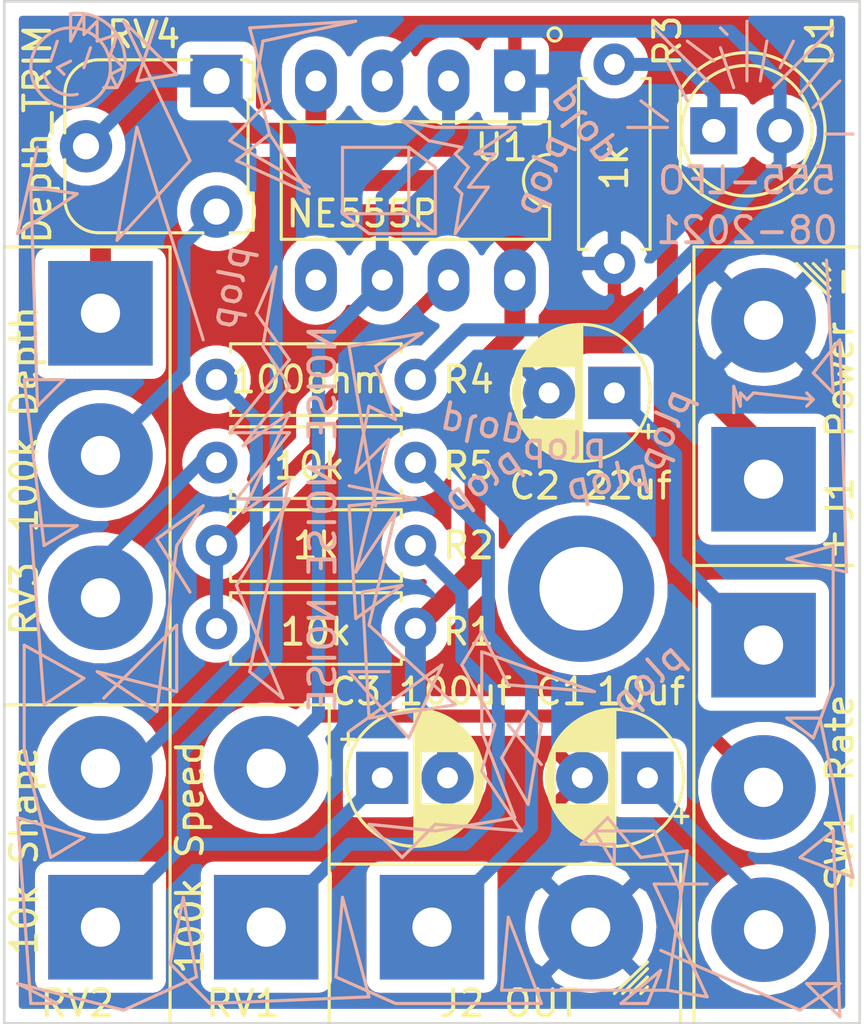
<source format=kicad_pcb>
(kicad_pcb (version 20171130) (host pcbnew 5.1.5+dfsg1-2build2)

  (general
    (thickness 1.6)
    (drawings 254)
    (tracks 88)
    (zones 0)
    (modules 18)
    (nets 16)
  )

  (page A4)
  (layers
    (0 F.Cu signal)
    (31 B.Cu signal)
    (32 B.Adhes user hide)
    (33 F.Adhes user hide)
    (34 B.Paste user hide)
    (35 F.Paste user hide)
    (36 B.SilkS user)
    (37 F.SilkS user hide)
    (38 B.Mask user)
    (39 F.Mask user)
    (40 Dwgs.User user)
    (41 Cmts.User user)
    (42 Eco1.User user)
    (43 Eco2.User user)
    (44 Edge.Cuts user)
    (45 Margin user)
    (46 B.CrtYd user hide)
    (47 F.CrtYd user hide)
    (48 B.Fab user hide)
    (49 F.Fab user hide)
  )

  (setup
    (last_trace_width 0.5)
    (trace_clearance 0.2)
    (zone_clearance 0.508)
    (zone_45_only no)
    (trace_min 0.2)
    (via_size 0.8)
    (via_drill 0.4)
    (via_min_size 0.4)
    (via_min_drill 0.3)
    (uvia_size 0.3)
    (uvia_drill 0.1)
    (uvias_allowed no)
    (uvia_min_size 0.2)
    (uvia_min_drill 0.1)
    (edge_width 0.05)
    (segment_width 0.2)
    (pcb_text_width 0.3)
    (pcb_text_size 1.5 1.5)
    (mod_edge_width 0.12)
    (mod_text_size 1 1)
    (mod_text_width 0.15)
    (pad_size 4 4)
    (pad_drill 1.50114)
    (pad_to_mask_clearance 0)
    (aux_axis_origin 0 0)
    (visible_elements FFFFFF7F)
    (pcbplotparams
      (layerselection 0x010fc_ffffffff)
      (usegerberextensions false)
      (usegerberattributes true)
      (usegerberadvancedattributes true)
      (creategerberjobfile true)
      (excludeedgelayer true)
      (linewidth 0.100000)
      (plotframeref false)
      (viasonmask false)
      (mode 1)
      (useauxorigin false)
      (hpglpennumber 1)
      (hpglpenspeed 20)
      (hpglpendiameter 15.000000)
      (psnegative false)
      (psa4output false)
      (plotreference true)
      (plotvalue true)
      (plotinvisibletext false)
      (padsonsilk false)
      (subtractmaskfromsilk false)
      (outputformat 1)
      (mirror false)
      (drillshape 1)
      (scaleselection 1)
      (outputdirectory ""))
  )

  (net 0 "")
  (net 1 GND)
  (net 2 "Net-(C1-Pad1)")
  (net 3 +9V)
  (net 4 "Net-(C2-Pad1)")
  (net 5 "Net-(D1-Pad2)")
  (net 6 "Net-(D1-Pad1)")
  (net 7 "Net-(R1-Pad1)")
  (net 8 "Net-(R2-Pad1)")
  (net 9 "Net-(R4-Pad1)")
  (net 10 "Net-(R5-Pad2)")
  (net 11 "Net-(U1-Pad5)")
  (net 12 "Net-(C3-Pad1)")
  (net 13 "Net-(J2-Pad1)")
  (net 14 "Net-(RV1-Pad2)")
  (net 15 "Net-(RV3-Pad2)")

  (net_class Default "This is the default net class."
    (clearance 0.2)
    (trace_width 0.5)
    (via_dia 0.8)
    (via_drill 0.4)
    (uvia_dia 0.3)
    (uvia_drill 0.1)
    (add_net "Net-(C1-Pad1)")
    (add_net "Net-(C2-Pad1)")
    (add_net "Net-(C3-Pad1)")
    (add_net "Net-(D1-Pad1)")
    (add_net "Net-(D1-Pad2)")
    (add_net "Net-(J2-Pad1)")
    (add_net "Net-(R1-Pad1)")
    (add_net "Net-(R2-Pad1)")
    (add_net "Net-(R4-Pad1)")
    (add_net "Net-(R5-Pad2)")
    (add_net "Net-(RV1-Pad2)")
    (add_net "Net-(RV3-Pad2)")
    (add_net "Net-(U1-Pad5)")
  )

  (net_class Power ""
    (clearance 0.2)
    (trace_width 0.8)
    (via_dia 0.8)
    (via_drill 0.4)
    (uvia_dia 0.3)
    (uvia_drill 0.1)
    (add_net +9V)
    (add_net GND)
  )

  (module 00_Mes_empreintes:Trimot_RM-065 (layer F.Cu) (tedit 60B95C54) (tstamp 610C3F0A)
    (at 96.52 114.3 270)
    (descr "Potentiometer, vertical, Trimmer, RM-065 http://www.runtron.com/down/PDF%20Datasheet/Carbon%20Film%20Potentiometer/RM065%20RM063.pdf")
    (tags "Potentiometer Trimmer RM-065")
    (path /6110DD34)
    (fp_text reference RV4 (at -1.778 2.794 180) (layer F.SilkS)
      (effects (font (size 1 1) (thickness 0.15)))
    )
    (fp_text value Depth_TRIM (at 2.032 6.858 90) (layer F.SilkS)
      (effects (font (size 1 1) (thickness 0.15)))
    )
    (fp_line (start -0.71 -1.41) (end 0.71 -1.41) (layer F.SilkS) (width 0.12))
    (fp_line (start 0.71 -1.21) (end 4.29 -1.21) (layer F.SilkS) (width 0.12))
    (fp_line (start 4.29 -1.21) (end 4.29 -1.41) (layer F.SilkS) (width 0.12))
    (fp_line (start 4.29 -1.41) (end 5.71 -1.41) (layer F.SilkS) (width 0.12))
    (fp_line (start 5.71 -1.41) (end 5.71 -1.21) (layer F.SilkS) (width 0.12))
    (fp_line (start 1.99 5.81) (end 0.5 5.81) (layer F.SilkS) (width 0.12))
    (fp_line (start -0.81 4.5) (end -0.81 0.96) (layer F.SilkS) (width 0.12))
    (fp_line (start 5.81 0.52) (end 5.81 4.5) (layer F.SilkS) (width 0.12))
    (fp_line (start 4.5 5.81) (end 3.01 5.81) (layer F.SilkS) (width 0.12))
    (fp_line (start 0.5 5.7) (end 4.5 5.7) (layer F.Fab) (width 0.1))
    (fp_line (start 5.7 4.5) (end 5.7 -1.1) (layer F.Fab) (width 0.1))
    (fp_line (start -0.7 4.5) (end -0.7 -1.1) (layer F.Fab) (width 0.1))
    (fp_line (start -0.6 -1.1) (end -0.6 -1.3) (layer F.Fab) (width 0.1))
    (fp_line (start -0.6 -1.3) (end 0.6 -1.3) (layer F.Fab) (width 0.1))
    (fp_line (start 0.6 -1.3) (end 0.6 -1.1) (layer F.Fab) (width 0.1))
    (fp_line (start 5.6 -1.1) (end 5.6 -1.3) (layer F.Fab) (width 0.1))
    (fp_line (start 5.6 -1.3) (end 4.41 -1.3) (layer F.Fab) (width 0.1))
    (fp_line (start 4.4 -1.3) (end 4.4 -1.1) (layer F.Fab) (width 0.1))
    (fp_line (start 5.7 -1.1) (end -0.7 -1.1) (layer F.Fab) (width 0.1))
    (fp_line (start 6.05 6.03) (end -1.05 6.03) (layer F.CrtYd) (width 0.05))
    (fp_line (start 6.03 6.05) (end 6.03 -1.55) (layer F.CrtYd) (width 0.05))
    (fp_line (start -1.03 -1.55) (end -1.03 6.05) (layer F.CrtYd) (width 0.05))
    (fp_line (start -1.03 -1.55) (end 6.03 -1.55) (layer F.CrtYd) (width 0.05))
    (fp_circle (center 2.5 2.5) (end 5.5 2.5) (layer F.Fab) (width 0.1))
    (fp_text user %R (at 0.75 -2.5 90) (layer F.Fab)
      (effects (font (size 1 1) (thickness 0.15)))
    )
    (fp_arc (start 4.5 4.5) (end 4.5 5.7) (angle -90) (layer F.Fab) (width 0.1))
    (fp_arc (start 0.5 4.5) (end -0.7 4.5) (angle -90) (layer F.Fab) (width 0.1))
    (fp_arc (start 0.5 4.5) (end -0.81 4.5) (angle -90) (layer F.SilkS) (width 0.12))
    (fp_arc (start 4.5 4.5) (end 4.5 5.81) (angle -90) (layer F.SilkS) (width 0.12))
    (fp_line (start 0.71 -1.21) (end 0.71 -1.41) (layer F.SilkS) (width 0.12))
    (fp_line (start -0.71 -1.41) (end -0.71 -1.21) (layer F.SilkS) (width 0.12))
    (fp_line (start -0.71 -1.21) (end -0.81 -1.21) (layer F.SilkS) (width 0.12))
    (fp_line (start -0.81 -1.21) (end -0.81 -0.96) (layer F.SilkS) (width 0.12))
    (fp_line (start 5.71 -1.21) (end 5.81 -1.21) (layer F.SilkS) (width 0.12))
    (fp_line (start 5.81 -1.21) (end 5.81 -0.52) (layer F.SilkS) (width 0.12))
    (pad 2 thru_hole circle (at 2.5 5 270) (size 2 2) (drill 1) (layers *.Cu *.Mask)
      (net 12 "Net-(C3-Pad1)"))
    (pad 1 thru_hole rect (at 0 0 270) (size 2 2) (drill 1) (layers *.Cu *.Mask)
      (net 12 "Net-(C3-Pad1)"))
    (pad 3 thru_hole circle (at 5 0 270) (size 2 2) (drill 1) (layers *.Cu *.Mask)
      (net 15 "Net-(RV3-Pad2)"))
    (model ${KISYS3DMOD}/Potentiometer_THT.3dshapes/Potentiometer_Runtron_RM-065_Vertical.wrl
      (at (xyz 0 0 0))
      (scale (xyz 1 1 1))
      (rotate (xyz 0 0 0))
    )
    (model "${MES_MODELES_3D}/Trimpot/Pot - RES_VAR1.STEP"
      (offset (xyz 2.5 -2.5 4.5))
      (scale (xyz 1 1 1))
      (rotate (xyz -90 0 0))
    )
  )

  (module LED_THT:LED_D5.0mm (layer F.Cu) (tedit 610EAA5C) (tstamp 610C7B1B)
    (at 115.57 116.205)
    (descr "LED, diameter 5.0mm, 2 pins, http://cdn-reichelt.de/documents/datenblatt/A500/LL-504BC2E-009.pdf")
    (tags "LED diameter 5.0mm 2 pins")
    (path /610B3F7A)
    (fp_text reference D1 (at 4.064 -3.429 90) (layer F.SilkS)
      (effects (font (size 1 1) (thickness 0.15)))
    )
    (fp_text value LED (at 1.27 3.96) (layer F.Fab)
      (effects (font (size 1 1) (thickness 0.15)))
    )
    (fp_text user %R (at 1.25 0) (layer F.Fab)
      (effects (font (size 0.8 0.8) (thickness 0.2)))
    )
    (fp_line (start 4.5 -3.25) (end -1.95 -3.25) (layer F.CrtYd) (width 0.05))
    (fp_line (start 4.5 3.25) (end 4.5 -3.25) (layer F.CrtYd) (width 0.05))
    (fp_line (start -1.95 3.25) (end 4.5 3.25) (layer F.CrtYd) (width 0.05))
    (fp_line (start -1.95 -3.25) (end -1.95 3.25) (layer F.CrtYd) (width 0.05))
    (fp_line (start -1.29 -1.545) (end -1.29 1.545) (layer F.SilkS) (width 0.12))
    (fp_line (start -1.23 -1.469694) (end -1.23 1.469694) (layer F.Fab) (width 0.1))
    (fp_circle (center 1.27 0) (end 3.77 0) (layer F.SilkS) (width 0.12))
    (fp_circle (center 1.27 0) (end 3.77 0) (layer F.Fab) (width 0.1))
    (fp_arc (start 1.27 0) (end -1.29 1.54483) (angle -148.9) (layer F.SilkS) (width 0.12))
    (fp_arc (start 1.27 0) (end -1.29 -1.54483) (angle 148.9) (layer F.SilkS) (width 0.12))
    (fp_arc (start 1.27 0) (end -1.23 -1.469694) (angle 299.1) (layer F.Fab) (width 0.1))
    (pad 2 thru_hole circle (at 2.54 0) (size 1.8 1.8) (drill 0.9) (layers *.Cu *.Mask)
      (net 5 "Net-(D1-Pad2)"))
    (pad 1 thru_hole rect (at 0 0) (size 1.8 1.8) (drill 0.9) (layers *.Cu *.Mask)
      (net 6 "Net-(D1-Pad1)"))
    (model ${KISYS3DMOD}/LED_THT.3dshapes/LED_D5.0mm.wrl
      (at (xyz 0 0 0))
      (scale (xyz 1 1 1))
      (rotate (xyz 0 0 0))
    )
    (model "/home/jean_kevin/Electronique/Kikad_Lib/Mes_modèles_3D/LED_5mm/LED 5mm.STEP"
      (offset (xyz 1.25 0 1))
      (scale (xyz 1 1 1))
      (rotate (xyz 0 0 0))
    )
  )

  (module Resistor_THT:R_Axial_DIN0207_L6.3mm_D2.5mm_P7.62mm_Horizontal (layer F.Cu) (tedit 610EAA1C) (tstamp 610C3E9A)
    (at 111.76 113.665 270)
    (descr "Resistor, Axial_DIN0207 series, Axial, Horizontal, pin pitch=7.62mm, 0.25W = 1/4W, length*diameter=6.3*2.5mm^2, http://cdn-reichelt.de/documents/datenblatt/B400/1_4W%23YAG.pdf")
    (tags "Resistor Axial_DIN0207 series Axial Horizontal pin pitch 7.62mm 0.25W = 1/4W length 6.3mm diameter 2.5mm")
    (path /610AA2EC)
    (fp_text reference R3 (at -0.889 -2.032 270) (layer F.SilkS)
      (effects (font (size 1 1) (thickness 0.15)))
    )
    (fp_text value 1k (at 3.81 2.37 270) (layer F.Fab)
      (effects (font (size 1 1) (thickness 0.15)))
    )
    (fp_text user %R (at 3.81 0 270) (layer F.Fab)
      (effects (font (size 1 1) (thickness 0.15)))
    )
    (fp_line (start 8.67 -1.5) (end -1.05 -1.5) (layer F.CrtYd) (width 0.05))
    (fp_line (start 8.67 1.5) (end 8.67 -1.5) (layer F.CrtYd) (width 0.05))
    (fp_line (start -1.05 1.5) (end 8.67 1.5) (layer F.CrtYd) (width 0.05))
    (fp_line (start -1.05 -1.5) (end -1.05 1.5) (layer F.CrtYd) (width 0.05))
    (fp_line (start 7.08 1.37) (end 7.08 1.04) (layer F.SilkS) (width 0.12))
    (fp_line (start 0.54 1.37) (end 7.08 1.37) (layer F.SilkS) (width 0.12))
    (fp_line (start 0.54 1.04) (end 0.54 1.37) (layer F.SilkS) (width 0.12))
    (fp_line (start 7.08 -1.37) (end 7.08 -1.04) (layer F.SilkS) (width 0.12))
    (fp_line (start 0.54 -1.37) (end 7.08 -1.37) (layer F.SilkS) (width 0.12))
    (fp_line (start 0.54 -1.04) (end 0.54 -1.37) (layer F.SilkS) (width 0.12))
    (fp_line (start 7.62 0) (end 6.96 0) (layer F.Fab) (width 0.1))
    (fp_line (start 0 0) (end 0.66 0) (layer F.Fab) (width 0.1))
    (fp_line (start 6.96 -1.25) (end 0.66 -1.25) (layer F.Fab) (width 0.1))
    (fp_line (start 6.96 1.25) (end 6.96 -1.25) (layer F.Fab) (width 0.1))
    (fp_line (start 0.66 1.25) (end 6.96 1.25) (layer F.Fab) (width 0.1))
    (fp_line (start 0.66 -1.25) (end 0.66 1.25) (layer F.Fab) (width 0.1))
    (pad 2 thru_hole oval (at 7.62 0 270) (size 1.6 1.6) (drill 0.8) (layers *.Cu *.Mask)
      (net 1 GND))
    (pad 1 thru_hole circle (at 0 0 270) (size 1.6 1.6) (drill 0.8) (layers *.Cu *.Mask)
      (net 6 "Net-(D1-Pad1)"))
    (model ${KISYS3DMOD}/Resistor_THT.3dshapes/R_Axial_DIN0207_L6.3mm_D2.5mm_P7.62mm_Horizontal.wrl
      (at (xyz 0 0 0))
      (scale (xyz 1 1 1))
      (rotate (xyz 0 0 0))
    )
    (model "/home/jean_kevin/Electronique/Kikad_Lib/Mes_modèles_3D/216-resistors-in-tht-series-e24-from-1ohm-to-910mohm-1.snapshot.3/Yageo CFR-25 Resistor Axial P7.62mm 180,0 Ohm.stp"
      (at (xyz 0 0 0))
      (scale (xyz 1 1 1))
      (rotate (xyz 0 0 0))
    )
  )

  (module Resistor_THT:R_Axial_DIN0207_L6.3mm_D2.5mm_P7.62mm_Horizontal (layer F.Cu) (tedit 610EA9EB) (tstamp 610EC05B)
    (at 96.52 135.255)
    (descr "Resistor, Axial_DIN0207 series, Axial, Horizontal, pin pitch=7.62mm, 0.25W = 1/4W, length*diameter=6.3*2.5mm^2, http://cdn-reichelt.de/documents/datenblatt/B400/1_4W%23YAG.pdf")
    (tags "Resistor Axial_DIN0207 series Axial Horizontal pin pitch 7.62mm 0.25W = 1/4W length 6.3mm diameter 2.5mm")
    (path /610D56E1)
    (fp_text reference R1 (at 9.652 0.127) (layer F.SilkS)
      (effects (font (size 1 1) (thickness 0.15)))
    )
    (fp_text value 10k (at 3.81 2.37) (layer F.Fab)
      (effects (font (size 1 1) (thickness 0.15)))
    )
    (fp_text user %R (at 3.81 0) (layer F.Fab)
      (effects (font (size 1 1) (thickness 0.15)))
    )
    (fp_line (start 8.67 -1.5) (end -1.05 -1.5) (layer F.CrtYd) (width 0.05))
    (fp_line (start 8.67 1.5) (end 8.67 -1.5) (layer F.CrtYd) (width 0.05))
    (fp_line (start -1.05 1.5) (end 8.67 1.5) (layer F.CrtYd) (width 0.05))
    (fp_line (start -1.05 -1.5) (end -1.05 1.5) (layer F.CrtYd) (width 0.05))
    (fp_line (start 7.08 1.37) (end 7.08 1.04) (layer F.SilkS) (width 0.12))
    (fp_line (start 0.54 1.37) (end 7.08 1.37) (layer F.SilkS) (width 0.12))
    (fp_line (start 0.54 1.04) (end 0.54 1.37) (layer F.SilkS) (width 0.12))
    (fp_line (start 7.08 -1.37) (end 7.08 -1.04) (layer F.SilkS) (width 0.12))
    (fp_line (start 0.54 -1.37) (end 7.08 -1.37) (layer F.SilkS) (width 0.12))
    (fp_line (start 0.54 -1.04) (end 0.54 -1.37) (layer F.SilkS) (width 0.12))
    (fp_line (start 7.62 0) (end 6.96 0) (layer F.Fab) (width 0.1))
    (fp_line (start 0 0) (end 0.66 0) (layer F.Fab) (width 0.1))
    (fp_line (start 6.96 -1.25) (end 0.66 -1.25) (layer F.Fab) (width 0.1))
    (fp_line (start 6.96 1.25) (end 6.96 -1.25) (layer F.Fab) (width 0.1))
    (fp_line (start 0.66 1.25) (end 6.96 1.25) (layer F.Fab) (width 0.1))
    (fp_line (start 0.66 -1.25) (end 0.66 1.25) (layer F.Fab) (width 0.1))
    (pad 2 thru_hole oval (at 7.62 0) (size 1.6 1.6) (drill 0.8) (layers *.Cu *.Mask)
      (net 3 +9V))
    (pad 1 thru_hole circle (at 0 0) (size 1.6 1.6) (drill 0.8) (layers *.Cu *.Mask)
      (net 7 "Net-(R1-Pad1)"))
    (model ${KISYS3DMOD}/Resistor_THT.3dshapes/R_Axial_DIN0207_L6.3mm_D2.5mm_P7.62mm_Horizontal.wrl
      (at (xyz 0 0 0))
      (scale (xyz 1 1 1))
      (rotate (xyz 0 0 0))
    )
    (model "/home/jean_kevin/Electronique/Kikad_Lib/Mes_modèles_3D/216-resistors-in-tht-series-e24-from-1ohm-to-910mohm-1.snapshot.3/Yageo CFR-25 Resistor Axial P7.62mm 180,0 Ohm.stp"
      (at (xyz 0 0 0))
      (scale (xyz 1 1 1))
      (rotate (xyz 0 0 0))
    )
  )

  (module Resistor_THT:R_Axial_DIN0207_L6.3mm_D2.5mm_P7.62mm_Horizontal (layer F.Cu) (tedit 610EA9DB) (tstamp 610EB68B)
    (at 104.14 132.08 180)
    (descr "Resistor, Axial_DIN0207 series, Axial, Horizontal, pin pitch=7.62mm, 0.25W = 1/4W, length*diameter=6.3*2.5mm^2, http://cdn-reichelt.de/documents/datenblatt/B400/1_4W%23YAG.pdf")
    (tags "Resistor Axial_DIN0207 series Axial Horizontal pin pitch 7.62mm 0.25W = 1/4W length 6.3mm diameter 2.5mm")
    (path /610B017D)
    (fp_text reference R2 (at -2.032 0 180) (layer F.SilkS)
      (effects (font (size 1 1) (thickness 0.15)))
    )
    (fp_text value 1k (at 3.81 2.37 180) (layer F.Fab)
      (effects (font (size 1 1) (thickness 0.15)))
    )
    (fp_text user %R (at 3.81 0 180) (layer F.Fab)
      (effects (font (size 1 1) (thickness 0.15)))
    )
    (fp_line (start 8.67 -1.5) (end -1.05 -1.5) (layer F.CrtYd) (width 0.05))
    (fp_line (start 8.67 1.5) (end 8.67 -1.5) (layer F.CrtYd) (width 0.05))
    (fp_line (start -1.05 1.5) (end 8.67 1.5) (layer F.CrtYd) (width 0.05))
    (fp_line (start -1.05 -1.5) (end -1.05 1.5) (layer F.CrtYd) (width 0.05))
    (fp_line (start 7.08 1.37) (end 7.08 1.04) (layer F.SilkS) (width 0.12))
    (fp_line (start 0.54 1.37) (end 7.08 1.37) (layer F.SilkS) (width 0.12))
    (fp_line (start 0.54 1.04) (end 0.54 1.37) (layer F.SilkS) (width 0.12))
    (fp_line (start 7.08 -1.37) (end 7.08 -1.04) (layer F.SilkS) (width 0.12))
    (fp_line (start 0.54 -1.37) (end 7.08 -1.37) (layer F.SilkS) (width 0.12))
    (fp_line (start 0.54 -1.04) (end 0.54 -1.37) (layer F.SilkS) (width 0.12))
    (fp_line (start 7.62 0) (end 6.96 0) (layer F.Fab) (width 0.1))
    (fp_line (start 0 0) (end 0.66 0) (layer F.Fab) (width 0.1))
    (fp_line (start 6.96 -1.25) (end 0.66 -1.25) (layer F.Fab) (width 0.1))
    (fp_line (start 6.96 1.25) (end 6.96 -1.25) (layer F.Fab) (width 0.1))
    (fp_line (start 0.66 1.25) (end 6.96 1.25) (layer F.Fab) (width 0.1))
    (fp_line (start 0.66 -1.25) (end 0.66 1.25) (layer F.Fab) (width 0.1))
    (pad 2 thru_hole oval (at 7.62 0 180) (size 1.6 1.6) (drill 0.8) (layers *.Cu *.Mask)
      (net 7 "Net-(R1-Pad1)"))
    (pad 1 thru_hole circle (at 0 0 180) (size 1.6 1.6) (drill 0.8) (layers *.Cu *.Mask)
      (net 8 "Net-(R2-Pad1)"))
    (model ${KISYS3DMOD}/Resistor_THT.3dshapes/R_Axial_DIN0207_L6.3mm_D2.5mm_P7.62mm_Horizontal.wrl
      (at (xyz 0 0 0))
      (scale (xyz 1 1 1))
      (rotate (xyz 0 0 0))
    )
    (model "/home/jean_kevin/Electronique/Kikad_Lib/Mes_modèles_3D/216-resistors-in-tht-series-e24-from-1ohm-to-910mohm-1.snapshot.3/Yageo CFR-25 Resistor Axial P7.62mm 180,0 Ohm.stp"
      (at (xyz 0 0 0))
      (scale (xyz 1 1 1))
      (rotate (xyz 0 0 0))
    )
  )

  (module Resistor_THT:R_Axial_DIN0207_L6.3mm_D2.5mm_P7.62mm_Horizontal (layer F.Cu) (tedit 610EA9CD) (tstamp 610C3EB1)
    (at 96.52 125.73)
    (descr "Resistor, Axial_DIN0207 series, Axial, Horizontal, pin pitch=7.62mm, 0.25W = 1/4W, length*diameter=6.3*2.5mm^2, http://cdn-reichelt.de/documents/datenblatt/B400/1_4W%23YAG.pdf")
    (tags "Resistor Axial_DIN0207 series Axial Horizontal pin pitch 7.62mm 0.25W = 1/4W length 6.3mm diameter 2.5mm")
    (path /610B64EA)
    (fp_text reference R4 (at 9.652 0) (layer F.SilkS)
      (effects (font (size 1 1) (thickness 0.15)))
    )
    (fp_text value 100 (at 3.81 2.37) (layer F.Fab)
      (effects (font (size 1 1) (thickness 0.15)))
    )
    (fp_text user %R (at 3.81 0) (layer F.Fab)
      (effects (font (size 1 1) (thickness 0.15)))
    )
    (fp_line (start 8.67 -1.5) (end -1.05 -1.5) (layer F.CrtYd) (width 0.05))
    (fp_line (start 8.67 1.5) (end 8.67 -1.5) (layer F.CrtYd) (width 0.05))
    (fp_line (start -1.05 1.5) (end 8.67 1.5) (layer F.CrtYd) (width 0.05))
    (fp_line (start -1.05 -1.5) (end -1.05 1.5) (layer F.CrtYd) (width 0.05))
    (fp_line (start 7.08 1.37) (end 7.08 1.04) (layer F.SilkS) (width 0.12))
    (fp_line (start 0.54 1.37) (end 7.08 1.37) (layer F.SilkS) (width 0.12))
    (fp_line (start 0.54 1.04) (end 0.54 1.37) (layer F.SilkS) (width 0.12))
    (fp_line (start 7.08 -1.37) (end 7.08 -1.04) (layer F.SilkS) (width 0.12))
    (fp_line (start 0.54 -1.37) (end 7.08 -1.37) (layer F.SilkS) (width 0.12))
    (fp_line (start 0.54 -1.04) (end 0.54 -1.37) (layer F.SilkS) (width 0.12))
    (fp_line (start 7.62 0) (end 6.96 0) (layer F.Fab) (width 0.1))
    (fp_line (start 0 0) (end 0.66 0) (layer F.Fab) (width 0.1))
    (fp_line (start 6.96 -1.25) (end 0.66 -1.25) (layer F.Fab) (width 0.1))
    (fp_line (start 6.96 1.25) (end 6.96 -1.25) (layer F.Fab) (width 0.1))
    (fp_line (start 0.66 1.25) (end 6.96 1.25) (layer F.Fab) (width 0.1))
    (fp_line (start 0.66 -1.25) (end 0.66 1.25) (layer F.Fab) (width 0.1))
    (pad 2 thru_hole oval (at 7.62 0) (size 1.6 1.6) (drill 0.8) (layers *.Cu *.Mask)
      (net 5 "Net-(D1-Pad2)"))
    (pad 1 thru_hole circle (at 0 0) (size 1.6 1.6) (drill 0.8) (layers *.Cu *.Mask)
      (net 9 "Net-(R4-Pad1)"))
    (model ${KISYS3DMOD}/Resistor_THT.3dshapes/R_Axial_DIN0207_L6.3mm_D2.5mm_P7.62mm_Horizontal.wrl
      (at (xyz 0 0 0))
      (scale (xyz 1 1 1))
      (rotate (xyz 0 0 0))
    )
    (model "/home/jean_kevin/Electronique/Kikad_Lib/Mes_modèles_3D/216-resistors-in-tht-series-e24-from-1ohm-to-910mohm-1.snapshot.3/Yageo CFR-25 Resistor Axial P7.62mm 180,0 Ohm.stp"
      (at (xyz 0 0 0))
      (scale (xyz 1 1 1))
      (rotate (xyz 0 0 0))
    )
  )

  (module Resistor_THT:R_Axial_DIN0207_L6.3mm_D2.5mm_P7.62mm_Horizontal (layer F.Cu) (tedit 610EA992) (tstamp 610ECAED)
    (at 104.14 128.905 180)
    (descr "Resistor, Axial_DIN0207 series, Axial, Horizontal, pin pitch=7.62mm, 0.25W = 1/4W, length*diameter=6.3*2.5mm^2, http://cdn-reichelt.de/documents/datenblatt/B400/1_4W%23YAG.pdf")
    (tags "Resistor Axial_DIN0207 series Axial Horizontal pin pitch 7.62mm 0.25W = 1/4W length 6.3mm diameter 2.5mm")
    (path /610BC869)
    (fp_text reference R5 (at -2.032 -0.127 180) (layer F.SilkS)
      (effects (font (size 1 1) (thickness 0.15)))
    )
    (fp_text value 10k (at 3.81 2.37 180) (layer F.Fab)
      (effects (font (size 1 1) (thickness 0.15)))
    )
    (fp_text user %R (at 3.81 0 180) (layer F.Fab)
      (effects (font (size 1 1) (thickness 0.15)))
    )
    (fp_line (start 8.67 -1.5) (end -1.05 -1.5) (layer F.CrtYd) (width 0.05))
    (fp_line (start 8.67 1.5) (end 8.67 -1.5) (layer F.CrtYd) (width 0.05))
    (fp_line (start -1.05 1.5) (end 8.67 1.5) (layer F.CrtYd) (width 0.05))
    (fp_line (start -1.05 -1.5) (end -1.05 1.5) (layer F.CrtYd) (width 0.05))
    (fp_line (start 7.08 1.37) (end 7.08 1.04) (layer F.SilkS) (width 0.12))
    (fp_line (start 0.54 1.37) (end 7.08 1.37) (layer F.SilkS) (width 0.12))
    (fp_line (start 0.54 1.04) (end 0.54 1.37) (layer F.SilkS) (width 0.12))
    (fp_line (start 7.08 -1.37) (end 7.08 -1.04) (layer F.SilkS) (width 0.12))
    (fp_line (start 0.54 -1.37) (end 7.08 -1.37) (layer F.SilkS) (width 0.12))
    (fp_line (start 0.54 -1.04) (end 0.54 -1.37) (layer F.SilkS) (width 0.12))
    (fp_line (start 7.62 0) (end 6.96 0) (layer F.Fab) (width 0.1))
    (fp_line (start 0 0) (end 0.66 0) (layer F.Fab) (width 0.1))
    (fp_line (start 6.96 -1.25) (end 0.66 -1.25) (layer F.Fab) (width 0.1))
    (fp_line (start 6.96 1.25) (end 6.96 -1.25) (layer F.Fab) (width 0.1))
    (fp_line (start 0.66 1.25) (end 6.96 1.25) (layer F.Fab) (width 0.1))
    (fp_line (start 0.66 -1.25) (end 0.66 1.25) (layer F.Fab) (width 0.1))
    (pad 2 thru_hole oval (at 7.62 0 180) (size 1.6 1.6) (drill 0.8) (layers *.Cu *.Mask)
      (net 10 "Net-(R5-Pad2)"))
    (pad 1 thru_hole circle (at 0 0 180) (size 1.6 1.6) (drill 0.8) (layers *.Cu *.Mask)
      (net 13 "Net-(J2-Pad1)"))
    (model ${KISYS3DMOD}/Resistor_THT.3dshapes/R_Axial_DIN0207_L6.3mm_D2.5mm_P7.62mm_Horizontal.wrl
      (at (xyz 0 0 0))
      (scale (xyz 1 1 1))
      (rotate (xyz 0 0 0))
    )
    (model "/home/jean_kevin/Electronique/Kikad_Lib/Mes_modèles_3D/216-resistors-in-tht-series-e24-from-1ohm-to-910mohm-1.snapshot.3/Yageo CFR-25 Resistor Axial P7.62mm 180,0 Ohm.stp"
      (at (xyz 0 0 0))
      (scale (xyz 1 1 1))
      (rotate (xyz 0 0 0))
    )
  )

  (module MountingHole:MountingHole_3.2mm_M3_DIN965_Pad (layer F.Cu) (tedit 56D1B4CB) (tstamp 610EBDA9)
    (at 110.49 133.731)
    (descr "Mounting Hole 3.2mm, M3, DIN965")
    (tags "mounting hole 3.2mm m3 din965")
    (attr virtual)
    (fp_text reference REF** (at -0.762 -0.508) (layer F.SilkS) hide
      (effects (font (size 1 1) (thickness 0.15)))
    )
    (fp_text value MountingHole_3.2mm_M3_DIN965_Pad (at 0 3.8) (layer F.Fab) hide
      (effects (font (size 1 1) (thickness 0.15)))
    )
    (fp_circle (center 0 0) (end 3.05 0) (layer F.CrtYd) (width 0.05))
    (fp_circle (center 0 0) (end 2.8 0) (layer Cmts.User) (width 0.15))
    (fp_text user %R (at 0.3 0) (layer F.Fab)
      (effects (font (size 1 1) (thickness 0.15)))
    )
    (pad 1 thru_hole circle (at 0 0) (size 5.6 5.6) (drill 3.2) (layers *.Cu *.Mask))
  )

  (module 00_Mes_empreintes:Wire_Pad_1x02_Drill-1.5mm (layer F.Cu) (tedit 60B8DB8D) (tstamp 610E9C1D)
    (at 92.075 146.685 90)
    (descr "Wire solder connection")
    (tags connector)
    (path /610EBE01)
    (attr virtual)
    (fp_text reference RV2 (at -2.921 -0.889 180) (layer F.SilkS)
      (effects (font (size 1 1) (thickness 0.15)))
    )
    (fp_text value "10k Shape" (at 2.921 -2.921 90) (layer F.SilkS)
      (effects (font (size 1 1) (thickness 0.15)))
    )
    (fp_line (start -2 -2) (end -2 2) (layer F.Fab) (width 0.12))
    (fp_line (start 8.5 -2) (end -2 -2) (layer F.Fab) (width 0.12))
    (fp_line (start 8.5 2) (end 8.5 -2) (layer F.Fab) (width 0.12))
    (fp_line (start -2 2) (end 8.5 2) (layer F.Fab) (width 0.12))
    (fp_text user %R (at 0 -3 90) (layer F.Fab)
      (effects (font (size 1 1) (thickness 0.15)))
    )
    (pad 2 thru_hole circle (at 6.08 0 90) (size 4 4) (drill 1.50114) (layers *.Cu *.Mask)
      (net 9 "Net-(R4-Pad1)"))
    (pad 1 thru_hole rect (at 0 0 90) (size 4 4) (drill 1.50114) (layers *.Cu *.Mask)
      (net 12 "Net-(C3-Pad1)"))
  )

  (module 00_Mes_empreintes:Wire_Pad_1x02_Drill-1.5mm (layer F.Cu) (tedit 60B8DB8D) (tstamp 610EB52A)
    (at 98.425 146.685 90)
    (descr "Wire solder connection")
    (tags connector)
    (path /610EC4B8)
    (attr virtual)
    (fp_text reference RV1 (at -2.921 -0.889 180) (layer F.SilkS)
      (effects (font (size 1 1) (thickness 0.15)))
    )
    (fp_text value "100k Speed" (at 2.667 -2.921 90) (layer F.SilkS)
      (effects (font (size 1 1) (thickness 0.15)))
    )
    (fp_line (start -2 -2) (end -2 2) (layer F.Fab) (width 0.12))
    (fp_line (start 8.5 -2) (end -2 -2) (layer F.Fab) (width 0.12))
    (fp_line (start 8.5 2) (end 8.5 -2) (layer F.Fab) (width 0.12))
    (fp_line (start -2 2) (end 8.5 2) (layer F.Fab) (width 0.12))
    (fp_text user %R (at 0 -3 90) (layer F.Fab)
      (effects (font (size 1 1) (thickness 0.15)))
    )
    (pad 2 thru_hole circle (at 6.08 0 90) (size 4 4) (drill 1.50114) (layers *.Cu *.Mask)
      (net 14 "Net-(RV1-Pad2)"))
    (pad 1 thru_hole rect (at 0 0 90) (size 4 4) (drill 1.50114) (layers *.Cu *.Mask)
      (net 8 "Net-(R2-Pad1)"))
  )

  (module 00_Mes_empreintes:Wire_Pad_1x02_Drill-1.5mm (layer F.Cu) (tedit 60B8DB8D) (tstamp 610C4B0D)
    (at 104.775 146.685)
    (descr "Wire solder connection")
    (tags connector)
    (path /61118EF1)
    (attr virtual)
    (fp_text reference J2 (at 1.143 2.921) (layer F.SilkS)
      (effects (font (size 1 1) (thickness 0.15)))
    )
    (fp_text value OUT (at 4.191 2.921) (layer F.SilkS)
      (effects (font (size 1 1) (thickness 0.15)))
    )
    (fp_line (start -2 -2) (end -2 2) (layer F.Fab) (width 0.12))
    (fp_line (start 8.5 -2) (end -2 -2) (layer F.Fab) (width 0.12))
    (fp_line (start 8.5 2) (end 8.5 -2) (layer F.Fab) (width 0.12))
    (fp_line (start -2 2) (end 8.5 2) (layer F.Fab) (width 0.12))
    (fp_text user %R (at 0 -3) (layer F.Fab)
      (effects (font (size 1 1) (thickness 0.15)))
    )
    (pad 2 thru_hole circle (at 6.08 0) (size 4 4) (drill 1.50114) (layers *.Cu *.Mask)
      (net 1 GND))
    (pad 1 thru_hole rect (at 0 0) (size 4 4) (drill 1.50114) (layers *.Cu *.Mask)
      (net 13 "Net-(J2-Pad1)"))
  )

  (module 00_Mes_empreintes:DIP-8_Socket (layer F.Cu) (tedit 60B95617) (tstamp 610C710E)
    (at 107.95 114.3 270)
    (descr "8-lead though-hole mounted DIP package, row spacing 7.62 mm (300 mils), LongPads")
    (tags "THT DIP DIL PDIP 2.54mm 7.62mm 300mil LongPads")
    (path /610A9D9E)
    (fp_text reference U1 (at 2.54 0.508 180) (layer F.SilkS)
      (effects (font (size 1 1) (thickness 0.15)))
    )
    (fp_text value NE555P (at 5.08 5.842 180) (layer F.SilkS)
      (effects (font (size 1 1) (thickness 0.15)))
    )
    (fp_arc (start 3.81 -1.33) (end 2.81 -1.33) (angle -180) (layer F.SilkS) (width 0.12))
    (fp_line (start 1.635 -1.27) (end 6.985 -1.27) (layer F.Fab) (width 0.1))
    (fp_line (start 6.985 -1.27) (end 6.985 8.89) (layer F.Fab) (width 0.1))
    (fp_line (start 6.985 8.89) (end 0.635 8.89) (layer F.Fab) (width 0.1))
    (fp_line (start 0.635 8.89) (end 0.635 -0.27) (layer F.Fab) (width 0.1))
    (fp_line (start 0.635 -0.27) (end 1.635 -1.27) (layer F.Fab) (width 0.1))
    (fp_line (start 2.81 -1.33) (end 1.56 -1.33) (layer F.SilkS) (width 0.12))
    (fp_line (start 1.56 -1.33) (end 1.56 8.95) (layer F.SilkS) (width 0.12))
    (fp_line (start 1.56 8.95) (end 6.06 8.95) (layer F.SilkS) (width 0.12))
    (fp_line (start 6.06 8.95) (end 6.06 -1.33) (layer F.SilkS) (width 0.12))
    (fp_line (start 6.06 -1.33) (end 4.81 -1.33) (layer F.SilkS) (width 0.12))
    (fp_line (start -1.45 -1.55) (end -1.45 9.15) (layer F.CrtYd) (width 0.05))
    (fp_line (start -1.45 9.15) (end 9.1 9.15) (layer F.CrtYd) (width 0.05))
    (fp_line (start 9.1 9.15) (end 9.1 -1.55) (layer F.CrtYd) (width 0.05))
    (fp_line (start 9.1 -1.55) (end -1.45 -1.55) (layer F.CrtYd) (width 0.05))
    (fp_text user %R (at 3.81 3.81 90) (layer F.Fab)
      (effects (font (size 1 1) (thickness 0.15)))
    )
    (pad 1 thru_hole rect (at 0 0 270) (size 2.4 1.6) (drill 0.8) (layers *.Cu *.Mask)
      (net 1 GND))
    (pad 5 thru_hole oval (at 7.62 7.62 270) (size 2.4 1.6) (drill 0.8) (layers *.Cu *.Mask)
      (net 11 "Net-(U1-Pad5)"))
    (pad 2 thru_hole oval (at 0 2.54 270) (size 2.4 1.6) (drill 0.8) (layers *.Cu *.Mask)
      (net 14 "Net-(RV1-Pad2)"))
    (pad 6 thru_hole oval (at 7.62 5.08 270) (size 2.4 1.6) (drill 0.8) (layers *.Cu *.Mask)
      (net 14 "Net-(RV1-Pad2)"))
    (pad 3 thru_hole oval (at 0 5.08 270) (size 2.4 1.6) (drill 0.8) (layers *.Cu *.Mask)
      (net 5 "Net-(D1-Pad2)"))
    (pad 7 thru_hole oval (at 7.62 2.54 270) (size 2.4 1.6) (drill 0.8) (layers *.Cu *.Mask)
      (net 7 "Net-(R1-Pad1)"))
    (pad 4 thru_hole oval (at 0 7.62 270) (size 2.4 1.6) (drill 0.8) (layers *.Cu *.Mask)
      (net 3 +9V))
    (pad 8 thru_hole oval (at 7.62 0 270) (size 2.4 1.6) (drill 0.8) (layers *.Cu *.Mask)
      (net 3 +9V))
    (model ${KISYS3DMOD}/Package_DIP.3dshapes/DIP-8_W7.62mm.wrl
      (at (xyz 0 0 0))
      (scale (xyz 1 1 1))
      (rotate (xyz 0 0 0))
    )
    (model "${MES_MODELES_3D}/IC_Sockets/DIP-8 W7.62mm IC with Socket.stp"
      (at (xyz 0 0 0))
      (scale (xyz 1 1 1))
      (rotate (xyz 0 0 0))
    )
  )

  (module 00_Mes_empreintes:Wire_Pad_1x03_Drill-1.5mm (layer F.Cu) (tedit 60B8DBFC) (tstamp 610C3F22)
    (at 117.475 135.89 270)
    (descr "Wire solder connection")
    (tags connector)
    (path /610C8EA1)
    (attr virtual)
    (fp_text reference SW1 (at 7.874 -2.921 90) (layer F.SilkS)
      (effects (font (size 1 1) (thickness 0.15)))
    )
    (fp_text value Rate (at 3.556 -2.921 90) (layer F.SilkS)
      (effects (font (size 1 1) (thickness 0.15)))
    )
    (fp_line (start -2 -2) (end -2 2) (layer F.Fab) (width 0.12))
    (fp_line (start 13 -2) (end -2 -2) (layer F.Fab) (width 0.12))
    (fp_line (start 13 2) (end 13 -2) (layer F.Fab) (width 0.12))
    (fp_line (start -2 2) (end 13 2) (layer F.Fab) (width 0.12))
    (fp_text user %R (at 0 -3 90) (layer F.Fab)
      (effects (font (size 1 1) (thickness 0.15)))
    )
    (pad 3 thru_hole circle (at 10.89 0 270) (size 4 4) (drill 1.50114) (layers *.Cu *.Mask)
      (net 2 "Net-(C1-Pad1)"))
    (pad 2 thru_hole circle (at 5.445 0 270) (size 4 4) (drill 1.50114) (layers *.Cu *.Mask)
      (net 14 "Net-(RV1-Pad2)"))
    (pad 1 thru_hole rect (at 0 0 270) (size 4 4) (drill 1.50114) (layers *.Cu *.Mask)
      (net 4 "Net-(C2-Pad1)"))
  )

  (module 00_Mes_empreintes:Wire_Pad_1x03_Drill-1.5mm (layer F.Cu) (tedit 60B8DBFC) (tstamp 610C3F16)
    (at 92.075 123.19 270)
    (descr "Wire solder connection")
    (tags connector)
    (path /610B8E1B)
    (attr virtual)
    (fp_text reference RV3 (at 10.922 2.921 90) (layer F.SilkS)
      (effects (font (size 1 1) (thickness 0.15)))
    )
    (fp_text value "100k Depth" (at 4.064 2.921 90) (layer F.SilkS)
      (effects (font (size 1 1) (thickness 0.15)))
    )
    (fp_line (start -2 -2) (end -2 2) (layer F.Fab) (width 0.12))
    (fp_line (start 13 -2) (end -2 -2) (layer F.Fab) (width 0.12))
    (fp_line (start 13 2) (end 13 -2) (layer F.Fab) (width 0.12))
    (fp_line (start -2 2) (end 13 2) (layer F.Fab) (width 0.12))
    (fp_text user %R (at 0 -3 90) (layer F.Fab)
      (effects (font (size 1 1) (thickness 0.15)))
    )
    (pad 3 thru_hole circle (at 10.89 0 270) (size 4 4) (drill 1.50114) (layers *.Cu *.Mask)
      (net 10 "Net-(R5-Pad2)"))
    (pad 2 thru_hole circle (at 5.445 0 270) (size 4 4) (drill 1.50114) (layers *.Cu *.Mask)
      (net 15 "Net-(RV3-Pad2)"))
    (pad 1 thru_hole rect (at 0 0 270) (size 4 4) (drill 1.50114) (layers *.Cu *.Mask)
      (net 3 +9V))
  )

  (module 00_Mes_empreintes:Wire_Pad_1x02_Drill-1.5mm (layer F.Cu) (tedit 60B8DB8D) (tstamp 610EB7F9)
    (at 117.475 129.54 90)
    (descr "Wire solder connection")
    (tags connector)
    (path /610C1CE5)
    (attr virtual)
    (fp_text reference J1 (at -0.762 2.921 90) (layer F.SilkS)
      (effects (font (size 1 1) (thickness 0.15)))
    )
    (fp_text value Power (at 3.81 2.921 90) (layer F.SilkS)
      (effects (font (size 1 1) (thickness 0.15)))
    )
    (fp_line (start -2 -2) (end -2 2) (layer F.Fab) (width 0.12))
    (fp_line (start 8.5 -2) (end -2 -2) (layer F.Fab) (width 0.12))
    (fp_line (start 8.5 2) (end 8.5 -2) (layer F.Fab) (width 0.12))
    (fp_line (start -2 2) (end 8.5 2) (layer F.Fab) (width 0.12))
    (fp_text user %R (at 0 -3 90) (layer F.Fab)
      (effects (font (size 1 1) (thickness 0.15)))
    )
    (pad 2 thru_hole circle (at 6.08 0 90) (size 4 4) (drill 1.50114) (layers *.Cu *.Mask)
      (net 1 GND))
    (pad 1 thru_hole rect (at 0 0 90) (size 4 4) (drill 1.50114) (layers *.Cu *.Mask)
      (net 3 +9V))
  )

  (module 00_Mes_empreintes:CP_Radial_5*11 (layer F.Cu) (tedit 60B9559D) (tstamp 610EC9A3)
    (at 102.87 140.97)
    (descr "CP, Radial series, Radial, pin pitch=2.50mm, , diameter=5mm, Electrolytic Capacitor")
    (tags "CP Radial series Radial pin pitch 2.50mm  diameter 5mm Electrolytic Capacitor")
    (path /610AC4E8)
    (fp_text reference C3 (at -1.016 -3.302 180) (layer F.SilkS)
      (effects (font (size 1 1) (thickness 0.15)))
    )
    (fp_text value 100uf (at 2.794 -3.302) (layer F.SilkS)
      (effects (font (size 1 1) (thickness 0.15)))
    )
    (fp_text user %R (at 1.25 0) (layer F.Fab)
      (effects (font (size 1 1) (thickness 0.15)))
    )
    (fp_line (start -1.304775 -1.725) (end -1.304775 -1.225) (layer F.SilkS) (width 0.12))
    (fp_line (start -1.554775 -1.475) (end -1.054775 -1.475) (layer F.SilkS) (width 0.12))
    (fp_line (start 3.851 -0.284) (end 3.851 0.284) (layer F.SilkS) (width 0.12))
    (fp_line (start 3.811 -0.518) (end 3.811 0.518) (layer F.SilkS) (width 0.12))
    (fp_line (start 3.771 -0.677) (end 3.771 0.677) (layer F.SilkS) (width 0.12))
    (fp_line (start 3.731 -0.805) (end 3.731 0.805) (layer F.SilkS) (width 0.12))
    (fp_line (start 3.691 -0.915) (end 3.691 0.915) (layer F.SilkS) (width 0.12))
    (fp_line (start 3.651 -1.011) (end 3.651 1.011) (layer F.SilkS) (width 0.12))
    (fp_line (start 3.611 -1.098) (end 3.611 1.098) (layer F.SilkS) (width 0.12))
    (fp_line (start 3.571 -1.178) (end 3.571 1.178) (layer F.SilkS) (width 0.12))
    (fp_line (start 3.531 1.04) (end 3.531 1.251) (layer F.SilkS) (width 0.12))
    (fp_line (start 3.531 -1.251) (end 3.531 -1.04) (layer F.SilkS) (width 0.12))
    (fp_line (start 3.491 1.04) (end 3.491 1.319) (layer F.SilkS) (width 0.12))
    (fp_line (start 3.491 -1.319) (end 3.491 -1.04) (layer F.SilkS) (width 0.12))
    (fp_line (start 3.451 1.04) (end 3.451 1.383) (layer F.SilkS) (width 0.12))
    (fp_line (start 3.451 -1.383) (end 3.451 -1.04) (layer F.SilkS) (width 0.12))
    (fp_line (start 3.411 1.04) (end 3.411 1.443) (layer F.SilkS) (width 0.12))
    (fp_line (start 3.411 -1.443) (end 3.411 -1.04) (layer F.SilkS) (width 0.12))
    (fp_line (start 3.371 1.04) (end 3.371 1.5) (layer F.SilkS) (width 0.12))
    (fp_line (start 3.371 -1.5) (end 3.371 -1.04) (layer F.SilkS) (width 0.12))
    (fp_line (start 3.331 1.04) (end 3.331 1.554) (layer F.SilkS) (width 0.12))
    (fp_line (start 3.331 -1.554) (end 3.331 -1.04) (layer F.SilkS) (width 0.12))
    (fp_line (start 3.291 1.04) (end 3.291 1.605) (layer F.SilkS) (width 0.12))
    (fp_line (start 3.291 -1.605) (end 3.291 -1.04) (layer F.SilkS) (width 0.12))
    (fp_line (start 3.251 1.04) (end 3.251 1.653) (layer F.SilkS) (width 0.12))
    (fp_line (start 3.251 -1.653) (end 3.251 -1.04) (layer F.SilkS) (width 0.12))
    (fp_line (start 3.211 1.04) (end 3.211 1.699) (layer F.SilkS) (width 0.12))
    (fp_line (start 3.211 -1.699) (end 3.211 -1.04) (layer F.SilkS) (width 0.12))
    (fp_line (start 3.171 1.04) (end 3.171 1.743) (layer F.SilkS) (width 0.12))
    (fp_line (start 3.171 -1.743) (end 3.171 -1.04) (layer F.SilkS) (width 0.12))
    (fp_line (start 3.131 1.04) (end 3.131 1.785) (layer F.SilkS) (width 0.12))
    (fp_line (start 3.131 -1.785) (end 3.131 -1.04) (layer F.SilkS) (width 0.12))
    (fp_line (start 3.091 1.04) (end 3.091 1.826) (layer F.SilkS) (width 0.12))
    (fp_line (start 3.091 -1.826) (end 3.091 -1.04) (layer F.SilkS) (width 0.12))
    (fp_line (start 3.051 1.04) (end 3.051 1.864) (layer F.SilkS) (width 0.12))
    (fp_line (start 3.051 -1.864) (end 3.051 -1.04) (layer F.SilkS) (width 0.12))
    (fp_line (start 3.011 1.04) (end 3.011 1.901) (layer F.SilkS) (width 0.12))
    (fp_line (start 3.011 -1.901) (end 3.011 -1.04) (layer F.SilkS) (width 0.12))
    (fp_line (start 2.971 1.04) (end 2.971 1.937) (layer F.SilkS) (width 0.12))
    (fp_line (start 2.971 -1.937) (end 2.971 -1.04) (layer F.SilkS) (width 0.12))
    (fp_line (start 2.931 1.04) (end 2.931 1.971) (layer F.SilkS) (width 0.12))
    (fp_line (start 2.931 -1.971) (end 2.931 -1.04) (layer F.SilkS) (width 0.12))
    (fp_line (start 2.891 1.04) (end 2.891 2.004) (layer F.SilkS) (width 0.12))
    (fp_line (start 2.891 -2.004) (end 2.891 -1.04) (layer F.SilkS) (width 0.12))
    (fp_line (start 2.851 1.04) (end 2.851 2.035) (layer F.SilkS) (width 0.12))
    (fp_line (start 2.851 -2.035) (end 2.851 -1.04) (layer F.SilkS) (width 0.12))
    (fp_line (start 2.811 1.04) (end 2.811 2.065) (layer F.SilkS) (width 0.12))
    (fp_line (start 2.811 -2.065) (end 2.811 -1.04) (layer F.SilkS) (width 0.12))
    (fp_line (start 2.771 1.04) (end 2.771 2.095) (layer F.SilkS) (width 0.12))
    (fp_line (start 2.771 -2.095) (end 2.771 -1.04) (layer F.SilkS) (width 0.12))
    (fp_line (start 2.731 1.04) (end 2.731 2.122) (layer F.SilkS) (width 0.12))
    (fp_line (start 2.731 -2.122) (end 2.731 -1.04) (layer F.SilkS) (width 0.12))
    (fp_line (start 2.691 1.04) (end 2.691 2.149) (layer F.SilkS) (width 0.12))
    (fp_line (start 2.691 -2.149) (end 2.691 -1.04) (layer F.SilkS) (width 0.12))
    (fp_line (start 2.651 1.04) (end 2.651 2.175) (layer F.SilkS) (width 0.12))
    (fp_line (start 2.651 -2.175) (end 2.651 -1.04) (layer F.SilkS) (width 0.12))
    (fp_line (start 2.611 1.04) (end 2.611 2.2) (layer F.SilkS) (width 0.12))
    (fp_line (start 2.611 -2.2) (end 2.611 -1.04) (layer F.SilkS) (width 0.12))
    (fp_line (start 2.571 1.04) (end 2.571 2.224) (layer F.SilkS) (width 0.12))
    (fp_line (start 2.571 -2.224) (end 2.571 -1.04) (layer F.SilkS) (width 0.12))
    (fp_line (start 2.531 1.04) (end 2.531 2.247) (layer F.SilkS) (width 0.12))
    (fp_line (start 2.531 -2.247) (end 2.531 -1.04) (layer F.SilkS) (width 0.12))
    (fp_line (start 2.491 1.04) (end 2.491 2.268) (layer F.SilkS) (width 0.12))
    (fp_line (start 2.491 -2.268) (end 2.491 -1.04) (layer F.SilkS) (width 0.12))
    (fp_line (start 2.451 1.04) (end 2.451 2.29) (layer F.SilkS) (width 0.12))
    (fp_line (start 2.451 -2.29) (end 2.451 -1.04) (layer F.SilkS) (width 0.12))
    (fp_line (start 2.411 1.04) (end 2.411 2.31) (layer F.SilkS) (width 0.12))
    (fp_line (start 2.411 -2.31) (end 2.411 -1.04) (layer F.SilkS) (width 0.12))
    (fp_line (start 2.371 1.04) (end 2.371 2.329) (layer F.SilkS) (width 0.12))
    (fp_line (start 2.371 -2.329) (end 2.371 -1.04) (layer F.SilkS) (width 0.12))
    (fp_line (start 2.331 1.04) (end 2.331 2.348) (layer F.SilkS) (width 0.12))
    (fp_line (start 2.331 -2.348) (end 2.331 -1.04) (layer F.SilkS) (width 0.12))
    (fp_line (start 2.291 1.04) (end 2.291 2.365) (layer F.SilkS) (width 0.12))
    (fp_line (start 2.291 -2.365) (end 2.291 -1.04) (layer F.SilkS) (width 0.12))
    (fp_line (start 2.251 1.04) (end 2.251 2.382) (layer F.SilkS) (width 0.12))
    (fp_line (start 2.251 -2.382) (end 2.251 -1.04) (layer F.SilkS) (width 0.12))
    (fp_line (start 2.211 1.04) (end 2.211 2.398) (layer F.SilkS) (width 0.12))
    (fp_line (start 2.211 -2.398) (end 2.211 -1.04) (layer F.SilkS) (width 0.12))
    (fp_line (start 2.171 1.04) (end 2.171 2.414) (layer F.SilkS) (width 0.12))
    (fp_line (start 2.171 -2.414) (end 2.171 -1.04) (layer F.SilkS) (width 0.12))
    (fp_line (start 2.131 1.04) (end 2.131 2.428) (layer F.SilkS) (width 0.12))
    (fp_line (start 2.131 -2.428) (end 2.131 -1.04) (layer F.SilkS) (width 0.12))
    (fp_line (start 2.091 1.04) (end 2.091 2.442) (layer F.SilkS) (width 0.12))
    (fp_line (start 2.091 -2.442) (end 2.091 -1.04) (layer F.SilkS) (width 0.12))
    (fp_line (start 2.051 1.04) (end 2.051 2.455) (layer F.SilkS) (width 0.12))
    (fp_line (start 2.051 -2.455) (end 2.051 -1.04) (layer F.SilkS) (width 0.12))
    (fp_line (start 2.011 1.04) (end 2.011 2.468) (layer F.SilkS) (width 0.12))
    (fp_line (start 2.011 -2.468) (end 2.011 -1.04) (layer F.SilkS) (width 0.12))
    (fp_line (start 1.971 1.04) (end 1.971 2.48) (layer F.SilkS) (width 0.12))
    (fp_line (start 1.971 -2.48) (end 1.971 -1.04) (layer F.SilkS) (width 0.12))
    (fp_line (start 1.93 1.04) (end 1.93 2.491) (layer F.SilkS) (width 0.12))
    (fp_line (start 1.93 -2.491) (end 1.93 -1.04) (layer F.SilkS) (width 0.12))
    (fp_line (start 1.89 1.04) (end 1.89 2.501) (layer F.SilkS) (width 0.12))
    (fp_line (start 1.89 -2.501) (end 1.89 -1.04) (layer F.SilkS) (width 0.12))
    (fp_line (start 1.85 1.04) (end 1.85 2.511) (layer F.SilkS) (width 0.12))
    (fp_line (start 1.85 -2.511) (end 1.85 -1.04) (layer F.SilkS) (width 0.12))
    (fp_line (start 1.81 1.04) (end 1.81 2.52) (layer F.SilkS) (width 0.12))
    (fp_line (start 1.81 -2.52) (end 1.81 -1.04) (layer F.SilkS) (width 0.12))
    (fp_line (start 1.77 1.04) (end 1.77 2.528) (layer F.SilkS) (width 0.12))
    (fp_line (start 1.77 -2.528) (end 1.77 -1.04) (layer F.SilkS) (width 0.12))
    (fp_line (start 1.73 1.04) (end 1.73 2.536) (layer F.SilkS) (width 0.12))
    (fp_line (start 1.73 -2.536) (end 1.73 -1.04) (layer F.SilkS) (width 0.12))
    (fp_line (start 1.69 1.04) (end 1.69 2.543) (layer F.SilkS) (width 0.12))
    (fp_line (start 1.69 -2.543) (end 1.69 -1.04) (layer F.SilkS) (width 0.12))
    (fp_line (start 1.65 1.04) (end 1.65 2.55) (layer F.SilkS) (width 0.12))
    (fp_line (start 1.65 -2.55) (end 1.65 -1.04) (layer F.SilkS) (width 0.12))
    (fp_line (start 1.61 1.04) (end 1.61 2.556) (layer F.SilkS) (width 0.12))
    (fp_line (start 1.61 -2.556) (end 1.61 -1.04) (layer F.SilkS) (width 0.12))
    (fp_line (start 1.57 1.04) (end 1.57 2.561) (layer F.SilkS) (width 0.12))
    (fp_line (start 1.57 -2.561) (end 1.57 -1.04) (layer F.SilkS) (width 0.12))
    (fp_line (start 1.53 1.04) (end 1.53 2.565) (layer F.SilkS) (width 0.12))
    (fp_line (start 1.53 -2.565) (end 1.53 -1.04) (layer F.SilkS) (width 0.12))
    (fp_line (start 1.49 1.04) (end 1.49 2.569) (layer F.SilkS) (width 0.12))
    (fp_line (start 1.49 -2.569) (end 1.49 -1.04) (layer F.SilkS) (width 0.12))
    (fp_line (start 1.45 -2.573) (end 1.45 2.573) (layer F.SilkS) (width 0.12))
    (fp_line (start 1.41 -2.576) (end 1.41 2.576) (layer F.SilkS) (width 0.12))
    (fp_line (start 1.37 -2.578) (end 1.37 2.578) (layer F.SilkS) (width 0.12))
    (fp_line (start 1.33 -2.579) (end 1.33 2.579) (layer F.SilkS) (width 0.12))
    (fp_line (start 1.29 -2.58) (end 1.29 2.58) (layer F.SilkS) (width 0.12))
    (fp_line (start 1.25 -2.58) (end 1.25 2.58) (layer F.SilkS) (width 0.12))
    (fp_line (start -0.633605 -1.3375) (end -0.633605 -0.8375) (layer F.Fab) (width 0.1))
    (fp_line (start -0.883605 -1.0875) (end -0.383605 -1.0875) (layer F.Fab) (width 0.1))
    (fp_circle (center 1.25 0) (end 4 0) (layer F.CrtYd) (width 0.05))
    (fp_circle (center 1.25 0) (end 3.87 0) (layer F.SilkS) (width 0.12))
    (fp_circle (center 1.25 0) (end 3.75 0) (layer F.Fab) (width 0.1))
    (pad 2 thru_hole circle (at 2.5 0) (size 2 2) (drill 0.8) (layers *.Cu *.Mask)
      (net 3 +9V))
    (pad 1 thru_hole rect (at 0 0) (size 2 2) (drill 0.8) (layers *.Cu *.Mask)
      (net 12 "Net-(C3-Pad1)"))
    (model ${KISYS3DMOD}/Capacitor_THT.3dshapes/CP_Radial_D5.0mm_P2.50mm.wrl
      (at (xyz 0 0 0))
      (scale (xyz 1 1 1))
      (rotate (xyz 0 0 0))
    )
    (model "${MES_MODELES_3D}/Electrolytic caps/D4 H11.step"
      (offset (xyz 1.2 0 0))
      (scale (xyz 1 1 1))
      (rotate (xyz 0 0 0))
    )
  )

  (module 00_Mes_empreintes:CP_Radial_5*11 (layer F.Cu) (tedit 60B9559D) (tstamp 610C3DA9)
    (at 111.76 126.238 180)
    (descr "CP, Radial series, Radial, pin pitch=2.50mm, , diameter=5mm, Electrolytic Capacitor")
    (tags "CP Radial series Radial pin pitch 2.50mm  diameter 5mm Electrolytic Capacitor")
    (path /610CD56B)
    (fp_text reference C2 (at 3.048 -3.556 180) (layer F.SilkS)
      (effects (font (size 1 1) (thickness 0.15)))
    )
    (fp_text value 22uf (at -0.508 -3.556) (layer F.SilkS)
      (effects (font (size 1 1) (thickness 0.15)))
    )
    (fp_text user %R (at 1.25 0) (layer F.Fab)
      (effects (font (size 1 1) (thickness 0.15)))
    )
    (fp_line (start -1.304775 -1.725) (end -1.304775 -1.225) (layer F.SilkS) (width 0.12))
    (fp_line (start -1.554775 -1.475) (end -1.054775 -1.475) (layer F.SilkS) (width 0.12))
    (fp_line (start 3.851 -0.284) (end 3.851 0.284) (layer F.SilkS) (width 0.12))
    (fp_line (start 3.811 -0.518) (end 3.811 0.518) (layer F.SilkS) (width 0.12))
    (fp_line (start 3.771 -0.677) (end 3.771 0.677) (layer F.SilkS) (width 0.12))
    (fp_line (start 3.731 -0.805) (end 3.731 0.805) (layer F.SilkS) (width 0.12))
    (fp_line (start 3.691 -0.915) (end 3.691 0.915) (layer F.SilkS) (width 0.12))
    (fp_line (start 3.651 -1.011) (end 3.651 1.011) (layer F.SilkS) (width 0.12))
    (fp_line (start 3.611 -1.098) (end 3.611 1.098) (layer F.SilkS) (width 0.12))
    (fp_line (start 3.571 -1.178) (end 3.571 1.178) (layer F.SilkS) (width 0.12))
    (fp_line (start 3.531 1.04) (end 3.531 1.251) (layer F.SilkS) (width 0.12))
    (fp_line (start 3.531 -1.251) (end 3.531 -1.04) (layer F.SilkS) (width 0.12))
    (fp_line (start 3.491 1.04) (end 3.491 1.319) (layer F.SilkS) (width 0.12))
    (fp_line (start 3.491 -1.319) (end 3.491 -1.04) (layer F.SilkS) (width 0.12))
    (fp_line (start 3.451 1.04) (end 3.451 1.383) (layer F.SilkS) (width 0.12))
    (fp_line (start 3.451 -1.383) (end 3.451 -1.04) (layer F.SilkS) (width 0.12))
    (fp_line (start 3.411 1.04) (end 3.411 1.443) (layer F.SilkS) (width 0.12))
    (fp_line (start 3.411 -1.443) (end 3.411 -1.04) (layer F.SilkS) (width 0.12))
    (fp_line (start 3.371 1.04) (end 3.371 1.5) (layer F.SilkS) (width 0.12))
    (fp_line (start 3.371 -1.5) (end 3.371 -1.04) (layer F.SilkS) (width 0.12))
    (fp_line (start 3.331 1.04) (end 3.331 1.554) (layer F.SilkS) (width 0.12))
    (fp_line (start 3.331 -1.554) (end 3.331 -1.04) (layer F.SilkS) (width 0.12))
    (fp_line (start 3.291 1.04) (end 3.291 1.605) (layer F.SilkS) (width 0.12))
    (fp_line (start 3.291 -1.605) (end 3.291 -1.04) (layer F.SilkS) (width 0.12))
    (fp_line (start 3.251 1.04) (end 3.251 1.653) (layer F.SilkS) (width 0.12))
    (fp_line (start 3.251 -1.653) (end 3.251 -1.04) (layer F.SilkS) (width 0.12))
    (fp_line (start 3.211 1.04) (end 3.211 1.699) (layer F.SilkS) (width 0.12))
    (fp_line (start 3.211 -1.699) (end 3.211 -1.04) (layer F.SilkS) (width 0.12))
    (fp_line (start 3.171 1.04) (end 3.171 1.743) (layer F.SilkS) (width 0.12))
    (fp_line (start 3.171 -1.743) (end 3.171 -1.04) (layer F.SilkS) (width 0.12))
    (fp_line (start 3.131 1.04) (end 3.131 1.785) (layer F.SilkS) (width 0.12))
    (fp_line (start 3.131 -1.785) (end 3.131 -1.04) (layer F.SilkS) (width 0.12))
    (fp_line (start 3.091 1.04) (end 3.091 1.826) (layer F.SilkS) (width 0.12))
    (fp_line (start 3.091 -1.826) (end 3.091 -1.04) (layer F.SilkS) (width 0.12))
    (fp_line (start 3.051 1.04) (end 3.051 1.864) (layer F.SilkS) (width 0.12))
    (fp_line (start 3.051 -1.864) (end 3.051 -1.04) (layer F.SilkS) (width 0.12))
    (fp_line (start 3.011 1.04) (end 3.011 1.901) (layer F.SilkS) (width 0.12))
    (fp_line (start 3.011 -1.901) (end 3.011 -1.04) (layer F.SilkS) (width 0.12))
    (fp_line (start 2.971 1.04) (end 2.971 1.937) (layer F.SilkS) (width 0.12))
    (fp_line (start 2.971 -1.937) (end 2.971 -1.04) (layer F.SilkS) (width 0.12))
    (fp_line (start 2.931 1.04) (end 2.931 1.971) (layer F.SilkS) (width 0.12))
    (fp_line (start 2.931 -1.971) (end 2.931 -1.04) (layer F.SilkS) (width 0.12))
    (fp_line (start 2.891 1.04) (end 2.891 2.004) (layer F.SilkS) (width 0.12))
    (fp_line (start 2.891 -2.004) (end 2.891 -1.04) (layer F.SilkS) (width 0.12))
    (fp_line (start 2.851 1.04) (end 2.851 2.035) (layer F.SilkS) (width 0.12))
    (fp_line (start 2.851 -2.035) (end 2.851 -1.04) (layer F.SilkS) (width 0.12))
    (fp_line (start 2.811 1.04) (end 2.811 2.065) (layer F.SilkS) (width 0.12))
    (fp_line (start 2.811 -2.065) (end 2.811 -1.04) (layer F.SilkS) (width 0.12))
    (fp_line (start 2.771 1.04) (end 2.771 2.095) (layer F.SilkS) (width 0.12))
    (fp_line (start 2.771 -2.095) (end 2.771 -1.04) (layer F.SilkS) (width 0.12))
    (fp_line (start 2.731 1.04) (end 2.731 2.122) (layer F.SilkS) (width 0.12))
    (fp_line (start 2.731 -2.122) (end 2.731 -1.04) (layer F.SilkS) (width 0.12))
    (fp_line (start 2.691 1.04) (end 2.691 2.149) (layer F.SilkS) (width 0.12))
    (fp_line (start 2.691 -2.149) (end 2.691 -1.04) (layer F.SilkS) (width 0.12))
    (fp_line (start 2.651 1.04) (end 2.651 2.175) (layer F.SilkS) (width 0.12))
    (fp_line (start 2.651 -2.175) (end 2.651 -1.04) (layer F.SilkS) (width 0.12))
    (fp_line (start 2.611 1.04) (end 2.611 2.2) (layer F.SilkS) (width 0.12))
    (fp_line (start 2.611 -2.2) (end 2.611 -1.04) (layer F.SilkS) (width 0.12))
    (fp_line (start 2.571 1.04) (end 2.571 2.224) (layer F.SilkS) (width 0.12))
    (fp_line (start 2.571 -2.224) (end 2.571 -1.04) (layer F.SilkS) (width 0.12))
    (fp_line (start 2.531 1.04) (end 2.531 2.247) (layer F.SilkS) (width 0.12))
    (fp_line (start 2.531 -2.247) (end 2.531 -1.04) (layer F.SilkS) (width 0.12))
    (fp_line (start 2.491 1.04) (end 2.491 2.268) (layer F.SilkS) (width 0.12))
    (fp_line (start 2.491 -2.268) (end 2.491 -1.04) (layer F.SilkS) (width 0.12))
    (fp_line (start 2.451 1.04) (end 2.451 2.29) (layer F.SilkS) (width 0.12))
    (fp_line (start 2.451 -2.29) (end 2.451 -1.04) (layer F.SilkS) (width 0.12))
    (fp_line (start 2.411 1.04) (end 2.411 2.31) (layer F.SilkS) (width 0.12))
    (fp_line (start 2.411 -2.31) (end 2.411 -1.04) (layer F.SilkS) (width 0.12))
    (fp_line (start 2.371 1.04) (end 2.371 2.329) (layer F.SilkS) (width 0.12))
    (fp_line (start 2.371 -2.329) (end 2.371 -1.04) (layer F.SilkS) (width 0.12))
    (fp_line (start 2.331 1.04) (end 2.331 2.348) (layer F.SilkS) (width 0.12))
    (fp_line (start 2.331 -2.348) (end 2.331 -1.04) (layer F.SilkS) (width 0.12))
    (fp_line (start 2.291 1.04) (end 2.291 2.365) (layer F.SilkS) (width 0.12))
    (fp_line (start 2.291 -2.365) (end 2.291 -1.04) (layer F.SilkS) (width 0.12))
    (fp_line (start 2.251 1.04) (end 2.251 2.382) (layer F.SilkS) (width 0.12))
    (fp_line (start 2.251 -2.382) (end 2.251 -1.04) (layer F.SilkS) (width 0.12))
    (fp_line (start 2.211 1.04) (end 2.211 2.398) (layer F.SilkS) (width 0.12))
    (fp_line (start 2.211 -2.398) (end 2.211 -1.04) (layer F.SilkS) (width 0.12))
    (fp_line (start 2.171 1.04) (end 2.171 2.414) (layer F.SilkS) (width 0.12))
    (fp_line (start 2.171 -2.414) (end 2.171 -1.04) (layer F.SilkS) (width 0.12))
    (fp_line (start 2.131 1.04) (end 2.131 2.428) (layer F.SilkS) (width 0.12))
    (fp_line (start 2.131 -2.428) (end 2.131 -1.04) (layer F.SilkS) (width 0.12))
    (fp_line (start 2.091 1.04) (end 2.091 2.442) (layer F.SilkS) (width 0.12))
    (fp_line (start 2.091 -2.442) (end 2.091 -1.04) (layer F.SilkS) (width 0.12))
    (fp_line (start 2.051 1.04) (end 2.051 2.455) (layer F.SilkS) (width 0.12))
    (fp_line (start 2.051 -2.455) (end 2.051 -1.04) (layer F.SilkS) (width 0.12))
    (fp_line (start 2.011 1.04) (end 2.011 2.468) (layer F.SilkS) (width 0.12))
    (fp_line (start 2.011 -2.468) (end 2.011 -1.04) (layer F.SilkS) (width 0.12))
    (fp_line (start 1.971 1.04) (end 1.971 2.48) (layer F.SilkS) (width 0.12))
    (fp_line (start 1.971 -2.48) (end 1.971 -1.04) (layer F.SilkS) (width 0.12))
    (fp_line (start 1.93 1.04) (end 1.93 2.491) (layer F.SilkS) (width 0.12))
    (fp_line (start 1.93 -2.491) (end 1.93 -1.04) (layer F.SilkS) (width 0.12))
    (fp_line (start 1.89 1.04) (end 1.89 2.501) (layer F.SilkS) (width 0.12))
    (fp_line (start 1.89 -2.501) (end 1.89 -1.04) (layer F.SilkS) (width 0.12))
    (fp_line (start 1.85 1.04) (end 1.85 2.511) (layer F.SilkS) (width 0.12))
    (fp_line (start 1.85 -2.511) (end 1.85 -1.04) (layer F.SilkS) (width 0.12))
    (fp_line (start 1.81 1.04) (end 1.81 2.52) (layer F.SilkS) (width 0.12))
    (fp_line (start 1.81 -2.52) (end 1.81 -1.04) (layer F.SilkS) (width 0.12))
    (fp_line (start 1.77 1.04) (end 1.77 2.528) (layer F.SilkS) (width 0.12))
    (fp_line (start 1.77 -2.528) (end 1.77 -1.04) (layer F.SilkS) (width 0.12))
    (fp_line (start 1.73 1.04) (end 1.73 2.536) (layer F.SilkS) (width 0.12))
    (fp_line (start 1.73 -2.536) (end 1.73 -1.04) (layer F.SilkS) (width 0.12))
    (fp_line (start 1.69 1.04) (end 1.69 2.543) (layer F.SilkS) (width 0.12))
    (fp_line (start 1.69 -2.543) (end 1.69 -1.04) (layer F.SilkS) (width 0.12))
    (fp_line (start 1.65 1.04) (end 1.65 2.55) (layer F.SilkS) (width 0.12))
    (fp_line (start 1.65 -2.55) (end 1.65 -1.04) (layer F.SilkS) (width 0.12))
    (fp_line (start 1.61 1.04) (end 1.61 2.556) (layer F.SilkS) (width 0.12))
    (fp_line (start 1.61 -2.556) (end 1.61 -1.04) (layer F.SilkS) (width 0.12))
    (fp_line (start 1.57 1.04) (end 1.57 2.561) (layer F.SilkS) (width 0.12))
    (fp_line (start 1.57 -2.561) (end 1.57 -1.04) (layer F.SilkS) (width 0.12))
    (fp_line (start 1.53 1.04) (end 1.53 2.565) (layer F.SilkS) (width 0.12))
    (fp_line (start 1.53 -2.565) (end 1.53 -1.04) (layer F.SilkS) (width 0.12))
    (fp_line (start 1.49 1.04) (end 1.49 2.569) (layer F.SilkS) (width 0.12))
    (fp_line (start 1.49 -2.569) (end 1.49 -1.04) (layer F.SilkS) (width 0.12))
    (fp_line (start 1.45 -2.573) (end 1.45 2.573) (layer F.SilkS) (width 0.12))
    (fp_line (start 1.41 -2.576) (end 1.41 2.576) (layer F.SilkS) (width 0.12))
    (fp_line (start 1.37 -2.578) (end 1.37 2.578) (layer F.SilkS) (width 0.12))
    (fp_line (start 1.33 -2.579) (end 1.33 2.579) (layer F.SilkS) (width 0.12))
    (fp_line (start 1.29 -2.58) (end 1.29 2.58) (layer F.SilkS) (width 0.12))
    (fp_line (start 1.25 -2.58) (end 1.25 2.58) (layer F.SilkS) (width 0.12))
    (fp_line (start -0.633605 -1.3375) (end -0.633605 -0.8375) (layer F.Fab) (width 0.1))
    (fp_line (start -0.883605 -1.0875) (end -0.383605 -1.0875) (layer F.Fab) (width 0.1))
    (fp_circle (center 1.25 0) (end 4 0) (layer F.CrtYd) (width 0.05))
    (fp_circle (center 1.25 0) (end 3.87 0) (layer F.SilkS) (width 0.12))
    (fp_circle (center 1.25 0) (end 3.75 0) (layer F.Fab) (width 0.1))
    (pad 2 thru_hole circle (at 2.5 0 180) (size 2 2) (drill 0.8) (layers *.Cu *.Mask)
      (net 1 GND))
    (pad 1 thru_hole rect (at 0 0 180) (size 2 2) (drill 0.8) (layers *.Cu *.Mask)
      (net 4 "Net-(C2-Pad1)"))
    (model ${KISYS3DMOD}/Capacitor_THT.3dshapes/CP_Radial_D5.0mm_P2.50mm.wrl
      (at (xyz 0 0 0))
      (scale (xyz 1 1 1))
      (rotate (xyz 0 0 0))
    )
    (model "${MES_MODELES_3D}/Electrolytic caps/D4 H11.step"
      (offset (xyz 1.2 0 0))
      (scale (xyz 1 1 1))
      (rotate (xyz 0 0 0))
    )
  )

  (module 00_Mes_empreintes:CP_Radial_5*11 (layer F.Cu) (tedit 60B9559D) (tstamp 610EEB23)
    (at 113.03 140.97 180)
    (descr "CP, Radial series, Radial, pin pitch=2.50mm, , diameter=5mm, Electrolytic Capacitor")
    (tags "CP Radial series Radial pin pitch 2.50mm  diameter 5mm Electrolytic Capacitor")
    (path /610AEBE8)
    (fp_text reference C1 (at 3.302 3.302 180) (layer F.SilkS)
      (effects (font (size 1 1) (thickness 0.15)))
    )
    (fp_text value 10uf (at 0.254 3.302) (layer F.SilkS)
      (effects (font (size 1 1) (thickness 0.15)))
    )
    (fp_text user %R (at 1.25 0) (layer F.Fab)
      (effects (font (size 1 1) (thickness 0.15)))
    )
    (fp_line (start -1.304775 -1.725) (end -1.304775 -1.225) (layer F.SilkS) (width 0.12))
    (fp_line (start -1.554775 -1.475) (end -1.054775 -1.475) (layer F.SilkS) (width 0.12))
    (fp_line (start 3.851 -0.284) (end 3.851 0.284) (layer F.SilkS) (width 0.12))
    (fp_line (start 3.811 -0.518) (end 3.811 0.518) (layer F.SilkS) (width 0.12))
    (fp_line (start 3.771 -0.677) (end 3.771 0.677) (layer F.SilkS) (width 0.12))
    (fp_line (start 3.731 -0.805) (end 3.731 0.805) (layer F.SilkS) (width 0.12))
    (fp_line (start 3.691 -0.915) (end 3.691 0.915) (layer F.SilkS) (width 0.12))
    (fp_line (start 3.651 -1.011) (end 3.651 1.011) (layer F.SilkS) (width 0.12))
    (fp_line (start 3.611 -1.098) (end 3.611 1.098) (layer F.SilkS) (width 0.12))
    (fp_line (start 3.571 -1.178) (end 3.571 1.178) (layer F.SilkS) (width 0.12))
    (fp_line (start 3.531 1.04) (end 3.531 1.251) (layer F.SilkS) (width 0.12))
    (fp_line (start 3.531 -1.251) (end 3.531 -1.04) (layer F.SilkS) (width 0.12))
    (fp_line (start 3.491 1.04) (end 3.491 1.319) (layer F.SilkS) (width 0.12))
    (fp_line (start 3.491 -1.319) (end 3.491 -1.04) (layer F.SilkS) (width 0.12))
    (fp_line (start 3.451 1.04) (end 3.451 1.383) (layer F.SilkS) (width 0.12))
    (fp_line (start 3.451 -1.383) (end 3.451 -1.04) (layer F.SilkS) (width 0.12))
    (fp_line (start 3.411 1.04) (end 3.411 1.443) (layer F.SilkS) (width 0.12))
    (fp_line (start 3.411 -1.443) (end 3.411 -1.04) (layer F.SilkS) (width 0.12))
    (fp_line (start 3.371 1.04) (end 3.371 1.5) (layer F.SilkS) (width 0.12))
    (fp_line (start 3.371 -1.5) (end 3.371 -1.04) (layer F.SilkS) (width 0.12))
    (fp_line (start 3.331 1.04) (end 3.331 1.554) (layer F.SilkS) (width 0.12))
    (fp_line (start 3.331 -1.554) (end 3.331 -1.04) (layer F.SilkS) (width 0.12))
    (fp_line (start 3.291 1.04) (end 3.291 1.605) (layer F.SilkS) (width 0.12))
    (fp_line (start 3.291 -1.605) (end 3.291 -1.04) (layer F.SilkS) (width 0.12))
    (fp_line (start 3.251 1.04) (end 3.251 1.653) (layer F.SilkS) (width 0.12))
    (fp_line (start 3.251 -1.653) (end 3.251 -1.04) (layer F.SilkS) (width 0.12))
    (fp_line (start 3.211 1.04) (end 3.211 1.699) (layer F.SilkS) (width 0.12))
    (fp_line (start 3.211 -1.699) (end 3.211 -1.04) (layer F.SilkS) (width 0.12))
    (fp_line (start 3.171 1.04) (end 3.171 1.743) (layer F.SilkS) (width 0.12))
    (fp_line (start 3.171 -1.743) (end 3.171 -1.04) (layer F.SilkS) (width 0.12))
    (fp_line (start 3.131 1.04) (end 3.131 1.785) (layer F.SilkS) (width 0.12))
    (fp_line (start 3.131 -1.785) (end 3.131 -1.04) (layer F.SilkS) (width 0.12))
    (fp_line (start 3.091 1.04) (end 3.091 1.826) (layer F.SilkS) (width 0.12))
    (fp_line (start 3.091 -1.826) (end 3.091 -1.04) (layer F.SilkS) (width 0.12))
    (fp_line (start 3.051 1.04) (end 3.051 1.864) (layer F.SilkS) (width 0.12))
    (fp_line (start 3.051 -1.864) (end 3.051 -1.04) (layer F.SilkS) (width 0.12))
    (fp_line (start 3.011 1.04) (end 3.011 1.901) (layer F.SilkS) (width 0.12))
    (fp_line (start 3.011 -1.901) (end 3.011 -1.04) (layer F.SilkS) (width 0.12))
    (fp_line (start 2.971 1.04) (end 2.971 1.937) (layer F.SilkS) (width 0.12))
    (fp_line (start 2.971 -1.937) (end 2.971 -1.04) (layer F.SilkS) (width 0.12))
    (fp_line (start 2.931 1.04) (end 2.931 1.971) (layer F.SilkS) (width 0.12))
    (fp_line (start 2.931 -1.971) (end 2.931 -1.04) (layer F.SilkS) (width 0.12))
    (fp_line (start 2.891 1.04) (end 2.891 2.004) (layer F.SilkS) (width 0.12))
    (fp_line (start 2.891 -2.004) (end 2.891 -1.04) (layer F.SilkS) (width 0.12))
    (fp_line (start 2.851 1.04) (end 2.851 2.035) (layer F.SilkS) (width 0.12))
    (fp_line (start 2.851 -2.035) (end 2.851 -1.04) (layer F.SilkS) (width 0.12))
    (fp_line (start 2.811 1.04) (end 2.811 2.065) (layer F.SilkS) (width 0.12))
    (fp_line (start 2.811 -2.065) (end 2.811 -1.04) (layer F.SilkS) (width 0.12))
    (fp_line (start 2.771 1.04) (end 2.771 2.095) (layer F.SilkS) (width 0.12))
    (fp_line (start 2.771 -2.095) (end 2.771 -1.04) (layer F.SilkS) (width 0.12))
    (fp_line (start 2.731 1.04) (end 2.731 2.122) (layer F.SilkS) (width 0.12))
    (fp_line (start 2.731 -2.122) (end 2.731 -1.04) (layer F.SilkS) (width 0.12))
    (fp_line (start 2.691 1.04) (end 2.691 2.149) (layer F.SilkS) (width 0.12))
    (fp_line (start 2.691 -2.149) (end 2.691 -1.04) (layer F.SilkS) (width 0.12))
    (fp_line (start 2.651 1.04) (end 2.651 2.175) (layer F.SilkS) (width 0.12))
    (fp_line (start 2.651 -2.175) (end 2.651 -1.04) (layer F.SilkS) (width 0.12))
    (fp_line (start 2.611 1.04) (end 2.611 2.2) (layer F.SilkS) (width 0.12))
    (fp_line (start 2.611 -2.2) (end 2.611 -1.04) (layer F.SilkS) (width 0.12))
    (fp_line (start 2.571 1.04) (end 2.571 2.224) (layer F.SilkS) (width 0.12))
    (fp_line (start 2.571 -2.224) (end 2.571 -1.04) (layer F.SilkS) (width 0.12))
    (fp_line (start 2.531 1.04) (end 2.531 2.247) (layer F.SilkS) (width 0.12))
    (fp_line (start 2.531 -2.247) (end 2.531 -1.04) (layer F.SilkS) (width 0.12))
    (fp_line (start 2.491 1.04) (end 2.491 2.268) (layer F.SilkS) (width 0.12))
    (fp_line (start 2.491 -2.268) (end 2.491 -1.04) (layer F.SilkS) (width 0.12))
    (fp_line (start 2.451 1.04) (end 2.451 2.29) (layer F.SilkS) (width 0.12))
    (fp_line (start 2.451 -2.29) (end 2.451 -1.04) (layer F.SilkS) (width 0.12))
    (fp_line (start 2.411 1.04) (end 2.411 2.31) (layer F.SilkS) (width 0.12))
    (fp_line (start 2.411 -2.31) (end 2.411 -1.04) (layer F.SilkS) (width 0.12))
    (fp_line (start 2.371 1.04) (end 2.371 2.329) (layer F.SilkS) (width 0.12))
    (fp_line (start 2.371 -2.329) (end 2.371 -1.04) (layer F.SilkS) (width 0.12))
    (fp_line (start 2.331 1.04) (end 2.331 2.348) (layer F.SilkS) (width 0.12))
    (fp_line (start 2.331 -2.348) (end 2.331 -1.04) (layer F.SilkS) (width 0.12))
    (fp_line (start 2.291 1.04) (end 2.291 2.365) (layer F.SilkS) (width 0.12))
    (fp_line (start 2.291 -2.365) (end 2.291 -1.04) (layer F.SilkS) (width 0.12))
    (fp_line (start 2.251 1.04) (end 2.251 2.382) (layer F.SilkS) (width 0.12))
    (fp_line (start 2.251 -2.382) (end 2.251 -1.04) (layer F.SilkS) (width 0.12))
    (fp_line (start 2.211 1.04) (end 2.211 2.398) (layer F.SilkS) (width 0.12))
    (fp_line (start 2.211 -2.398) (end 2.211 -1.04) (layer F.SilkS) (width 0.12))
    (fp_line (start 2.171 1.04) (end 2.171 2.414) (layer F.SilkS) (width 0.12))
    (fp_line (start 2.171 -2.414) (end 2.171 -1.04) (layer F.SilkS) (width 0.12))
    (fp_line (start 2.131 1.04) (end 2.131 2.428) (layer F.SilkS) (width 0.12))
    (fp_line (start 2.131 -2.428) (end 2.131 -1.04) (layer F.SilkS) (width 0.12))
    (fp_line (start 2.091 1.04) (end 2.091 2.442) (layer F.SilkS) (width 0.12))
    (fp_line (start 2.091 -2.442) (end 2.091 -1.04) (layer F.SilkS) (width 0.12))
    (fp_line (start 2.051 1.04) (end 2.051 2.455) (layer F.SilkS) (width 0.12))
    (fp_line (start 2.051 -2.455) (end 2.051 -1.04) (layer F.SilkS) (width 0.12))
    (fp_line (start 2.011 1.04) (end 2.011 2.468) (layer F.SilkS) (width 0.12))
    (fp_line (start 2.011 -2.468) (end 2.011 -1.04) (layer F.SilkS) (width 0.12))
    (fp_line (start 1.971 1.04) (end 1.971 2.48) (layer F.SilkS) (width 0.12))
    (fp_line (start 1.971 -2.48) (end 1.971 -1.04) (layer F.SilkS) (width 0.12))
    (fp_line (start 1.93 1.04) (end 1.93 2.491) (layer F.SilkS) (width 0.12))
    (fp_line (start 1.93 -2.491) (end 1.93 -1.04) (layer F.SilkS) (width 0.12))
    (fp_line (start 1.89 1.04) (end 1.89 2.501) (layer F.SilkS) (width 0.12))
    (fp_line (start 1.89 -2.501) (end 1.89 -1.04) (layer F.SilkS) (width 0.12))
    (fp_line (start 1.85 1.04) (end 1.85 2.511) (layer F.SilkS) (width 0.12))
    (fp_line (start 1.85 -2.511) (end 1.85 -1.04) (layer F.SilkS) (width 0.12))
    (fp_line (start 1.81 1.04) (end 1.81 2.52) (layer F.SilkS) (width 0.12))
    (fp_line (start 1.81 -2.52) (end 1.81 -1.04) (layer F.SilkS) (width 0.12))
    (fp_line (start 1.77 1.04) (end 1.77 2.528) (layer F.SilkS) (width 0.12))
    (fp_line (start 1.77 -2.528) (end 1.77 -1.04) (layer F.SilkS) (width 0.12))
    (fp_line (start 1.73 1.04) (end 1.73 2.536) (layer F.SilkS) (width 0.12))
    (fp_line (start 1.73 -2.536) (end 1.73 -1.04) (layer F.SilkS) (width 0.12))
    (fp_line (start 1.69 1.04) (end 1.69 2.543) (layer F.SilkS) (width 0.12))
    (fp_line (start 1.69 -2.543) (end 1.69 -1.04) (layer F.SilkS) (width 0.12))
    (fp_line (start 1.65 1.04) (end 1.65 2.55) (layer F.SilkS) (width 0.12))
    (fp_line (start 1.65 -2.55) (end 1.65 -1.04) (layer F.SilkS) (width 0.12))
    (fp_line (start 1.61 1.04) (end 1.61 2.556) (layer F.SilkS) (width 0.12))
    (fp_line (start 1.61 -2.556) (end 1.61 -1.04) (layer F.SilkS) (width 0.12))
    (fp_line (start 1.57 1.04) (end 1.57 2.561) (layer F.SilkS) (width 0.12))
    (fp_line (start 1.57 -2.561) (end 1.57 -1.04) (layer F.SilkS) (width 0.12))
    (fp_line (start 1.53 1.04) (end 1.53 2.565) (layer F.SilkS) (width 0.12))
    (fp_line (start 1.53 -2.565) (end 1.53 -1.04) (layer F.SilkS) (width 0.12))
    (fp_line (start 1.49 1.04) (end 1.49 2.569) (layer F.SilkS) (width 0.12))
    (fp_line (start 1.49 -2.569) (end 1.49 -1.04) (layer F.SilkS) (width 0.12))
    (fp_line (start 1.45 -2.573) (end 1.45 2.573) (layer F.SilkS) (width 0.12))
    (fp_line (start 1.41 -2.576) (end 1.41 2.576) (layer F.SilkS) (width 0.12))
    (fp_line (start 1.37 -2.578) (end 1.37 2.578) (layer F.SilkS) (width 0.12))
    (fp_line (start 1.33 -2.579) (end 1.33 2.579) (layer F.SilkS) (width 0.12))
    (fp_line (start 1.29 -2.58) (end 1.29 2.58) (layer F.SilkS) (width 0.12))
    (fp_line (start 1.25 -2.58) (end 1.25 2.58) (layer F.SilkS) (width 0.12))
    (fp_line (start -0.633605 -1.3375) (end -0.633605 -0.8375) (layer F.Fab) (width 0.1))
    (fp_line (start -0.883605 -1.0875) (end -0.383605 -1.0875) (layer F.Fab) (width 0.1))
    (fp_circle (center 1.25 0) (end 4 0) (layer F.CrtYd) (width 0.05))
    (fp_circle (center 1.25 0) (end 3.87 0) (layer F.SilkS) (width 0.12))
    (fp_circle (center 1.25 0) (end 3.75 0) (layer F.Fab) (width 0.1))
    (pad 2 thru_hole circle (at 2.5 0 180) (size 2 2) (drill 0.8) (layers *.Cu *.Mask)
      (net 1 GND))
    (pad 1 thru_hole rect (at 0 0 180) (size 2 2) (drill 0.8) (layers *.Cu *.Mask)
      (net 2 "Net-(C1-Pad1)"))
    (model ${KISYS3DMOD}/Capacitor_THT.3dshapes/CP_Radial_D5.0mm_P2.50mm.wrl
      (at (xyz 0 0 0))
      (scale (xyz 1 1 1))
      (rotate (xyz 0 0 0))
    )
    (model "${MES_MODELES_3D}/Electrolytic caps/D4 H11.step"
      (offset (xyz 1.2 0 0))
      (scale (xyz 1 1 1))
      (rotate (xyz 0 0 0))
    )
  )

  (gr_line (start 118.872 114.808) (end 120.142 113.284) (layer B.SilkS) (width 0.12))
  (gr_line (start 115.57 113.538) (end 114.554 112.776) (layer B.SilkS) (width 0.12))
  (gr_line (start 116.078 112.522) (end 115.824 112.268) (layer B.SilkS) (width 0.12))
  (gr_line (start 118.11 113.792) (end 118.618 112.776) (layer B.SilkS) (width 0.12))
  (gr_line (start 113.792 115.824) (end 112.776 115.062) (layer B.SilkS) (width 0.12))
  (gr_line (start 114.554 115.062) (end 113.792 113.538) (layer B.SilkS) (width 0.12))
  (gr_line (start 116.332 114.554) (end 115.824 113.03) (layer B.SilkS) (width 0.12))
  (gr_line (start 117.348 114.3) (end 117.602 112.776) (layer B.SilkS) (width 0.12))
  (gr_line (start 119.38 115.316) (end 120.396 114.3) (layer B.SilkS) (width 0.12))
  (gr_line (start 119.888 116.332) (end 120.904 116.332) (layer B.SilkS) (width 0.12))
  (gr_line (start 113.792 116.078) (end 112.268 116.078) (layer B.SilkS) (width 0.12))
  (gr_line (start 115.316 114.3) (end 113.284 112.268) (layer B.SilkS) (width 0.12))
  (gr_line (start 117.856 114.554) (end 120.142 112.268) (layer B.SilkS) (width 0.12))
  (gr_line (start 116.84 114.3) (end 116.84 112.014) (layer B.SilkS) (width 0.12))
  (gr_line (start 120.142 126.238) (end 119.888 121.158) (layer B.SilkS) (width 0.12))
  (gr_line (start 119.38 125.476) (end 120.142 126.238) (layer B.SilkS) (width 0.12))
  (gr_line (start 120.396 124.206) (end 119.38 125.476) (layer B.SilkS) (width 0.12))
  (gr_line (start 120.65 133.096) (end 120.396 124.206) (layer B.SilkS) (width 0.12))
  (gr_line (start 118.364 132.588) (end 120.65 133.096) (layer B.SilkS) (width 0.12))
  (gr_line (start 120.142 132.08) (end 118.364 132.588) (layer B.SilkS) (width 0.12))
  (gr_line (start 120.142 137.414) (end 120.142 132.08) (layer B.SilkS) (width 0.12))
  (gr_line (start 119.38 139.446) (end 120.142 137.414) (layer B.SilkS) (width 0.12))
  (gr_line (start 118.364 138.684) (end 119.38 139.446) (layer B.SilkS) (width 0.12))
  (gr_line (start 119.634 138.684) (end 118.364 138.684) (layer B.SilkS) (width 0.12))
  (gr_line (start 120.904 144.78) (end 119.634 138.684) (layer B.SilkS) (width 0.12))
  (gr_line (start 118.872 144.018) (end 120.904 144.78) (layer B.SilkS) (width 0.12))
  (gr_line (start 120.142 143.002) (end 118.872 144.018) (layer B.SilkS) (width 0.12))
  (gr_line (start 120.396 150.114) (end 120.142 143.002) (layer B.SilkS) (width 0.12))
  (gr_line (start 119.126 148.844) (end 120.396 150.114) (layer B.SilkS) (width 0.12))
  (gr_line (start 120.396 148.844) (end 119.126 148.844) (layer B.SilkS) (width 0.12))
  (gr_line (start 118.872 149.86) (end 120.396 148.844) (layer B.SilkS) (width 0.12))
  (gr_line (start 113.538 147.574) (end 118.872 149.86) (layer B.SilkS) (width 0.12))
  (gr_line (start 97.79 136.906) (end 99.06 137.922) (layer B.SilkS) (width 0.12) (tstamp 610F03FF))
  (gr_line (start 99.314 129.54) (end 97.79 136.906) (layer B.SilkS) (width 0.12))
  (gr_line (start 97.536 130.81) (end 99.314 129.54) (layer B.SilkS) (width 0.12))
  (gr_line (start 99.314 127) (end 97.536 130.81) (layer B.SilkS) (width 0.12))
  (gr_line (start 97.536 128.27) (end 99.314 127) (layer B.SilkS) (width 0.12))
  (gr_line (start 99.314 125.984) (end 97.536 128.27) (layer B.SilkS) (width 0.12))
  (gr_line (start 98.298 124.46) (end 99.314 125.984) (layer B.SilkS) (width 0.12))
  (gr_line (start 98.806 121.412) (end 98.298 124.46) (layer B.SilkS) (width 0.12))
  (gr_line (start 98.044 123.19) (end 98.806 121.412) (layer B.SilkS) (width 0.12))
  (gr_line (start 99.314 124.968) (end 98.044 123.19) (layer B.SilkS) (width 0.12))
  (gr_line (start 97.028 127.762) (end 99.314 124.968) (layer B.SilkS) (width 0.12))
  (gr_line (start 99.314 127.762) (end 97.028 127.762) (layer B.SilkS) (width 0.12))
  (gr_line (start 97.282 130.302) (end 99.314 127.762) (layer B.SilkS) (width 0.12))
  (gr_line (start 99.314 130.302) (end 97.282 130.302) (layer B.SilkS) (width 0.12))
  (gr_line (start 97.282 133.604) (end 99.314 130.302) (layer B.SilkS) (width 0.12))
  (gr_line (start 99.06 137.922) (end 97.282 133.604) (layer B.SilkS) (width 0.12))
  (gr_line (start 103.632 115.824) (end 104.902 116.078) (layer B.SilkS) (width 0.12) (tstamp 610F03FE))
  (gr_line (start 104.648 116.586) (end 103.632 115.824) (layer B.SilkS) (width 0.12))
  (gr_line (start 105.918 116.84) (end 104.648 116.586) (layer B.SilkS) (width 0.12))
  (gr_line (start 105.664 117.094) (end 105.918 116.84) (layer B.SilkS) (width 0.12))
  (gr_line (start 106.172 117.602) (end 105.664 117.094) (layer B.SilkS) (width 0.12))
  (gr_line (start 105.664 118.364) (end 106.172 117.602) (layer B.SilkS) (width 0.12))
  (gr_line (start 105.918 118.618) (end 105.664 118.364) (layer B.SilkS) (width 0.12))
  (gr_line (start 105.664 120.142) (end 105.918 118.618) (layer B.SilkS) (width 0.12))
  (gr_line (start 106.934 118.364) (end 105.664 120.142) (layer B.SilkS) (width 0.12))
  (gr_line (start 106.172 118.364) (end 106.934 118.364) (layer B.SilkS) (width 0.12))
  (gr_line (start 107.188 117.094) (end 106.172 118.364) (layer B.SilkS) (width 0.12))
  (gr_line (start 106.426 117.094) (end 107.188 117.094) (layer B.SilkS) (width 0.12))
  (gr_line (start 107.95 116.078) (end 106.426 117.094) (layer B.SilkS) (width 0.12))
  (gr_line (start 104.902 116.078) (end 107.95 116.078) (layer B.SilkS) (width 0.12))
  (gr_line (start 108.966 140.462) (end 107.696 138.938) (layer B.SilkS) (width 0.12))
  (gr_line (start 108.966 138.938) (end 108.458 138.43) (layer B.SilkS) (width 0.12) (tstamp 610F03FD))
  (gr_line (start 108.458 141.986) (end 108.966 138.938) (layer B.SilkS) (width 0.12))
  (gr_line (start 107.442 140.208) (end 108.458 141.986) (layer B.SilkS) (width 0.12))
  (gr_line (start 108.458 138.43) (end 107.442 140.208) (layer B.SilkS) (width 0.12))
  (gr_line (start 106.68 135.382) (end 107.696 137.414) (layer B.SilkS) (width 0.12) (tstamp 610F03FC))
  (gr_line (start 105.918 136.652) (end 106.68 135.382) (layer B.SilkS) (width 0.12))
  (gr_line (start 107.188 138.938) (end 105.918 136.652) (layer B.SilkS) (width 0.12))
  (gr_line (start 106.68 140.716) (end 107.188 138.938) (layer B.SilkS) (width 0.12))
  (gr_line (start 108.204 143.002) (end 106.68 140.716) (layer B.SilkS) (width 0.12))
  (gr_line (start 104.902 142.748) (end 108.204 143.002) (layer B.SilkS) (width 0.12))
  (gr_line (start 103.632 144.018) (end 104.902 142.748) (layer B.SilkS) (width 0.12))
  (gr_line (start 102.362 142.748) (end 103.632 144.018) (layer B.SilkS) (width 0.12))
  (gr_line (start 104.902 143.002) (end 102.362 142.748) (layer B.SilkS) (width 0.12))
  (gr_line (start 107.95 142.494) (end 104.902 143.002) (layer B.SilkS) (width 0.12))
  (gr_line (start 106.68 139.192) (end 107.95 142.494) (layer B.SilkS) (width 0.12))
  (gr_line (start 106.68 136.144) (end 106.68 139.192) (layer B.SilkS) (width 0.12))
  (gr_line (start 110.998 137.668) (end 106.68 136.144) (layer B.SilkS) (width 0.12))
  (gr_line (start 107.696 137.414) (end 110.998 137.668) (layer B.SilkS) (width 0.12))
  (gr_line (start 101.6 136.906) (end 103.124 136.906) (layer B.SilkS) (width 0.12))
  (gr_line (start 103.886 139.446) (end 101.6 136.906) (layer B.SilkS) (width 0.12))
  (gr_line (start 105.156 136.652) (end 103.886 139.446) (layer B.SilkS) (width 0.12))
  (gr_line (start 101.6 139.192) (end 105.156 136.652) (layer B.SilkS) (width 0.12))
  (gr_line (start 104.14 130.302) (end 101.6 129.794) (layer B.SilkS) (width 0.12))
  (gr_line (start 101.6 130.556) (end 104.14 130.302) (layer B.SilkS) (width 0.12))
  (gr_line (start 101.854 134.874) (end 101.6 130.556) (layer B.SilkS) (width 0.12))
  (gr_line (start 103.632 133.604) (end 101.854 134.874) (layer B.SilkS) (width 0.12))
  (gr_line (start 102.108 133.858) (end 103.632 133.604) (layer B.SilkS) (width 0.12))
  (gr_line (start 102.362 138.684) (end 102.108 133.858) (layer B.SilkS) (width 0.12))
  (gr_line (start 105.664 138.176) (end 102.362 138.684) (layer B.SilkS) (width 0.12))
  (gr_line (start 102.362 135.128) (end 105.664 138.176) (layer B.SilkS) (width 0.12))
  (gr_line (start 103.378 130.81) (end 102.362 135.128) (layer B.SilkS) (width 0.12))
  (gr_line (start 101.854 133.096) (end 103.378 130.81) (layer B.SilkS) (width 0.12))
  (gr_line (start 103.124 128.016) (end 101.854 133.096) (layer B.SilkS) (width 0.12))
  (gr_line (start 101.854 129.286) (end 103.124 128.016) (layer B.SilkS) (width 0.12))
  (gr_line (start 102.362 126.746) (end 101.854 129.286) (layer B.SilkS) (width 0.12))
  (gr_line (start 103.378 127.254) (end 102.362 126.746) (layer B.SilkS) (width 0.12))
  (gr_line (start 102.616 125.222) (end 103.378 127.254) (layer B.SilkS) (width 0.12))
  (gr_line (start 104.394 123.952) (end 102.616 125.222) (layer B.SilkS) (width 0.12))
  (gr_line (start 101.6 124.46) (end 104.394 123.952) (layer B.SilkS) (width 0.12))
  (gr_line (start 102.616 130.556) (end 101.6 124.46) (layer B.SilkS) (width 0.12))
  (gr_line (start 90.424 113.792) (end 90.678 114.046) (layer B.SilkS) (width 0.12))
  (gr_line (start 90.932 113.538) (end 90.424 113.792) (layer B.SilkS) (width 0.12))
  (gr_line (start 92.456 114.046) (end 92.709999 114.553999) (layer B.SilkS) (width 0.12) (tstamp 610F03FB))
  (gr_line (start 92.964 113.792) (end 92.456 114.046) (layer B.SilkS) (width 0.12))
  (gr_line (start 92.456 113.284) (end 92.964 113.792) (layer B.SilkS) (width 0.12))
  (gr_line (start 92.71 112.522) (end 92.456 113.284) (layer B.SilkS) (width 0.12))
  (gr_line (start 91.948 112.776) (end 92.71 112.522) (layer B.SilkS) (width 0.12))
  (gr_line (start 91.948 112.014) (end 91.948 112.776) (layer B.SilkS) (width 0.12))
  (gr_line (start 91.44 112.522) (end 91.948 112.014) (layer B.SilkS) (width 0.12))
  (gr_line (start 91.44 111.76) (end 91.44 112.522) (layer B.SilkS) (width 0.12))
  (gr_line (start 90.932 112.776) (end 91.44 111.76) (layer B.SilkS) (width 0.12))
  (gr_arc (start 91.186 113.538) (end 92.709999 114.553999) (angle -131.8201699) (layer B.SilkS) (width 0.12))
  (gr_line (start 92.202 114.554) (end 92.71 114.554) (layer B.SilkS) (width 0.12))
  (gr_line (start 90.932 112.776) (end 90.932 111.76) (layer B.SilkS) (width 0.12))
  (gr_arc (start 90.932 113.792) (end 89.916001 114.045999) (angle -90) (layer B.SilkS) (width 0.12))
  (gr_line (start 91.44 113.792) (end 91.694 113.03) (layer B.SilkS) (width 0.12))
  (gr_line (start 90.17 113.538) (end 90.424 112.776) (layer B.SilkS) (width 0.12))
  (gr_circle (center 90.932 113.792) (end 90.932 112.268) (layer B.SilkS) (width 0.12))
  (gr_line (start 100.076 118.618) (end 98.552 116.332) (layer B.SilkS) (width 0.12) (tstamp 610F03F3))
  (gr_line (start 97.282 117.348) (end 100.076 118.618) (layer B.SilkS) (width 0.12))
  (gr_line (start 98.552 116.332) (end 97.282 117.348) (layer B.SilkS) (width 0.12))
  (gr_line (start 98.044 114.3) (end 98.552 116.332) (layer B.SilkS) (width 0.12))
  (gr_line (start 98.298 112.776) (end 98.044 114.3) (layer B.SilkS) (width 0.12))
  (gr_line (start 101.854 112.014) (end 98.298 112.776) (layer B.SilkS) (width 0.12))
  (gr_line (start 97.79 112.268) (end 101.854 112.014) (layer B.SilkS) (width 0.12))
  (gr_line (start 98.552 115.062) (end 97.79 112.268) (layer B.SilkS) (width 0.12))
  (gr_line (start 97.028 116.586) (end 98.552 115.062) (layer B.SilkS) (width 0.12))
  (gr_line (start 100.076 118.364) (end 97.028 116.586) (layer B.SilkS) (width 0.12))
  (gr_line (start 93.472 116.078) (end 96.012 124.206) (layer B.SilkS) (width 0.12))
  (gr_line (start 92.71 120.396) (end 93.472 116.078) (layer B.SilkS) (width 0.12))
  (gr_line (start 95.504 117.348) (end 92.71 120.396) (layer B.SilkS) (width 0.12))
  (gr_line (start 92.964 112.014) (end 95.504 117.348) (layer B.SilkS) (width 0.12))
  (gr_line (start 94.996 114.046) (end 92.964 112.014) (layer B.SilkS) (width 0.12))
  (gr_line (start 93.472 114.3) (end 94.996 114.046) (layer B.SilkS) (width 0.12))
  (gr_line (start 94.234 112.014) (end 93.472 114.3) (layer B.SilkS) (width 0.12))
  (gr_line (start 104.902 117.602) (end 103.886 116.84) (layer B.SilkS) (width 0.12) (tstamp 610F03F2))
  (gr_line (start 104.902 120.142) (end 104.902 117.602) (layer B.SilkS) (width 0.12))
  (gr_line (start 104.902 120.142) (end 103.886 119.38) (layer B.SilkS) (width 0.12) (tstamp 610F03F1))
  (gr_line (start 102.362 120.142) (end 104.902 120.142) (layer B.SilkS) (width 0.12))
  (gr_line (start 102.362 120.142) (end 101.346 119.38) (layer B.SilkS) (width 0.12) (tstamp 610F03F0))
  (gr_line (start 103.886 119.38) (end 101.346 119.38) (layer B.SilkS) (width 0.12) (tstamp 610F03EF))
  (gr_line (start 103.886 116.84) (end 103.886 119.38) (layer B.SilkS) (width 0.12))
  (gr_line (start 101.346 116.84) (end 103.886 116.84) (layer B.SilkS) (width 0.12))
  (gr_line (start 101.346 119.38) (end 101.346 116.84) (layer B.SilkS) (width 0.12))
  (gr_line (start 119.38 126.492) (end 119.126 126.746) (layer B.SilkS) (width 0.12))
  (gr_line (start 119.38 126.492) (end 119.126 126.238) (layer B.SilkS) (width 0.12))
  (gr_line (start 117.094 126.238) (end 119.38 126.492) (layer B.SilkS) (width 0.12))
  (gr_line (start 116.84 126.492) (end 117.094 126.238) (layer B.SilkS) (width 0.12))
  (gr_line (start 116.586 126.238) (end 116.84 126.492) (layer B.SilkS) (width 0.12))
  (gr_line (start 116.586 126.746) (end 116.586 126.238) (layer B.SilkS) (width 0.12))
  (gr_line (start 116.332 125.984) (end 116.586 126.746) (layer B.SilkS) (width 0.12))
  (gr_line (start 116.332 127) (end 116.332 125.984) (layer B.SilkS) (width 0.12))
  (gr_line (start 94.234 131.826) (end 95.504 133.858) (layer B.SilkS) (width 0.12))
  (gr_line (start 96.012 130.556) (end 94.234 131.826) (layer B.SilkS) (width 0.12))
  (gr_line (start 94.996 132.08) (end 96.012 130.556) (layer B.SilkS) (width 0.12))
  (gr_line (start 94.234 138.43) (end 94.996 132.08) (layer B.SilkS) (width 0.12))
  (gr_line (start 91.948 136.906) (end 94.234 138.43) (layer B.SilkS) (width 0.12))
  (gr_line (start 94.996 137.668) (end 91.948 136.906) (layer B.SilkS) (width 0.12))
  (gr_line (start 94.996 135.128) (end 94.996 137.668) (layer B.SilkS) (width 0.12))
  (gr_line (start 92.202 137.922) (end 94.996 135.128) (layer B.SilkS) (width 0.12))
  (gr_line (start 112.014 149.606) (end 113.03 149.606) (layer B.SilkS) (width 0.12) (tstamp 610F03EE))
  (gr_line (start 113.538 148.336) (end 112.014 149.606) (layer B.SilkS) (width 0.12))
  (gr_line (start 113.03 149.606) (end 113.538 148.336) (layer B.SilkS) (width 0.12))
  (gr_line (start 107.442 149.098) (end 113.792 149.098) (layer B.SilkS) (width 0.12) (tstamp 610F03ED))
  (gr_line (start 107.696 146.304) (end 107.442 149.098) (layer B.SilkS) (width 0.12))
  (gr_line (start 108.966 149.606) (end 107.696 146.304) (layer B.SilkS) (width 0.12))
  (gr_line (start 103.378 149.606) (end 108.966 149.606) (layer B.SilkS) (width 0.12))
  (gr_line (start 101.092 148.59) (end 103.378 149.606) (layer B.SilkS) (width 0.12))
  (gr_line (start 101.346 145.542) (end 101.092 148.59) (layer B.SilkS) (width 0.12))
  (gr_line (start 102.362 149.352) (end 101.346 145.542) (layer B.SilkS) (width 0.12))
  (gr_line (start 96.266 149.606) (end 102.362 149.352) (layer B.SilkS) (width 0.12))
  (gr_line (start 94.742 148.082) (end 96.266 149.606) (layer B.SilkS) (width 0.12))
  (gr_line (start 95.25 145.542) (end 94.742 148.082) (layer B.SilkS) (width 0.12))
  (gr_line (start 95.758 148.59) (end 95.25 145.542) (layer B.SilkS) (width 0.12))
  (gr_line (start 92.964 149.86) (end 95.758 148.59) (layer B.SilkS) (width 0.12))
  (gr_line (start 88.9 148.844) (end 92.964 149.86) (layer B.SilkS) (width 0.12))
  (gr_line (start 90.424 149.606) (end 88.9 148.844) (layer B.SilkS) (width 0.12))
  (gr_line (start 89.408 149.606) (end 90.424 149.606) (layer B.SilkS) (width 0.12))
  (gr_line (start 88.9 142.494) (end 89.408 149.606) (layer B.SilkS) (width 0.12))
  (gr_line (start 91.44 143.256) (end 88.9 142.494) (layer B.SilkS) (width 0.12))
  (gr_line (start 90.17 144.018) (end 91.44 143.256) (layer B.SilkS) (width 0.12))
  (gr_line (start 89.154 139.954) (end 90.17 144.018) (layer B.SilkS) (width 0.12))
  (gr_line (start 88.9 120.142) (end 89.662 116.84) (layer B.SilkS) (width 0.12))
  (gr_line (start 91.186 118.618) (end 88.9 120.142) (layer B.SilkS) (width 0.12))
  (gr_line (start 89.408 118.364) (end 91.186 118.618) (layer B.SilkS) (width 0.12))
  (gr_line (start 89.662 126.746) (end 89.408 118.364) (layer B.SilkS) (width 0.12))
  (gr_line (start 90.678 125.73) (end 89.662 126.746) (layer B.SilkS) (width 0.12))
  (gr_line (start 89.154 125.73) (end 90.678 125.73) (layer B.SilkS) (width 0.12))
  (gr_line (start 89.916 132.08) (end 89.154 125.73) (layer B.SilkS) (width 0.12))
  (gr_line (start 91.186 131.318) (end 89.916 132.08) (layer B.SilkS) (width 0.12))
  (gr_line (start 89.408 131.318) (end 91.186 131.318) (layer B.SilkS) (width 0.12))
  (gr_line (start 89.916 138.176) (end 89.408 131.318) (layer B.SilkS) (width 0.12))
  (gr_line (start 91.44 137.16) (end 89.916 138.176) (layer B.SilkS) (width 0.12))
  (gr_line (start 89.154 135.89) (end 91.44 137.16) (layer B.SilkS) (width 0.12))
  (gr_line (start 89.154 139.954) (end 89.154 135.89) (layer B.SilkS) (width 0.12))
  (gr_line (start 113.284 145.034) (end 115.316 145.034) (layer B.SilkS) (width 0.12))
  (gr_line (start 115.316 149.352) (end 113.284 145.034) (layer B.SilkS) (width 0.12))
  (gr_line (start 113.792 149.098) (end 115.316 149.352) (layer B.SilkS) (width 0.12))
  (gr_line (start 114.554 143.764) (end 113.792 149.098) (layer B.SilkS) (width 0.12))
  (gr_line (start 112.776 144.018) (end 114.554 143.764) (layer B.SilkS) (width 0.12))
  (gr_line (start 111.506 142.494) (end 112.776 144.018) (layer B.SilkS) (width 0.12))
  (gr_line (start 110.49 143.51) (end 111.506 142.494) (layer B.SilkS) (width 0.12))
  (gr_line (start 111.76 143.51) (end 110.49 143.51) (layer B.SilkS) (width 0.12))
  (gr_line (start 111.76 144.272) (end 111.76 143.51) (layer B.SilkS) (width 0.12))
  (gr_line (start 110.998 143.002) (end 111.76 144.272) (layer B.SilkS) (width 0.12))
  (gr_line (start 113.284 143.002) (end 110.998 143.002) (layer B.SilkS) (width 0.12))
  (gr_line (start 114.3 145.288) (end 113.284 143.002) (layer B.SilkS) (width 0.12))
  (gr_text "NOISE NOISE NOISE" (at 100.584 131.064 90) (layer B.SilkS)
    (effects (font (size 1 1) (thickness 0.15)) (justify mirror))
  )
  (gr_text plop (at 97.028 122.174 79) (layer B.SilkS) (tstamp 610F03BA)
    (effects (font (size 1 1) (thickness 0.15)) (justify mirror))
  )
  (gr_text plop (at 108.966 117.856 66) (layer B.SilkS) (tstamp 610F03BA)
    (effects (font (size 1 1) (thickness 0.15)) (justify mirror))
  )
  (gr_text plop (at 110.49 116.078 127) (layer B.SilkS) (tstamp 610F03BA)
    (effects (font (size 1 1) (thickness 0.15)) (justify mirror))
  )
  (gr_text plop (at 113.03 137.16 42) (layer B.SilkS) (tstamp 610F03BA)
    (effects (font (size 1 1) (thickness 0.15)) (justify mirror))
  )
  (gr_text plop (at 106.68 127.635 169) (layer B.SilkS) (tstamp 610F03BA)
    (effects (font (size 1 1) (thickness 0.15)) (justify mirror))
  )
  (gr_text plop (at 111.506 129.54 12) (layer B.SilkS) (tstamp 610F03BA)
    (effects (font (size 1 1) (thickness 0.15)) (justify mirror))
  )
  (gr_text plop (at 113.665 127.635 67) (layer B.SilkS) (tstamp 610F03BA)
    (effects (font (size 1 1) (thickness 0.15)) (justify mirror))
  )
  (gr_text plop (at 106.68 129.54 35) (layer B.SilkS) (tstamp 610F03BA)
    (effects (font (size 1 1) (thickness 0.15)) (justify mirror))
  )
  (gr_text plop (at 109.855 128.27) (layer B.SilkS)
    (effects (font (size 1 1) (thickness 0.15)) (justify mirror))
  )
  (gr_text 08-2021 (at 116.84 120.015) (layer B.SilkS)
    (effects (font (size 1 1) (thickness 0.15)) (justify mirror))
  )
  (gr_text 555-LFO (at 116.84 118.11) (layer B.SilkS)
    (effects (font (size 1 1) (thickness 0.15)) (justify mirror))
  )
  (gr_line (start 112.0775 149.225) (end 113.03 148.2725) (layer F.SilkS) (width 0.12))
  (gr_line (start 113.03 148.971) (end 112.776 149.225) (layer F.SilkS) (width 0.12))
  (gr_line (start 112.395 149.225) (end 113.03 148.59) (layer F.SilkS) (width 0.12))
  (gr_line (start 111.76 149.225) (end 113.03 148.0185) (layer F.SilkS) (width 0.12))
  (gr_line (start 120.015 122.2375) (end 119.0625 121.285) (layer F.SilkS) (width 0.12))
  (gr_line (start 119.761 121.285) (end 120.015 121.539) (layer F.SilkS) (width 0.12))
  (gr_line (start 120.015 121.92) (end 119.38 121.285) (layer F.SilkS) (width 0.12))
  (gr_line (start 118.745 121.285) (end 120.015 122.555) (layer F.SilkS) (width 0.12))
  (gr_circle (center 109.474 112.522) (end 109.474 112.268) (layer F.SilkS) (width 0.12))
  (gr_text 1k (at 111.76 117.602 90) (layer F.SilkS)
    (effects (font (size 1 1) (thickness 0.15)))
  )
  (gr_text 10k (at 100.33 135.382) (layer F.SilkS)
    (effects (font (size 1 1) (thickness 0.15)))
  )
  (gr_text 1k (at 100.33 132.08) (layer F.SilkS)
    (effects (font (size 1 1) (thickness 0.15)))
  )
  (gr_text 10k (at 100.076 129.032) (layer F.SilkS)
    (effects (font (size 1 1) (thickness 0.15)))
  )
  (gr_text 100ohm (at 100.076 125.73) (layer F.SilkS)
    (effects (font (size 1 1) (thickness 0.15)))
  )
  (gr_line (start 94.742 120.65) (end 88.392 120.65) (layer F.SilkS) (width 0.12))
  (gr_line (start 94.742 138.176) (end 94.742 120.65) (layer F.SilkS) (width 0.12))
  (gr_line (start 114.808 120.65) (end 121.158 120.65) (layer F.SilkS) (width 0.12))
  (gr_line (start 114.808 132.842) (end 114.808 120.65) (layer F.SilkS) (width 0.12))
  (gr_line (start 114.808 132.842) (end 114.808 150.368) (layer F.SilkS) (width 0.12))
  (gr_line (start 120.904 132.842) (end 114.808 132.842) (layer F.SilkS) (width 0.12))
  (gr_line (start 114.3 144.272) (end 114.3 150.368) (layer F.SilkS) (width 0.12))
  (gr_line (start 100.838 144.272) (end 114.3 144.272) (layer F.SilkS) (width 0.12))
  (gr_line (start 100.838 138.176) (end 100.838 150.368) (layer F.SilkS) (width 0.12))
  (gr_line (start 94.742 138.176) (end 100.838 138.176) (layer F.SilkS) (width 0.12))
  (gr_line (start 94.742 138.176) (end 88.392 138.176) (layer F.SilkS) (width 0.12))
  (gr_line (start 94.742 150.368) (end 94.742 138.176) (layer F.SilkS) (width 0.12))
  (gr_line (start 121.158 111.252) (end 121.158 150.368) (layer Edge.Cuts) (width 0.1))
  (gr_line (start 88.392 111.252) (end 121.158 111.252) (layer Edge.Cuts) (width 0.1))
  (gr_line (start 88.392 150.368) (end 88.392 111.252) (layer Edge.Cuts) (width 0.1))
  (gr_line (start 121.158 150.368) (end 88.392 150.368) (layer Edge.Cuts) (width 0.1))
  (gr_text - (at 120.4595 121.9835 90) (layer F.SilkS)
    (effects (font (size 1 1) (thickness 0.15)))
  )
  (gr_text + (at 120.2055 131.953) (layer F.SilkS)
    (effects (font (size 1 1) (thickness 0.15)))
  )

  (segment (start 113.03 141.224) (end 113.03 140.97) (width 0.5) (layer B.Cu) (net 2))
  (segment (start 117.475 145.669) (end 113.03 141.224) (width 0.5) (layer B.Cu) (net 2))
  (segment (start 117.475 146.78) (end 117.475 145.669) (width 0.5) (layer B.Cu) (net 2))
  (segment (start 100.33 116.3) (end 100.33 114.3) (width 0.8) (layer F.Cu) (net 3))
  (segment (start 102.14 118.11) (end 100.33 116.3) (width 0.8) (layer F.Cu) (net 3))
  (segment (start 105.41 118.11) (end 102.14 118.11) (width 0.8) (layer F.Cu) (net 3))
  (segment (start 107.95 120.65) (end 105.41 118.11) (width 0.8) (layer F.Cu) (net 3))
  (segment (start 107.95 121.92) (end 107.95 120.65) (width 0.8) (layer F.Cu) (net 3))
  (segment (start 113.792 124.681998) (end 117.475 128.364998) (width 0.8) (layer F.Cu) (net 3))
  (segment (start 113.792 120.65) (end 113.792 124.681998) (width 0.8) (layer F.Cu) (net 3))
  (segment (start 112.522 119.38) (end 113.792 120.65) (width 0.8) (layer F.Cu) (net 3))
  (segment (start 117.475 128.364998) (end 117.475 129.54) (width 0.8) (layer F.Cu) (net 3))
  (segment (start 109.22 119.38) (end 112.522 119.38) (width 0.8) (layer F.Cu) (net 3))
  (segment (start 107.95 120.65) (end 109.22 119.38) (width 0.8) (layer F.Cu) (net 3))
  (segment (start 107.95 123.92) (end 107.95 121.92) (width 0.8) (layer F.Cu) (net 3))
  (segment (start 106.426 125.444) (end 107.95 123.92) (width 0.8) (layer F.Cu) (net 3))
  (segment (start 106.426 132.969) (end 106.426 125.444) (width 0.8) (layer F.Cu) (net 3))
  (segment (start 104.14 135.255) (end 106.426 132.969) (width 0.8) (layer F.Cu) (net 3))
  (segment (start 104.14 138.325787) (end 104.14 136.38637) (width 0.8) (layer B.Cu) (net 3))
  (segment (start 105.37 139.555787) (end 104.14 138.325787) (width 0.8) (layer B.Cu) (net 3))
  (segment (start 104.14 136.38637) (end 104.14 135.255) (width 0.8) (layer B.Cu) (net 3))
  (segment (start 105.37 140.97) (end 105.37 139.555787) (width 0.8) (layer B.Cu) (net 3))
  (segment (start 96.165 116.3) (end 100.33 116.3) (width 0.8) (layer F.Cu) (net 3))
  (segment (start 92.075 120.39) (end 96.165 116.3) (width 0.8) (layer F.Cu) (net 3))
  (segment (start 92.075 123.19) (end 92.075 120.39) (width 0.8) (layer F.Cu) (net 3))
  (segment (start 117.4115 135.89) (end 117.475 135.89) (width 0.5) (layer B.Cu) (net 4))
  (segment (start 114.1095 132.588) (end 117.4115 135.89) (width 0.5) (layer B.Cu) (net 4))
  (segment (start 114.1095 128.5875) (end 114.1095 132.588) (width 0.5) (layer B.Cu) (net 4))
  (segment (start 111.76 126.238) (end 114.1095 128.5875) (width 0.5) (layer B.Cu) (net 4))
  (segment (start 102.87 113.9) (end 102.87 114.3) (width 0.5) (layer B.Cu) (net 5))
  (segment (start 104.375 112.395) (end 102.87 113.9) (width 0.5) (layer B.Cu) (net 5))
  (segment (start 118.11 114.3) (end 116.205 112.395) (width 0.5) (layer B.Cu) (net 5))
  (segment (start 116.205 112.395) (end 104.375 112.395) (width 0.5) (layer B.Cu) (net 5))
  (segment (start 118.11 116.205) (end 118.11 114.3) (width 0.5) (layer B.Cu) (net 5))
  (segment (start 118.11 117.477792) (end 118.11 116.205) (width 0.5) (layer B.Cu) (net 5))
  (segment (start 111.762792 123.825) (end 118.11 117.477792) (width 0.5) (layer B.Cu) (net 5))
  (segment (start 106.045 123.825) (end 111.762792 123.825) (width 0.5) (layer B.Cu) (net 5))
  (segment (start 104.14 125.73) (end 106.045 123.825) (width 0.5) (layer B.Cu) (net 5))
  (segment (start 112.89137 113.665) (end 111.76 113.665) (width 0.5) (layer B.Cu) (net 6))
  (segment (start 114.43 113.665) (end 112.89137 113.665) (width 0.5) (layer B.Cu) (net 6))
  (segment (start 115.57 114.805) (end 114.43 113.665) (width 0.5) (layer B.Cu) (net 6))
  (segment (start 115.57 116.205) (end 115.57 114.805) (width 0.5) (layer B.Cu) (net 6))
  (segment (start 96.52 132.08) (end 96.52 135.255) (width 0.5) (layer B.Cu) (net 7))
  (segment (start 100.33 128.27) (end 96.52 132.08) (width 0.5) (layer F.Cu) (net 7))
  (segment (start 100.33 127) (end 100.33 128.27) (width 0.5) (layer F.Cu) (net 7))
  (segment (start 105.41 121.92) (end 100.33 127) (width 0.5) (layer F.Cu) (net 7))
  (segment (start 101.6 143.51) (end 98.425 146.685) (width 0.5) (layer B.Cu) (net 8))
  (segment (start 106.045 143.51) (end 101.6 143.51) (width 0.5) (layer B.Cu) (net 8))
  (segment (start 107.315 142.24) (end 106.045 143.51) (width 0.5) (layer B.Cu) (net 8))
  (segment (start 107.315 137.795) (end 107.315 142.24) (width 0.5) (layer B.Cu) (net 8))
  (segment (start 105.918 136.398) (end 107.315 137.795) (width 0.5) (layer B.Cu) (net 8))
  (segment (start 105.918 133.858) (end 105.918 136.398) (width 0.5) (layer B.Cu) (net 8))
  (segment (start 104.14 132.08) (end 105.918 133.858) (width 0.5) (layer B.Cu) (net 8))
  (segment (start 93.202 140.605) (end 92.075 140.605) (width 0.5) (layer B.Cu) (net 9))
  (segment (start 98.044 135.763) (end 93.202 140.605) (width 0.5) (layer B.Cu) (net 9))
  (segment (start 98.044 127.254) (end 98.044 135.763) (width 0.5) (layer B.Cu) (net 9))
  (segment (start 96.52 125.73) (end 98.044 127.254) (width 0.5) (layer B.Cu) (net 9))
  (segment (start 92.075 132.715) (end 92.075 134.08) (width 0.5) (layer B.Cu) (net 10))
  (segment (start 95.885 128.905) (end 92.075 132.715) (width 0.5) (layer B.Cu) (net 10))
  (segment (start 96.52 128.905) (end 95.885 128.905) (width 0.5) (layer B.Cu) (net 10))
  (segment (start 94.02 114.3) (end 91.52 116.8) (width 0.5) (layer B.Cu) (net 12))
  (segment (start 96.52 114.3) (end 94.02 114.3) (width 0.5) (layer B.Cu) (net 12))
  (segment (start 95.25 143.51) (end 92.075 146.685) (width 0.5) (layer B.Cu) (net 12))
  (segment (start 100.33 143.51) (end 95.25 143.51) (width 0.5) (layer B.Cu) (net 12))
  (segment (start 102.87 140.97) (end 100.33 143.51) (width 0.5) (layer B.Cu) (net 12))
  (segment (start 98.806 116.586) (end 96.52 114.3) (width 0.5) (layer B.Cu) (net 12))
  (segment (start 98.806 136.371966) (end 98.806 116.586) (width 0.5) (layer B.Cu) (net 12))
  (segment (start 95.25 139.927966) (end 98.806 136.371966) (width 0.5) (layer B.Cu) (net 12))
  (segment (start 95.25 143.51) (end 95.25 139.927966) (width 0.5) (layer B.Cu) (net 12))
  (segment (start 108.585 137.16) (end 108.585 142.875) (width 0.5) (layer B.Cu) (net 13))
  (segment (start 106.934 135.509) (end 108.585 137.16) (width 0.5) (layer B.Cu) (net 13))
  (segment (start 108.585 142.875) (end 104.775 146.685) (width 0.5) (layer B.Cu) (net 13))
  (segment (start 106.934 131.699) (end 106.934 135.509) (width 0.5) (layer B.Cu) (net 13))
  (segment (start 104.14 128.905) (end 106.934 131.699) (width 0.5) (layer B.Cu) (net 13))
  (segment (start 102.87 118.745) (end 105.41 116.205) (width 0.5) (layer B.Cu) (net 14))
  (segment (start 105.41 116.205) (end 105.41 114.3) (width 0.5) (layer B.Cu) (net 14))
  (segment (start 102.87 121.92) (end 102.87 118.745) (width 0.5) (layer B.Cu) (net 14))
  (segment (start 102.87 122.014999) (end 102.87 121.92) (width 0.5) (layer B.Cu) (net 14))
  (segment (start 100.424999 124.46) (end 102.87 122.014999) (width 0.5) (layer B.Cu) (net 14))
  (segment (start 100.424999 138.605001) (end 100.424999 124.46) (width 0.5) (layer B.Cu) (net 14))
  (segment (start 98.425 140.605) (end 100.424999 138.605001) (width 0.5) (layer B.Cu) (net 14))
  (segment (start 100.424999 138.605001) (end 98.425 140.605) (width 0.5) (layer F.Cu) (net 14))
  (segment (start 114.745001 138.605001) (end 100.424999 138.605001) (width 0.5) (layer F.Cu) (net 14))
  (segment (start 117.475 141.335) (end 114.745001 138.605001) (width 0.5) (layer F.Cu) (net 14))
  (segment (start 94.074999 126.635001) (end 92.075 128.635) (width 0.5) (layer B.Cu) (net 15))
  (segment (start 95.269999 125.440001) (end 94.074999 126.635001) (width 0.5) (layer B.Cu) (net 15))
  (segment (start 95.269999 120.550001) (end 95.269999 125.440001) (width 0.5) (layer B.Cu) (net 15))
  (segment (start 96.52 119.3) (end 95.269999 120.550001) (width 0.5) (layer B.Cu) (net 15))

  (zone (net 1) (net_name GND) (layer F.Cu) (tstamp 610F0492) (hatch edge 0.508)
    (connect_pads (clearance 0.508))
    (min_thickness 0.254)
    (fill yes (arc_segments 32) (thermal_gap 0.508) (thermal_bridge_width 0.508))
    (polygon
      (pts
        (xy 121.158 150.368) (xy 88.392 150.368) (xy 88.392 111.252) (xy 121.158 111.252)
      )
    )
    (filled_polygon
      (pts
        (xy 120.473001 149.683) (xy 89.077 149.683) (xy 89.077 144.685) (xy 89.436928 144.685) (xy 89.436928 148.685)
        (xy 89.449188 148.809482) (xy 89.485498 148.92918) (xy 89.544463 149.039494) (xy 89.623815 149.136185) (xy 89.720506 149.215537)
        (xy 89.83082 149.274502) (xy 89.950518 149.310812) (xy 90.075 149.323072) (xy 94.075 149.323072) (xy 94.199482 149.310812)
        (xy 94.31918 149.274502) (xy 94.429494 149.215537) (xy 94.526185 149.136185) (xy 94.605537 149.039494) (xy 94.664502 148.92918)
        (xy 94.700812 148.809482) (xy 94.713072 148.685) (xy 94.713072 144.685) (xy 95.786928 144.685) (xy 95.786928 148.685)
        (xy 95.799188 148.809482) (xy 95.835498 148.92918) (xy 95.894463 149.039494) (xy 95.973815 149.136185) (xy 96.070506 149.215537)
        (xy 96.18082 149.274502) (xy 96.300518 149.310812) (xy 96.425 149.323072) (xy 100.425 149.323072) (xy 100.549482 149.310812)
        (xy 100.66918 149.274502) (xy 100.779494 149.215537) (xy 100.876185 149.136185) (xy 100.955537 149.039494) (xy 101.014502 148.92918)
        (xy 101.050812 148.809482) (xy 101.063072 148.685) (xy 101.063072 144.685) (xy 102.136928 144.685) (xy 102.136928 148.685)
        (xy 102.149188 148.809482) (xy 102.185498 148.92918) (xy 102.244463 149.039494) (xy 102.323815 149.136185) (xy 102.420506 149.215537)
        (xy 102.53082 149.274502) (xy 102.650518 149.310812) (xy 102.775 149.323072) (xy 106.775 149.323072) (xy 106.899482 149.310812)
        (xy 107.01918 149.274502) (xy 107.129494 149.215537) (xy 107.226185 149.136185) (xy 107.305537 149.039494) (xy 107.364502 148.92918)
        (xy 107.400812 148.809482) (xy 107.413072 148.685) (xy 107.413072 148.532499) (xy 109.187106 148.532499) (xy 109.403228 148.899258)
        (xy 109.863105 149.139938) (xy 110.361098 149.286275) (xy 110.878071 149.332648) (xy 111.394159 149.277273) (xy 111.889526 149.122279)
        (xy 112.306772 148.899258) (xy 112.522894 148.532499) (xy 110.855 146.864605) (xy 109.187106 148.532499) (xy 107.413072 148.532499)
        (xy 107.413072 146.708071) (xy 108.207352 146.708071) (xy 108.262727 147.224159) (xy 108.417721 147.719526) (xy 108.640742 148.136772)
        (xy 109.007501 148.352894) (xy 110.675395 146.685) (xy 111.034605 146.685) (xy 112.702499 148.352894) (xy 113.069258 148.136772)
        (xy 113.309938 147.676895) (xy 113.456275 147.178902) (xy 113.502648 146.661929) (xy 113.487471 146.520475) (xy 114.84 146.520475)
        (xy 114.84 147.039525) (xy 114.941261 147.548601) (xy 115.139893 148.028141) (xy 115.428262 148.459715) (xy 115.795285 148.826738)
        (xy 116.226859 149.115107) (xy 116.706399 149.313739) (xy 117.215475 149.415) (xy 117.734525 149.415) (xy 118.243601 149.313739)
        (xy 118.723141 149.115107) (xy 119.154715 148.826738) (xy 119.521738 148.459715) (xy 119.810107 148.028141) (xy 120.008739 147.548601)
        (xy 120.11 147.039525) (xy 120.11 146.520475) (xy 120.008739 146.011399) (xy 119.810107 145.531859) (xy 119.521738 145.100285)
        (xy 119.154715 144.733262) (xy 118.723141 144.444893) (xy 118.243601 144.246261) (xy 117.734525 144.145) (xy 117.215475 144.145)
        (xy 116.706399 144.246261) (xy 116.226859 144.444893) (xy 115.795285 144.733262) (xy 115.428262 145.100285) (xy 115.139893 145.531859)
        (xy 114.941261 146.011399) (xy 114.84 146.520475) (xy 113.487471 146.520475) (xy 113.447273 146.145841) (xy 113.292279 145.650474)
        (xy 113.069258 145.233228) (xy 112.702499 145.017106) (xy 111.034605 146.685) (xy 110.675395 146.685) (xy 109.007501 145.017106)
        (xy 108.640742 145.233228) (xy 108.400062 145.693105) (xy 108.253725 146.191098) (xy 108.207352 146.708071) (xy 107.413072 146.708071)
        (xy 107.413072 144.837501) (xy 109.187106 144.837501) (xy 110.855 146.505395) (xy 112.522894 144.837501) (xy 112.306772 144.470742)
        (xy 111.846895 144.230062) (xy 111.348902 144.083725) (xy 110.831929 144.037352) (xy 110.315841 144.092727) (xy 109.820474 144.247721)
        (xy 109.403228 144.470742) (xy 109.187106 144.837501) (xy 107.413072 144.837501) (xy 107.413072 144.685) (xy 107.400812 144.560518)
        (xy 107.364502 144.44082) (xy 107.305537 144.330506) (xy 107.226185 144.233815) (xy 107.129494 144.154463) (xy 107.01918 144.095498)
        (xy 106.899482 144.059188) (xy 106.775 144.046928) (xy 102.775 144.046928) (xy 102.650518 144.059188) (xy 102.53082 144.095498)
        (xy 102.420506 144.154463) (xy 102.323815 144.233815) (xy 102.244463 144.330506) (xy 102.185498 144.44082) (xy 102.149188 144.560518)
        (xy 102.136928 144.685) (xy 101.063072 144.685) (xy 101.050812 144.560518) (xy 101.014502 144.44082) (xy 100.955537 144.330506)
        (xy 100.876185 144.233815) (xy 100.779494 144.154463) (xy 100.66918 144.095498) (xy 100.549482 144.059188) (xy 100.425 144.046928)
        (xy 96.425 144.046928) (xy 96.300518 144.059188) (xy 96.18082 144.095498) (xy 96.070506 144.154463) (xy 95.973815 144.233815)
        (xy 95.894463 144.330506) (xy 95.835498 144.44082) (xy 95.799188 144.560518) (xy 95.786928 144.685) (xy 94.713072 144.685)
        (xy 94.700812 144.560518) (xy 94.664502 144.44082) (xy 94.605537 144.330506) (xy 94.526185 144.233815) (xy 94.429494 144.154463)
        (xy 94.31918 144.095498) (xy 94.199482 144.059188) (xy 94.075 144.046928) (xy 90.075 144.046928) (xy 89.950518 144.059188)
        (xy 89.83082 144.095498) (xy 89.720506 144.154463) (xy 89.623815 144.233815) (xy 89.544463 144.330506) (xy 89.485498 144.44082)
        (xy 89.449188 144.560518) (xy 89.436928 144.685) (xy 89.077 144.685) (xy 89.077 140.345475) (xy 89.44 140.345475)
        (xy 89.44 140.864525) (xy 89.541261 141.373601) (xy 89.739893 141.853141) (xy 90.028262 142.284715) (xy 90.395285 142.651738)
        (xy 90.826859 142.940107) (xy 91.306399 143.138739) (xy 91.815475 143.24) (xy 92.334525 143.24) (xy 92.843601 143.138739)
        (xy 93.323141 142.940107) (xy 93.754715 142.651738) (xy 94.121738 142.284715) (xy 94.410107 141.853141) (xy 94.608739 141.373601)
        (xy 94.71 140.864525) (xy 94.71 140.345475) (xy 95.79 140.345475) (xy 95.79 140.864525) (xy 95.891261 141.373601)
        (xy 96.089893 141.853141) (xy 96.378262 142.284715) (xy 96.745285 142.651738) (xy 97.176859 142.940107) (xy 97.656399 143.138739)
        (xy 98.165475 143.24) (xy 98.684525 143.24) (xy 99.193601 143.138739) (xy 99.673141 142.940107) (xy 100.104715 142.651738)
        (xy 100.471738 142.284715) (xy 100.760107 141.853141) (xy 100.958739 141.373601) (xy 101.06 140.864525) (xy 101.06 140.345475)
        (xy 100.958739 139.836399) (xy 100.815256 139.490001) (xy 101.453925 139.490001) (xy 101.418815 139.518815) (xy 101.339463 139.615506)
        (xy 101.280498 139.72582) (xy 101.244188 139.845518) (xy 101.231928 139.97) (xy 101.231928 141.97) (xy 101.244188 142.094482)
        (xy 101.280498 142.21418) (xy 101.339463 142.324494) (xy 101.418815 142.421185) (xy 101.515506 142.500537) (xy 101.62582 142.559502)
        (xy 101.745518 142.595812) (xy 101.87 142.608072) (xy 103.87 142.608072) (xy 103.994482 142.595812) (xy 104.11418 142.559502)
        (xy 104.224494 142.500537) (xy 104.321185 142.421185) (xy 104.400537 142.324494) (xy 104.414665 142.298063) (xy 104.595537 142.418918)
        (xy 104.893088 142.542168) (xy 105.208967 142.605) (xy 105.531033 142.605) (xy 105.846912 142.542168) (xy 106.144463 142.418918)
        (xy 106.412252 142.239987) (xy 106.639987 142.012252) (xy 106.818918 141.744463) (xy 106.942168 141.446912) (xy 107.005 141.131033)
        (xy 107.005 141.032595) (xy 108.888282 141.032595) (xy 108.932039 141.351675) (xy 109.037205 141.656088) (xy 109.130186 141.830044)
        (xy 109.394587 141.925808) (xy 110.350395 140.97) (xy 109.394587 140.014192) (xy 109.130186 140.109956) (xy 108.989296 140.399571)
        (xy 108.907616 140.711108) (xy 108.888282 141.032595) (xy 107.005 141.032595) (xy 107.005 140.808967) (xy 106.942168 140.493088)
        (xy 106.818918 140.195537) (xy 106.639987 139.927748) (xy 106.412252 139.700013) (xy 106.144463 139.521082) (xy 106.069427 139.490001)
        (xy 109.819972 139.490001) (xy 109.669956 139.570186) (xy 109.574192 139.834587) (xy 110.53 140.790395) (xy 110.544143 140.776253)
        (xy 110.723748 140.955858) (xy 110.709605 140.97) (xy 110.723748 140.984143) (xy 110.544143 141.163748) (xy 110.53 141.149605)
        (xy 109.574192 142.105413) (xy 109.669956 142.369814) (xy 109.959571 142.510704) (xy 110.271108 142.592384) (xy 110.592595 142.611718)
        (xy 110.911675 142.567961) (xy 111.216088 142.462795) (xy 111.390044 142.369814) (xy 111.444024 142.220777) (xy 111.499463 142.324494)
        (xy 111.578815 142.421185) (xy 111.675506 142.500537) (xy 111.78582 142.559502) (xy 111.905518 142.595812) (xy 112.03 142.608072)
        (xy 114.03 142.608072) (xy 114.154482 142.595812) (xy 114.27418 142.559502) (xy 114.384494 142.500537) (xy 114.481185 142.421185)
        (xy 114.560537 142.324494) (xy 114.619502 142.21418) (xy 114.655812 142.094482) (xy 114.668072 141.97) (xy 114.668072 139.97)
        (xy 114.655812 139.845518) (xy 114.621792 139.733371) (xy 115.091679 140.203258) (xy 114.941261 140.566399) (xy 114.84 141.075475)
        (xy 114.84 141.594525) (xy 114.941261 142.103601) (xy 115.139893 142.583141) (xy 115.428262 143.014715) (xy 115.795285 143.381738)
        (xy 116.226859 143.670107) (xy 116.706399 143.868739) (xy 117.215475 143.97) (xy 117.734525 143.97) (xy 118.243601 143.868739)
        (xy 118.723141 143.670107) (xy 119.154715 143.381738) (xy 119.521738 143.014715) (xy 119.810107 142.583141) (xy 120.008739 142.103601)
        (xy 120.11 141.594525) (xy 120.11 141.075475) (xy 120.008739 140.566399) (xy 119.810107 140.086859) (xy 119.521738 139.655285)
        (xy 119.154715 139.288262) (xy 118.723141 138.999893) (xy 118.243601 138.801261) (xy 117.734525 138.7) (xy 117.215475 138.7)
        (xy 116.706399 138.801261) (xy 116.343258 138.951679) (xy 115.91965 138.528072) (xy 119.475 138.528072) (xy 119.599482 138.515812)
        (xy 119.71918 138.479502) (xy 119.829494 138.420537) (xy 119.926185 138.341185) (xy 120.005537 138.244494) (xy 120.064502 138.13418)
        (xy 120.100812 138.014482) (xy 120.113072 137.89) (xy 120.113072 133.89) (xy 120.100812 133.765518) (xy 120.064502 133.64582)
        (xy 120.005537 133.535506) (xy 119.926185 133.438815) (xy 119.829494 133.359463) (xy 119.71918 133.300498) (xy 119.599482 133.264188)
        (xy 119.475 133.251928) (xy 115.475 133.251928) (xy 115.350518 133.264188) (xy 115.23082 133.300498) (xy 115.120506 133.359463)
        (xy 115.023815 133.438815) (xy 114.944463 133.535506) (xy 114.885498 133.64582) (xy 114.849188 133.765518) (xy 114.836928 133.89)
        (xy 114.836928 137.724773) (xy 114.788478 137.720001) (xy 114.78847 137.720001) (xy 114.745001 137.71572) (xy 114.701532 137.720001)
        (xy 100.468468 137.720001) (xy 100.424999 137.71572) (xy 100.38153 137.720001) (xy 100.381522 137.720001) (xy 100.251509 137.732806)
        (xy 100.084686 137.783412) (xy 99.93094 137.86559) (xy 99.829952 137.948469) (xy 99.82995 137.948471) (xy 99.796182 137.976184)
        (xy 99.768469 138.009952) (xy 99.556742 138.221679) (xy 99.193601 138.071261) (xy 98.684525 137.97) (xy 98.165475 137.97)
        (xy 97.656399 138.071261) (xy 97.176859 138.269893) (xy 96.745285 138.558262) (xy 96.378262 138.925285) (xy 96.089893 139.356859)
        (xy 95.891261 139.836399) (xy 95.79 140.345475) (xy 94.71 140.345475) (xy 94.608739 139.836399) (xy 94.410107 139.356859)
        (xy 94.121738 138.925285) (xy 93.754715 138.558262) (xy 93.323141 138.269893) (xy 92.843601 138.071261) (xy 92.334525 137.97)
        (xy 91.815475 137.97) (xy 91.306399 138.071261) (xy 90.826859 138.269893) (xy 90.395285 138.558262) (xy 90.028262 138.925285)
        (xy 89.739893 139.356859) (xy 89.541261 139.836399) (xy 89.44 140.345475) (xy 89.077 140.345475) (xy 89.077 133.820475)
        (xy 89.44 133.820475) (xy 89.44 134.339525) (xy 89.541261 134.848601) (xy 89.739893 135.328141) (xy 90.028262 135.759715)
        (xy 90.395285 136.126738) (xy 90.826859 136.415107) (xy 91.306399 136.613739) (xy 91.815475 136.715) (xy 92.334525 136.715)
        (xy 92.843601 136.613739) (xy 93.323141 136.415107) (xy 93.754715 136.126738) (xy 94.121738 135.759715) (xy 94.410107 135.328141)
        (xy 94.498945 135.113665) (xy 95.085 135.113665) (xy 95.085 135.396335) (xy 95.140147 135.673574) (xy 95.24832 135.934727)
        (xy 95.405363 136.169759) (xy 95.605241 136.369637) (xy 95.840273 136.52668) (xy 96.101426 136.634853) (xy 96.378665 136.69)
        (xy 96.661335 136.69) (xy 96.938574 136.634853) (xy 97.199727 136.52668) (xy 97.434759 136.369637) (xy 97.634637 136.169759)
        (xy 97.79168 135.934727) (xy 97.899853 135.673574) (xy 97.955 135.396335) (xy 97.955 135.113665) (xy 97.899853 134.836426)
        (xy 97.79168 134.575273) (xy 97.634637 134.340241) (xy 97.434759 134.140363) (xy 97.199727 133.98332) (xy 96.938574 133.875147)
        (xy 96.661335 133.82) (xy 96.378665 133.82) (xy 96.101426 133.875147) (xy 95.840273 133.98332) (xy 95.605241 134.140363)
        (xy 95.405363 134.340241) (xy 95.24832 134.575273) (xy 95.140147 134.836426) (xy 95.085 135.113665) (xy 94.498945 135.113665)
        (xy 94.608739 134.848601) (xy 94.71 134.339525) (xy 94.71 133.820475) (xy 94.608739 133.311399) (xy 94.410107 132.831859)
        (xy 94.121738 132.400285) (xy 93.754715 132.033262) (xy 93.323141 131.744893) (xy 92.843601 131.546261) (xy 92.334525 131.445)
        (xy 91.815475 131.445) (xy 91.306399 131.546261) (xy 90.826859 131.744893) (xy 90.395285 132.033262) (xy 90.028262 132.400285)
        (xy 89.739893 132.831859) (xy 89.541261 133.311399) (xy 89.44 133.820475) (xy 89.077 133.820475) (xy 89.077 128.375475)
        (xy 89.44 128.375475) (xy 89.44 128.894525) (xy 89.541261 129.403601) (xy 89.739893 129.883141) (xy 90.028262 130.314715)
        (xy 90.395285 130.681738) (xy 90.826859 130.970107) (xy 91.306399 131.168739) (xy 91.815475 131.27) (xy 92.334525 131.27)
        (xy 92.843601 131.168739) (xy 93.323141 130.970107) (xy 93.754715 130.681738) (xy 94.121738 130.314715) (xy 94.410107 129.883141)
        (xy 94.608739 129.403601) (xy 94.71 128.894525) (xy 94.71 128.375475) (xy 94.608739 127.866399) (xy 94.410107 127.386859)
        (xy 94.121738 126.955285) (xy 93.754715 126.588262) (xy 93.323141 126.299893) (xy 92.843601 126.101261) (xy 92.334525 126)
        (xy 91.815475 126) (xy 91.306399 126.101261) (xy 90.826859 126.299893) (xy 90.395285 126.588262) (xy 90.028262 126.955285)
        (xy 89.739893 127.386859) (xy 89.541261 127.866399) (xy 89.44 128.375475) (xy 89.077 128.375475) (xy 89.077 121.19)
        (xy 89.436928 121.19) (xy 89.436928 125.19) (xy 89.449188 125.314482) (xy 89.485498 125.43418) (xy 89.544463 125.544494)
        (xy 89.623815 125.641185) (xy 89.720506 125.720537) (xy 89.83082 125.779502) (xy 89.950518 125.815812) (xy 90.075 125.828072)
        (xy 94.075 125.828072) (xy 94.199482 125.815812) (xy 94.31918 125.779502) (xy 94.429494 125.720537) (xy 94.526185 125.641185)
        (xy 94.569286 125.588665) (xy 95.085 125.588665) (xy 95.085 125.871335) (xy 95.140147 126.148574) (xy 95.24832 126.409727)
        (xy 95.405363 126.644759) (xy 95.605241 126.844637) (xy 95.840273 127.00168) (xy 96.101426 127.109853) (xy 96.378665 127.165)
        (xy 96.661335 127.165) (xy 96.938574 127.109853) (xy 97.199727 127.00168) (xy 97.434759 126.844637) (xy 97.634637 126.644759)
        (xy 97.79168 126.409727) (xy 97.899853 126.148574) (xy 97.955 125.871335) (xy 97.955 125.588665) (xy 97.899853 125.311426)
        (xy 97.79168 125.050273) (xy 97.634637 124.815241) (xy 97.434759 124.615363) (xy 97.199727 124.45832) (xy 96.938574 124.350147)
        (xy 96.661335 124.295) (xy 96.378665 124.295) (xy 96.101426 124.350147) (xy 95.840273 124.45832) (xy 95.605241 124.615363)
        (xy 95.405363 124.815241) (xy 95.24832 125.050273) (xy 95.140147 125.311426) (xy 95.085 125.588665) (xy 94.569286 125.588665)
        (xy 94.605537 125.544494) (xy 94.664502 125.43418) (xy 94.700812 125.314482) (xy 94.713072 125.19) (xy 94.713072 121.19)
        (xy 94.700812 121.065518) (xy 94.664502 120.94582) (xy 94.605537 120.835506) (xy 94.526185 120.738815) (xy 94.429494 120.659463)
        (xy 94.31918 120.600498) (xy 94.199482 120.564188) (xy 94.075 120.551928) (xy 93.376782 120.551928) (xy 94.908652 119.020058)
        (xy 94.885 119.138967) (xy 94.885 119.461033) (xy 94.947832 119.776912) (xy 95.071082 120.074463) (xy 95.250013 120.342252)
        (xy 95.477748 120.569987) (xy 95.745537 120.748918) (xy 96.043088 120.872168) (xy 96.358967 120.935) (xy 96.681033 120.935)
        (xy 96.996912 120.872168) (xy 97.294463 120.748918) (xy 97.562252 120.569987) (xy 97.789987 120.342252) (xy 97.968918 120.074463)
        (xy 98.092168 119.776912) (xy 98.155 119.461033) (xy 98.155 119.138967) (xy 98.092168 118.823088) (xy 97.968918 118.525537)
        (xy 97.789987 118.257748) (xy 97.562252 118.030013) (xy 97.294463 117.851082) (xy 96.996912 117.727832) (xy 96.681033 117.665)
        (xy 96.358967 117.665) (xy 96.240059 117.688652) (xy 96.593711 117.335) (xy 99.90129 117.335) (xy 101.372196 118.805907)
        (xy 101.404604 118.845396) (xy 101.444092 118.877803) (xy 101.562202 118.974734) (xy 101.742006 119.070841) (xy 101.787415 119.084615)
        (xy 101.937105 119.130024) (xy 102.089162 119.145) (xy 102.089165 119.145) (xy 102.14 119.150007) (xy 102.190835 119.145)
        (xy 104.98129 119.145) (xy 106.095645 120.259355) (xy 105.961808 120.187818) (xy 105.691309 120.105764) (xy 105.41 120.078057)
        (xy 105.128692 120.105764) (xy 104.858193 120.187818) (xy 104.6089 120.321068) (xy 104.390393 120.500392) (xy 104.211068 120.718899)
        (xy 104.14 120.851858) (xy 104.068932 120.718899) (xy 103.889608 120.500392) (xy 103.671101 120.321068) (xy 103.421808 120.187818)
        (xy 103.151309 120.105764) (xy 102.87 120.078057) (xy 102.588692 120.105764) (xy 102.318193 120.187818) (xy 102.0689 120.321068)
        (xy 101.850393 120.500392) (xy 101.671068 120.718899) (xy 101.6 120.851858) (xy 101.528932 120.718899) (xy 101.349608 120.500392)
        (xy 101.131101 120.321068) (xy 100.881808 120.187818) (xy 100.611309 120.105764) (xy 100.33 120.078057) (xy 100.048692 120.105764)
        (xy 99.778193 120.187818) (xy 99.5289 120.321068) (xy 99.310393 120.500392) (xy 99.131068 120.718899) (xy 98.997818 120.968192)
        (xy 98.915764 121.238691) (xy 98.895 121.449508) (xy 98.895 122.390491) (xy 98.915764 122.601308) (xy 98.997818 122.871807)
        (xy 99.131068 123.1211) (xy 99.310392 123.339607) (xy 99.528899 123.518932) (xy 99.778192 123.652182) (xy 100.048691 123.734236)
        (xy 100.33 123.761943) (xy 100.611308 123.734236) (xy 100.881807 123.652182) (xy 101.1311 123.518932) (xy 101.349607 123.339608)
        (xy 101.528932 123.121101) (xy 101.6 122.988142) (xy 101.671068 123.1211) (xy 101.850392 123.339607) (xy 102.068899 123.518932)
        (xy 102.318192 123.652182) (xy 102.401092 123.677329) (xy 99.734956 126.343466) (xy 99.701183 126.371183) (xy 99.590589 126.505942)
        (xy 99.508411 126.659688) (xy 99.457805 126.826511) (xy 99.445 126.956524) (xy 99.445 126.956531) (xy 99.440719 127)
        (xy 99.445 127.04347) (xy 99.445001 127.90342) (xy 97.811469 129.536953) (xy 97.899853 129.323574) (xy 97.955 129.046335)
        (xy 97.955 128.763665) (xy 97.899853 128.486426) (xy 97.79168 128.225273) (xy 97.634637 127.990241) (xy 97.434759 127.790363)
        (xy 97.199727 127.63332) (xy 96.938574 127.525147) (xy 96.661335 127.47) (xy 96.378665 127.47) (xy 96.101426 127.525147)
        (xy 95.840273 127.63332) (xy 95.605241 127.790363) (xy 95.405363 127.990241) (xy 95.24832 128.225273) (xy 95.140147 128.486426)
        (xy 95.085 128.763665) (xy 95.085 129.046335) (xy 95.140147 129.323574) (xy 95.24832 129.584727) (xy 95.405363 129.819759)
        (xy 95.605241 130.019637) (xy 95.840273 130.17668) (xy 96.101426 130.284853) (xy 96.378665 130.34) (xy 96.661335 130.34)
        (xy 96.938574 130.284853) (xy 97.151953 130.196469) (xy 96.696439 130.651983) (xy 96.661335 130.645) (xy 96.378665 130.645)
        (xy 96.101426 130.700147) (xy 95.840273 130.80832) (xy 95.605241 130.965363) (xy 95.405363 131.165241) (xy 95.24832 131.400273)
        (xy 95.140147 131.661426) (xy 95.085 131.938665) (xy 95.085 132.221335) (xy 95.140147 132.498574) (xy 95.24832 132.759727)
        (xy 95.405363 132.994759) (xy 95.605241 133.194637) (xy 95.840273 133.35168) (xy 96.101426 133.459853) (xy 96.378665 133.515)
        (xy 96.661335 133.515) (xy 96.938574 133.459853) (xy 97.199727 133.35168) (xy 97.434759 133.194637) (xy 97.634637 132.994759)
        (xy 97.79168 132.759727) (xy 97.899853 132.498574) (xy 97.955 132.221335) (xy 97.955 131.938665) (xy 97.948017 131.903561)
        (xy 100.925049 128.92653) (xy 100.958817 128.898817) (xy 101.069411 128.764059) (xy 101.069982 128.762991) (xy 101.151589 128.610314)
        (xy 101.202195 128.44349) (xy 101.215 128.313477) (xy 101.215 128.313469) (xy 101.219281 128.27) (xy 101.215 128.226531)
        (xy 101.215 127.366578) (xy 102.70587 125.875708) (xy 102.760147 126.148574) (xy 102.86832 126.409727) (xy 103.025363 126.644759)
        (xy 103.225241 126.844637) (xy 103.460273 127.00168) (xy 103.721426 127.109853) (xy 103.998665 127.165) (xy 104.281335 127.165)
        (xy 104.558574 127.109853) (xy 104.819727 127.00168) (xy 105.054759 126.844637) (xy 105.254637 126.644759) (xy 105.391001 126.440676)
        (xy 105.391001 128.194324) (xy 105.254637 127.990241) (xy 105.054759 127.790363) (xy 104.819727 127.63332) (xy 104.558574 127.525147)
        (xy 104.281335 127.47) (xy 103.998665 127.47) (xy 103.721426 127.525147) (xy 103.460273 127.63332) (xy 103.225241 127.790363)
        (xy 103.025363 127.990241) (xy 102.86832 128.225273) (xy 102.760147 128.486426) (xy 102.705 128.763665) (xy 102.705 129.046335)
        (xy 102.760147 129.323574) (xy 102.86832 129.584727) (xy 103.025363 129.819759) (xy 103.225241 130.019637) (xy 103.460273 130.17668)
        (xy 103.721426 130.284853) (xy 103.998665 130.34) (xy 104.281335 130.34) (xy 104.558574 130.284853) (xy 104.819727 130.17668)
        (xy 105.054759 130.019637) (xy 105.254637 129.819759) (xy 105.391 129.615676) (xy 105.391 131.369323) (xy 105.254637 131.165241)
        (xy 105.054759 130.965363) (xy 104.819727 130.80832) (xy 104.558574 130.700147) (xy 104.281335 130.645) (xy 103.998665 130.645)
        (xy 103.721426 130.700147) (xy 103.460273 130.80832) (xy 103.225241 130.965363) (xy 103.025363 131.165241) (xy 102.86832 131.400273)
        (xy 102.760147 131.661426) (xy 102.705 131.938665) (xy 102.705 132.221335) (xy 102.760147 132.498574) (xy 102.86832 132.759727)
        (xy 103.025363 132.994759) (xy 103.225241 133.194637) (xy 103.460273 133.35168) (xy 103.721426 133.459853) (xy 103.998665 133.515)
        (xy 104.281335 133.515) (xy 104.4498 133.48149) (xy 104.11129 133.82) (xy 103.998665 133.82) (xy 103.721426 133.875147)
        (xy 103.460273 133.98332) (xy 103.225241 134.140363) (xy 103.025363 134.340241) (xy 102.86832 134.575273) (xy 102.760147 134.836426)
        (xy 102.705 135.113665) (xy 102.705 135.396335) (xy 102.760147 135.673574) (xy 102.86832 135.934727) (xy 103.025363 136.169759)
        (xy 103.225241 136.369637) (xy 103.460273 136.52668) (xy 103.721426 136.634853) (xy 103.998665 136.69) (xy 104.281335 136.69)
        (xy 104.558574 136.634853) (xy 104.819727 136.52668) (xy 105.054759 136.369637) (xy 105.254637 136.169759) (xy 105.41168 135.934727)
        (xy 105.519853 135.673574) (xy 105.575 135.396335) (xy 105.575 135.28371) (xy 107.055 133.803711) (xy 107.055 134.069318)
        (xy 107.187006 134.732952) (xy 107.445943 135.358082) (xy 107.821862 135.920685) (xy 108.300315 136.399138) (xy 108.862918 136.775057)
        (xy 109.488048 137.033994) (xy 110.151682 137.166) (xy 110.828318 137.166) (xy 111.491952 137.033994) (xy 112.117082 136.775057)
        (xy 112.679685 136.399138) (xy 113.158138 135.920685) (xy 113.534057 135.358082) (xy 113.792994 134.732952) (xy 113.925 134.069318)
        (xy 113.925 133.392682) (xy 113.792994 132.729048) (xy 113.534057 132.103918) (xy 113.158138 131.541315) (xy 112.679685 131.062862)
        (xy 112.117082 130.686943) (xy 111.491952 130.428006) (xy 110.828318 130.296) (xy 110.151682 130.296) (xy 109.488048 130.428006)
        (xy 108.862918 130.686943) (xy 108.300315 131.062862) (xy 107.821862 131.541315) (xy 107.461 132.081384) (xy 107.461 125.87271)
        (xy 107.769652 125.564058) (xy 107.719296 125.667571) (xy 107.637616 125.979108) (xy 107.618282 126.300595) (xy 107.662039 126.619675)
        (xy 107.767205 126.924088) (xy 107.860186 127.098044) (xy 108.124587 127.193808) (xy 109.080395 126.238) (xy 109.066253 126.223858)
        (xy 109.245858 126.044253) (xy 109.26 126.058395) (xy 109.274143 126.044253) (xy 109.453748 126.223858) (xy 109.439605 126.238)
        (xy 109.453748 126.252143) (xy 109.274143 126.431748) (xy 109.26 126.417605) (xy 108.304192 127.373413) (xy 108.399956 127.637814)
        (xy 108.689571 127.778704) (xy 109.001108 127.860384) (xy 109.322595 127.879718) (xy 109.641675 127.835961) (xy 109.946088 127.730795)
        (xy 110.120044 127.637814) (xy 110.174024 127.488777) (xy 110.229463 127.592494) (xy 110.308815 127.689185) (xy 110.405506 127.768537)
        (xy 110.51582 127.827502) (xy 110.635518 127.863812) (xy 110.76 127.876072) (xy 112.76 127.876072) (xy 112.884482 127.863812)
        (xy 113.00418 127.827502) (xy 113.114494 127.768537) (xy 113.211185 127.689185) (xy 113.290537 127.592494) (xy 113.349502 127.48218)
        (xy 113.385812 127.362482) (xy 113.398072 127.238) (xy 113.398072 125.75178) (xy 114.905218 127.258927) (xy 114.885498 127.29582)
        (xy 114.849188 127.415518) (xy 114.836928 127.54) (xy 114.836928 131.54) (xy 114.849188 131.664482) (xy 114.885498 131.78418)
        (xy 114.944463 131.894494) (xy 115.023815 131.991185) (xy 115.120506 132.070537) (xy 115.23082 132.129502) (xy 115.350518 132.165812)
        (xy 115.475 132.178072) (xy 119.475 132.178072) (xy 119.599482 132.165812) (xy 119.71918 132.129502) (xy 119.829494 132.070537)
        (xy 119.926185 131.991185) (xy 120.005537 131.894494) (xy 120.064502 131.78418) (xy 120.100812 131.664482) (xy 120.113072 131.54)
        (xy 120.113072 127.54) (xy 120.100812 127.415518) (xy 120.064502 127.29582) (xy 120.005537 127.185506) (xy 119.926185 127.088815)
        (xy 119.829494 127.009463) (xy 119.71918 126.950498) (xy 119.599482 126.914188) (xy 119.475 126.901928) (xy 117.475641 126.901928)
        (xy 116.490958 125.917246) (xy 116.981098 126.061275) (xy 117.498071 126.107648) (xy 118.014159 126.052273) (xy 118.509526 125.897279)
        (xy 118.926772 125.674258) (xy 119.142894 125.307499) (xy 117.475 123.639605) (xy 117.460858 123.653748) (xy 117.281253 123.474143)
        (xy 117.295395 123.46) (xy 117.654605 123.46) (xy 119.322499 125.127894) (xy 119.689258 124.911772) (xy 119.929938 124.451895)
        (xy 120.076275 123.953902) (xy 120.122648 123.436929) (xy 120.067273 122.920841) (xy 119.912279 122.425474) (xy 119.689258 122.008228)
        (xy 119.322499 121.792106) (xy 117.654605 123.46) (xy 117.295395 123.46) (xy 115.627501 121.792106) (xy 115.260742 122.008228)
        (xy 115.020062 122.468105) (xy 114.873725 122.966098) (xy 114.827352 123.483071) (xy 114.882727 123.999159) (xy 115.023825 124.450112)
        (xy 114.827 124.253288) (xy 114.827 121.612501) (xy 115.807106 121.612501) (xy 117.475 123.280395) (xy 119.142894 121.612501)
        (xy 118.926772 121.245742) (xy 118.466895 121.005062) (xy 117.968902 120.858725) (xy 117.451929 120.812352) (xy 116.935841 120.867727)
        (xy 116.440474 121.022721) (xy 116.023228 121.245742) (xy 115.807106 121.612501) (xy 114.827 121.612501) (xy 114.827 120.700827)
        (xy 114.832006 120.649999) (xy 114.827 120.599171) (xy 114.827 120.599162) (xy 114.812024 120.447105) (xy 114.752841 120.252007)
        (xy 114.674673 120.105764) (xy 114.656734 120.072202) (xy 114.559803 119.954092) (xy 114.527396 119.914604) (xy 114.487908 119.882197)
        (xy 113.289807 118.684097) (xy 113.257396 118.644604) (xy 113.099797 118.515266) (xy 112.919993 118.419159) (xy 112.724895 118.359976)
        (xy 112.572838 118.345) (xy 112.572828 118.345) (xy 112.522 118.339994) (xy 112.471172 118.345) (xy 109.270827 118.345)
        (xy 109.219999 118.339994) (xy 109.169171 118.345) (xy 109.169162 118.345) (xy 109.017105 118.359976) (xy 108.822007 118.419159)
        (xy 108.738309 118.463896) (xy 108.642202 118.515266) (xy 108.524092 118.612197) (xy 108.484604 118.644604) (xy 108.452197 118.684092)
        (xy 107.95 119.186289) (xy 106.177807 117.414097) (xy 106.145396 117.374604) (xy 105.987797 117.245266) (xy 105.807993 117.149159)
        (xy 105.612895 117.089976) (xy 105.460838 117.075) (xy 105.460828 117.075) (xy 105.41 117.069994) (xy 105.359172 117.075)
        (xy 102.568711 117.075) (xy 101.365 115.87129) (xy 101.365 115.700852) (xy 101.528932 115.501101) (xy 101.6 115.368142)
        (xy 101.671068 115.5011) (xy 101.850392 115.719607) (xy 102.068899 115.898932) (xy 102.318192 116.032182) (xy 102.588691 116.114236)
        (xy 102.87 116.141943) (xy 103.151308 116.114236) (xy 103.421807 116.032182) (xy 103.6711 115.898932) (xy 103.889607 115.719608)
        (xy 104.068932 115.501101) (xy 104.14 115.368142) (xy 104.211068 115.5011) (xy 104.390392 115.719607) (xy 104.608899 115.898932)
        (xy 104.858192 116.032182) (xy 105.128691 116.114236) (xy 105.41 116.141943) (xy 105.691308 116.114236) (xy 105.961807 116.032182)
        (xy 106.2111 115.898932) (xy 106.429607 115.719608) (xy 106.522419 115.606517) (xy 106.524188 115.624482) (xy 106.560498 115.74418)
        (xy 106.619463 115.854494) (xy 106.698815 115.951185) (xy 106.795506 116.030537) (xy 106.90582 116.089502) (xy 107.025518 116.125812)
        (xy 107.15 116.138072) (xy 107.66425 116.135) (xy 107.823 115.97625) (xy 107.823 114.427) (xy 108.077 114.427)
        (xy 108.077 115.97625) (xy 108.23575 116.135) (xy 108.75 116.138072) (xy 108.874482 116.125812) (xy 108.99418 116.089502)
        (xy 109.104494 116.030537) (xy 109.201185 115.951185) (xy 109.280537 115.854494) (xy 109.339502 115.74418) (xy 109.375812 115.624482)
        (xy 109.388072 115.5) (xy 109.387417 115.305) (xy 114.031928 115.305) (xy 114.031928 117.105) (xy 114.044188 117.229482)
        (xy 114.080498 117.34918) (xy 114.139463 117.459494) (xy 114.218815 117.556185) (xy 114.315506 117.635537) (xy 114.42582 117.694502)
        (xy 114.545518 117.730812) (xy 114.67 117.743072) (xy 116.47 117.743072) (xy 116.594482 117.730812) (xy 116.71418 117.694502)
        (xy 116.824494 117.635537) (xy 116.921185 117.556185) (xy 117.000537 117.459494) (xy 117.059502 117.34918) (xy 117.065056 117.330873)
        (xy 117.131495 117.397312) (xy 117.382905 117.565299) (xy 117.662257 117.681011) (xy 117.958816 117.74) (xy 118.261184 117.74)
        (xy 118.557743 117.681011) (xy 118.837095 117.565299) (xy 119.088505 117.397312) (xy 119.302312 117.183505) (xy 119.470299 116.932095)
        (xy 119.586011 116.652743) (xy 119.645 116.356184) (xy 119.645 116.053816) (xy 119.586011 115.757257) (xy 119.470299 115.477905)
        (xy 119.302312 115.226495) (xy 119.088505 115.012688) (xy 118.837095 114.844701) (xy 118.557743 114.728989) (xy 118.261184 114.67)
        (xy 117.958816 114.67) (xy 117.662257 114.728989) (xy 117.382905 114.844701) (xy 117.131495 115.012688) (xy 117.065056 115.079127)
        (xy 117.059502 115.06082) (xy 117.000537 114.950506) (xy 116.921185 114.853815) (xy 116.824494 114.774463) (xy 116.71418 114.715498)
        (xy 116.594482 114.679188) (xy 116.47 114.666928) (xy 114.67 114.666928) (xy 114.545518 114.679188) (xy 114.42582 114.715498)
        (xy 114.315506 114.774463) (xy 114.218815 114.853815) (xy 114.139463 114.950506) (xy 114.080498 115.06082) (xy 114.044188 115.180518)
        (xy 114.031928 115.305) (xy 109.387417 115.305) (xy 109.385 114.58575) (xy 109.22625 114.427) (xy 108.077 114.427)
        (xy 107.823 114.427) (xy 107.803 114.427) (xy 107.803 114.173) (xy 107.823 114.173) (xy 107.823 112.62375)
        (xy 108.077 112.62375) (xy 108.077 114.173) (xy 109.22625 114.173) (xy 109.385 114.01425) (xy 109.386648 113.523665)
        (xy 110.325 113.523665) (xy 110.325 113.806335) (xy 110.380147 114.083574) (xy 110.48832 114.344727) (xy 110.645363 114.579759)
        (xy 110.845241 114.779637) (xy 111.080273 114.93668) (xy 111.341426 115.044853) (xy 111.618665 115.1) (xy 111.901335 115.1)
        (xy 112.178574 115.044853) (xy 112.439727 114.93668) (xy 112.674759 114.779637) (xy 112.874637 114.579759) (xy 113.03168 114.344727)
        (xy 113.139853 114.083574) (xy 113.195 113.806335) (xy 113.195 113.523665) (xy 113.139853 113.246426) (xy 113.03168 112.985273)
        (xy 112.874637 112.750241) (xy 112.674759 112.550363) (xy 112.439727 112.39332) (xy 112.178574 112.285147) (xy 111.901335 112.23)
        (xy 111.618665 112.23) (xy 111.341426 112.285147) (xy 111.080273 112.39332) (xy 110.845241 112.550363) (xy 110.645363 112.750241)
        (xy 110.48832 112.985273) (xy 110.380147 113.246426) (xy 110.325 113.523665) (xy 109.386648 113.523665) (xy 109.388072 113.1)
        (xy 109.375812 112.975518) (xy 109.339502 112.85582) (xy 109.280537 112.745506) (xy 109.201185 112.648815) (xy 109.104494 112.569463)
        (xy 108.99418 112.510498) (xy 108.874482 112.474188) (xy 108.75 112.461928) (xy 108.23575 112.465) (xy 108.077 112.62375)
        (xy 107.823 112.62375) (xy 107.66425 112.465) (xy 107.15 112.461928) (xy 107.025518 112.474188) (xy 106.90582 112.510498)
        (xy 106.795506 112.569463) (xy 106.698815 112.648815) (xy 106.619463 112.745506) (xy 106.560498 112.85582) (xy 106.524188 112.975518)
        (xy 106.522419 112.993482) (xy 106.429608 112.880392) (xy 106.211101 112.701068) (xy 105.961808 112.567818) (xy 105.691309 112.485764)
        (xy 105.41 112.458057) (xy 105.128692 112.485764) (xy 104.858193 112.567818) (xy 104.6089 112.701068) (xy 104.390393 112.880392)
        (xy 104.211068 113.098899) (xy 104.14 113.231858) (xy 104.068932 113.098899) (xy 103.889608 112.880392) (xy 103.671101 112.701068)
        (xy 103.421808 112.567818) (xy 103.151309 112.485764) (xy 102.87 112.458057) (xy 102.588692 112.485764) (xy 102.318193 112.567818)
        (xy 102.0689 112.701068) (xy 101.850393 112.880392) (xy 101.671068 113.098899) (xy 101.6 113.231858) (xy 101.528932 113.098899)
        (xy 101.349608 112.880392) (xy 101.131101 112.701068) (xy 100.881808 112.567818) (xy 100.611309 112.485764) (xy 100.33 112.458057)
        (xy 100.048692 112.485764) (xy 99.778193 112.567818) (xy 99.5289 112.701068) (xy 99.310393 112.880392) (xy 99.131068 113.098899)
        (xy 98.997818 113.348192) (xy 98.915764 113.618691) (xy 98.895 113.829508) (xy 98.895 114.770491) (xy 98.915764 114.981308)
        (xy 98.997818 115.251807) (xy 99.00487 115.265) (xy 98.158072 115.265) (xy 98.158072 113.3) (xy 98.145812 113.175518)
        (xy 98.109502 113.05582) (xy 98.050537 112.945506) (xy 97.971185 112.848815) (xy 97.874494 112.769463) (xy 97.76418 112.710498)
        (xy 97.644482 112.674188) (xy 97.52 112.661928) (xy 95.52 112.661928) (xy 95.395518 112.674188) (xy 95.27582 112.710498)
        (xy 95.165506 112.769463) (xy 95.068815 112.848815) (xy 94.989463 112.945506) (xy 94.930498 113.05582) (xy 94.894188 113.175518)
        (xy 94.881928 113.3) (xy 94.881928 115.3) (xy 94.894188 115.424482) (xy 94.930498 115.54418) (xy 94.989463 115.654494)
        (xy 95.068815 115.751185) (xy 95.165506 115.830537) (xy 95.168925 115.832364) (xy 91.379092 119.622197) (xy 91.339605 119.654604)
        (xy 91.307198 119.694092) (xy 91.307197 119.694093) (xy 91.210266 119.812203) (xy 91.11416 119.992007) (xy 91.054977 120.187105)
        (xy 91.034994 120.39) (xy 91.040001 120.440838) (xy 91.040001 120.551928) (xy 90.075 120.551928) (xy 89.950518 120.564188)
        (xy 89.83082 120.600498) (xy 89.720506 120.659463) (xy 89.623815 120.738815) (xy 89.544463 120.835506) (xy 89.485498 120.94582)
        (xy 89.449188 121.065518) (xy 89.436928 121.19) (xy 89.077 121.19) (xy 89.077 116.638967) (xy 89.885 116.638967)
        (xy 89.885 116.961033) (xy 89.947832 117.276912) (xy 90.071082 117.574463) (xy 90.250013 117.842252) (xy 90.477748 118.069987)
        (xy 90.745537 118.248918) (xy 91.043088 118.372168) (xy 91.358967 118.435) (xy 91.681033 118.435) (xy 91.996912 118.372168)
        (xy 92.294463 118.248918) (xy 92.562252 118.069987) (xy 92.789987 117.842252) (xy 92.968918 117.574463) (xy 93.092168 117.276912)
        (xy 93.155 116.961033) (xy 93.155 116.638967) (xy 93.092168 116.323088) (xy 92.968918 116.025537) (xy 92.789987 115.757748)
        (xy 92.562252 115.530013) (xy 92.294463 115.351082) (xy 91.996912 115.227832) (xy 91.681033 115.165) (xy 91.358967 115.165)
        (xy 91.043088 115.227832) (xy 90.745537 115.351082) (xy 90.477748 115.530013) (xy 90.250013 115.757748) (xy 90.071082 116.025537)
        (xy 89.947832 116.323088) (xy 89.885 116.638967) (xy 89.077 116.638967) (xy 89.077 111.937) (xy 120.473 111.937)
      )
    )
    (filled_polygon
      (pts
        (xy 110.607615 120.429869) (xy 110.46293 120.671119) (xy 110.368091 120.93596) (xy 110.489376 121.158) (xy 111.633 121.158)
        (xy 111.633 121.138) (xy 111.887 121.138) (xy 111.887 121.158) (xy 111.907 121.158) (xy 111.907 121.412)
        (xy 111.887 121.412) (xy 111.887 122.554915) (xy 112.109039 122.676904) (xy 112.243087 122.636246) (xy 112.49742 122.516037)
        (xy 112.723414 122.348519) (xy 112.757 122.311482) (xy 112.757001 124.599928) (xy 110.76 124.599928) (xy 110.635518 124.612188)
        (xy 110.51582 124.648498) (xy 110.405506 124.707463) (xy 110.308815 124.786815) (xy 110.229463 124.883506) (xy 110.174024 124.987223)
        (xy 110.120044 124.838186) (xy 109.830429 124.697296) (xy 109.518892 124.615616) (xy 109.197405 124.596282) (xy 108.878325 124.640039)
        (xy 108.596209 124.737502) (xy 108.645908 124.687803) (xy 108.685396 124.655396) (xy 108.814734 124.497797) (xy 108.910841 124.317993)
        (xy 108.970024 124.122895) (xy 108.985 123.970838) (xy 108.985 123.970829) (xy 108.990006 123.920001) (xy 108.985 123.869173)
        (xy 108.985 123.320852) (xy 109.148932 123.121101) (xy 109.282182 122.871808) (xy 109.364236 122.601309) (xy 109.385 122.390492)
        (xy 109.385 121.63404) (xy 110.368091 121.63404) (xy 110.46293 121.898881) (xy 110.607615 122.140131) (xy 110.796586 122.348519)
        (xy 111.02258 122.516037) (xy 111.276913 122.636246) (xy 111.410961 122.676904) (xy 111.633 122.554915) (xy 111.633 121.412)
        (xy 110.489376 121.412) (xy 110.368091 121.63404) (xy 109.385 121.63404) (xy 109.385 121.449509) (xy 109.364236 121.238691)
        (xy 109.282182 120.968192) (xy 109.217162 120.846548) (xy 109.648711 120.415) (xy 110.621099 120.415)
      )
    )
  )
  (zone (net 1) (net_name GND) (layer B.Cu) (tstamp 610F048F) (hatch edge 0.508)
    (connect_pads (clearance 0.508))
    (min_thickness 0.254)
    (fill yes (arc_segments 32) (thermal_gap 0.508) (thermal_bridge_width 0.508))
    (polygon
      (pts
        (xy 121.158 150.368) (xy 88.392 150.368) (xy 88.392 111.252) (xy 121.158 111.252)
      )
    )
    (filled_polygon
      (pts
        (xy 103.043296 112.475125) (xy 102.87 112.458057) (xy 102.588692 112.485764) (xy 102.318193 112.567818) (xy 102.0689 112.701068)
        (xy 101.850393 112.880392) (xy 101.671068 113.098899) (xy 101.6 113.231858) (xy 101.528932 113.098899) (xy 101.349608 112.880392)
        (xy 101.131101 112.701068) (xy 100.881808 112.567818) (xy 100.611309 112.485764) (xy 100.33 112.458057) (xy 100.048692 112.485764)
        (xy 99.778193 112.567818) (xy 99.5289 112.701068) (xy 99.310393 112.880392) (xy 99.131068 113.098899) (xy 98.997818 113.348192)
        (xy 98.915764 113.618691) (xy 98.895 113.829508) (xy 98.895 114.770491) (xy 98.915764 114.981308) (xy 98.997818 115.251807)
        (xy 99.131068 115.5011) (xy 99.310392 115.719607) (xy 99.528899 115.898932) (xy 99.778192 116.032182) (xy 100.048691 116.114236)
        (xy 100.33 116.141943) (xy 100.611308 116.114236) (xy 100.881807 116.032182) (xy 101.1311 115.898932) (xy 101.349607 115.719608)
        (xy 101.528932 115.501101) (xy 101.6 115.368142) (xy 101.671068 115.5011) (xy 101.850392 115.719607) (xy 102.068899 115.898932)
        (xy 102.318192 116.032182) (xy 102.588691 116.114236) (xy 102.87 116.141943) (xy 103.151308 116.114236) (xy 103.421807 116.032182)
        (xy 103.6711 115.898932) (xy 103.889607 115.719608) (xy 104.068932 115.501101) (xy 104.14 115.368142) (xy 104.211068 115.5011)
        (xy 104.390392 115.719607) (xy 104.525 115.830078) (xy 104.525 115.838421) (xy 102.274951 118.088471) (xy 102.241184 118.116183)
        (xy 102.213471 118.149951) (xy 102.213468 118.149954) (xy 102.13059 118.250941) (xy 102.048412 118.404687) (xy 101.997805 118.57151)
        (xy 101.980719 118.745) (xy 101.985001 118.788479) (xy 101.985 120.389923) (xy 101.850393 120.500392) (xy 101.671068 120.718899)
        (xy 101.6 120.851858) (xy 101.528932 120.718899) (xy 101.349608 120.500392) (xy 101.131101 120.321068) (xy 100.881808 120.187818)
        (xy 100.611309 120.105764) (xy 100.33 120.078057) (xy 100.048692 120.105764) (xy 99.778193 120.187818) (xy 99.691 120.234424)
        (xy 99.691 116.629465) (xy 99.695281 116.585999) (xy 99.691 116.542533) (xy 99.691 116.542523) (xy 99.678195 116.41251)
        (xy 99.627589 116.245687) (xy 99.545411 116.091941) (xy 99.434817 115.957183) (xy 99.401049 115.92947) (xy 98.158072 114.686494)
        (xy 98.158072 113.3) (xy 98.145812 113.175518) (xy 98.109502 113.05582) (xy 98.050537 112.945506) (xy 97.971185 112.848815)
        (xy 97.874494 112.769463) (xy 97.76418 112.710498) (xy 97.644482 112.674188) (xy 97.52 112.661928) (xy 95.52 112.661928)
        (xy 95.395518 112.674188) (xy 95.27582 112.710498) (xy 95.165506 112.769463) (xy 95.068815 112.848815) (xy 94.989463 112.945506)
        (xy 94.930498 113.05582) (xy 94.894188 113.175518) (xy 94.881928 113.3) (xy 94.881928 113.415) (xy 94.063469 113.415)
        (xy 94.02 113.410719) (xy 93.976531 113.415) (xy 93.976523 113.415) (xy 93.84651 113.427805) (xy 93.679687 113.478411)
        (xy 93.595022 113.523665) (xy 93.525941 113.560589) (xy 93.424953 113.643468) (xy 93.424951 113.64347) (xy 93.391183 113.671183)
        (xy 93.36347 113.704951) (xy 91.866525 115.201897) (xy 91.681033 115.165) (xy 91.358967 115.165) (xy 91.043088 115.227832)
        (xy 90.745537 115.351082) (xy 90.477748 115.530013) (xy 90.250013 115.757748) (xy 90.071082 116.025537) (xy 89.947832 116.323088)
        (xy 89.885 116.638967) (xy 89.885 116.961033) (xy 89.947832 117.276912) (xy 90.071082 117.574463) (xy 90.250013 117.842252)
        (xy 90.477748 118.069987) (xy 90.745537 118.248918) (xy 91.043088 118.372168) (xy 91.358967 118.435) (xy 91.681033 118.435)
        (xy 91.996912 118.372168) (xy 92.294463 118.248918) (xy 92.562252 118.069987) (xy 92.789987 117.842252) (xy 92.968918 117.574463)
        (xy 93.092168 117.276912) (xy 93.155 116.961033) (xy 93.155 116.638967) (xy 93.118103 116.453475) (xy 94.386579 115.185)
        (xy 94.881928 115.185) (xy 94.881928 115.3) (xy 94.894188 115.424482) (xy 94.930498 115.54418) (xy 94.989463 115.654494)
        (xy 95.068815 115.751185) (xy 95.165506 115.830537) (xy 95.27582 115.889502) (xy 95.395518 115.925812) (xy 95.52 115.938072)
        (xy 96.906494 115.938072) (xy 97.921001 116.95258) (xy 97.921001 118.453824) (xy 97.789987 118.257748) (xy 97.562252 118.030013)
        (xy 97.294463 117.851082) (xy 96.996912 117.727832) (xy 96.681033 117.665) (xy 96.358967 117.665) (xy 96.043088 117.727832)
        (xy 95.745537 117.851082) (xy 95.477748 118.030013) (xy 95.250013 118.257748) (xy 95.071082 118.525537) (xy 94.947832 118.823088)
        (xy 94.885 119.138967) (xy 94.885 119.461033) (xy 94.921897 119.646525) (xy 94.674955 119.893467) (xy 94.641182 119.921184)
        (xy 94.530588 120.055943) (xy 94.44841 120.209689) (xy 94.397804 120.376512) (xy 94.384999 120.506525) (xy 94.384999 120.506532)
        (xy 94.380718 120.550001) (xy 94.384999 120.59347) (xy 94.384999 120.63568) (xy 94.31918 120.600498) (xy 94.199482 120.564188)
        (xy 94.075 120.551928) (xy 90.075 120.551928) (xy 89.950518 120.564188) (xy 89.83082 120.600498) (xy 89.720506 120.659463)
        (xy 89.623815 120.738815) (xy 89.544463 120.835506) (xy 89.485498 120.94582) (xy 89.449188 121.065518) (xy 89.436928 121.19)
        (xy 89.436928 125.19) (xy 89.449188 125.314482) (xy 89.485498 125.43418) (xy 89.544463 125.544494) (xy 89.623815 125.641185)
        (xy 89.720506 125.720537) (xy 89.83082 125.779502) (xy 89.950518 125.815812) (xy 90.075 125.828072) (xy 93.63035 125.828072)
        (xy 93.479957 125.978465) (xy 93.479952 125.978469) (xy 93.206742 126.251679) (xy 92.843601 126.101261) (xy 92.334525 126)
        (xy 91.815475 126) (xy 91.306399 126.101261) (xy 90.826859 126.299893) (xy 90.395285 126.588262) (xy 90.028262 126.955285)
        (xy 89.739893 127.386859) (xy 89.541261 127.866399) (xy 89.44 128.375475) (xy 89.44 128.894525) (xy 89.541261 129.403601)
        (xy 89.739893 129.883141) (xy 90.028262 130.314715) (xy 90.395285 130.681738) (xy 90.826859 130.970107) (xy 91.306399 131.168739)
        (xy 91.815475 131.27) (xy 92.268422 131.27) (xy 92.093422 131.445) (xy 91.815475 131.445) (xy 91.306399 131.546261)
        (xy 90.826859 131.744893) (xy 90.395285 132.033262) (xy 90.028262 132.400285) (xy 89.739893 132.831859) (xy 89.541261 133.311399)
        (xy 89.44 133.820475) (xy 89.44 134.339525) (xy 89.541261 134.848601) (xy 89.739893 135.328141) (xy 90.028262 135.759715)
        (xy 90.395285 136.126738) (xy 90.826859 136.415107) (xy 91.306399 136.613739) (xy 91.815475 136.715) (xy 92.334525 136.715)
        (xy 92.843601 136.613739) (xy 93.323141 136.415107) (xy 93.754715 136.126738) (xy 94.121738 135.759715) (xy 94.410107 135.328141)
        (xy 94.608739 134.848601) (xy 94.71 134.339525) (xy 94.71 133.820475) (xy 94.608739 133.311399) (xy 94.410107 132.831859)
        (xy 94.121738 132.400285) (xy 93.881516 132.160063) (xy 95.857686 130.183893) (xy 96.101426 130.284853) (xy 96.378665 130.34)
        (xy 96.661335 130.34) (xy 96.938574 130.284853) (xy 97.159 130.19355) (xy 97.159 130.791451) (xy 96.938574 130.700147)
        (xy 96.661335 130.645) (xy 96.378665 130.645) (xy 96.101426 130.700147) (xy 95.840273 130.80832) (xy 95.605241 130.965363)
        (xy 95.405363 131.165241) (xy 95.24832 131.400273) (xy 95.140147 131.661426) (xy 95.085 131.938665) (xy 95.085 132.221335)
        (xy 95.140147 132.498574) (xy 95.24832 132.759727) (xy 95.405363 132.994759) (xy 95.605241 133.194637) (xy 95.635 133.214522)
        (xy 95.635001 134.120478) (xy 95.605241 134.140363) (xy 95.405363 134.340241) (xy 95.24832 134.575273) (xy 95.140147 134.836426)
        (xy 95.085 135.113665) (xy 95.085 135.396335) (xy 95.140147 135.673574) (xy 95.24832 135.934727) (xy 95.405363 136.169759)
        (xy 95.605241 136.369637) (xy 95.840273 136.52668) (xy 95.97354 136.581881) (xy 93.875937 138.679484) (xy 93.754715 138.558262)
        (xy 93.323141 138.269893) (xy 92.843601 138.071261) (xy 92.334525 137.97) (xy 91.815475 137.97) (xy 91.306399 138.071261)
        (xy 90.826859 138.269893) (xy 90.395285 138.558262) (xy 90.028262 138.925285) (xy 89.739893 139.356859) (xy 89.541261 139.836399)
        (xy 89.44 140.345475) (xy 89.44 140.864525) (xy 89.541261 141.373601) (xy 89.739893 141.853141) (xy 90.028262 142.284715)
        (xy 90.395285 142.651738) (xy 90.826859 142.940107) (xy 91.306399 143.138739) (xy 91.815475 143.24) (xy 92.334525 143.24)
        (xy 92.843601 143.138739) (xy 93.323141 142.940107) (xy 93.754715 142.651738) (xy 94.121738 142.284715) (xy 94.365 141.920648)
        (xy 94.365 143.143421) (xy 93.461493 144.046928) (xy 90.075 144.046928) (xy 89.950518 144.059188) (xy 89.83082 144.095498)
        (xy 89.720506 144.154463) (xy 89.623815 144.233815) (xy 89.544463 144.330506) (xy 89.485498 144.44082) (xy 89.449188 144.560518)
        (xy 89.436928 144.685) (xy 89.436928 148.685) (xy 89.449188 148.809482) (xy 89.485498 148.92918) (xy 89.544463 149.039494)
        (xy 89.623815 149.136185) (xy 89.720506 149.215537) (xy 89.83082 149.274502) (xy 89.950518 149.310812) (xy 90.075 149.323072)
        (xy 94.075 149.323072) (xy 94.199482 149.310812) (xy 94.31918 149.274502) (xy 94.429494 149.215537) (xy 94.526185 149.136185)
        (xy 94.605537 149.039494) (xy 94.664502 148.92918) (xy 94.700812 148.809482) (xy 94.713072 148.685) (xy 94.713072 145.298507)
        (xy 95.616579 144.395) (xy 95.85999 144.395) (xy 95.835498 144.44082) (xy 95.799188 144.560518) (xy 95.786928 144.685)
        (xy 95.786928 148.685) (xy 95.799188 148.809482) (xy 95.835498 148.92918) (xy 95.894463 149.039494) (xy 95.973815 149.136185)
        (xy 96.070506 149.215537) (xy 96.18082 149.274502) (xy 96.300518 149.310812) (xy 96.425 149.323072) (xy 100.425 149.323072)
        (xy 100.549482 149.310812) (xy 100.66918 149.274502) (xy 100.779494 149.215537) (xy 100.876185 149.136185) (xy 100.955537 149.039494)
        (xy 101.014502 148.92918) (xy 101.050812 148.809482) (xy 101.063072 148.685) (xy 101.063072 145.298507) (xy 101.966579 144.395)
        (xy 102.20999 144.395) (xy 102.185498 144.44082) (xy 102.149188 144.560518) (xy 102.136928 144.685) (xy 102.136928 148.685)
        (xy 102.149188 148.809482) (xy 102.185498 148.92918) (xy 102.244463 149.039494) (xy 102.323815 149.136185) (xy 102.420506 149.215537)
        (xy 102.53082 149.274502) (xy 102.650518 149.310812) (xy 102.775 149.323072) (xy 106.775 149.323072) (xy 106.899482 149.310812)
        (xy 107.01918 149.274502) (xy 107.129494 149.215537) (xy 107.226185 149.136185) (xy 107.305537 149.039494) (xy 107.364502 148.92918)
        (xy 107.400812 148.809482) (xy 107.413072 148.685) (xy 107.413072 148.532499) (xy 109.187106 148.532499) (xy 109.403228 148.899258)
        (xy 109.863105 149.139938) (xy 110.361098 149.286275) (xy 110.878071 149.332648) (xy 111.394159 149.277273) (xy 111.889526 149.122279)
        (xy 112.306772 148.899258) (xy 112.522894 148.532499) (xy 110.855 146.864605) (xy 109.187106 148.532499) (xy 107.413072 148.532499)
        (xy 107.413072 146.708071) (xy 108.207352 146.708071) (xy 108.262727 147.224159) (xy 108.417721 147.719526) (xy 108.640742 148.136772)
        (xy 109.007501 148.352894) (xy 110.675395 146.685) (xy 111.034605 146.685) (xy 112.702499 148.352894) (xy 113.069258 148.136772)
        (xy 113.309938 147.676895) (xy 113.456275 147.178902) (xy 113.502648 146.661929) (xy 113.447273 146.145841) (xy 113.292279 145.650474)
        (xy 113.069258 145.233228) (xy 112.702499 145.017106) (xy 111.034605 146.685) (xy 110.675395 146.685) (xy 109.007501 145.017106)
        (xy 108.640742 145.233228) (xy 108.400062 145.693105) (xy 108.253725 146.191098) (xy 108.207352 146.708071) (xy 107.413072 146.708071)
        (xy 107.413072 145.298507) (xy 107.874078 144.837501) (xy 109.187106 144.837501) (xy 110.855 146.505395) (xy 112.522894 144.837501)
        (xy 112.306772 144.470742) (xy 111.846895 144.230062) (xy 111.348902 144.083725) (xy 110.831929 144.037352) (xy 110.315841 144.092727)
        (xy 109.820474 144.247721) (xy 109.403228 144.470742) (xy 109.187106 144.837501) (xy 107.874078 144.837501) (xy 109.180049 143.53153)
        (xy 109.213817 143.503817) (xy 109.324411 143.369059) (xy 109.393394 143.24) (xy 109.406589 143.215314) (xy 109.457195 143.04849)
        (xy 109.460401 143.015941) (xy 109.47 142.918477) (xy 109.47 142.918469) (xy 109.474281 142.875) (xy 109.47 142.831531)
        (xy 109.47 142.209608) (xy 109.574193 142.105415) (xy 109.669956 142.369814) (xy 109.959571 142.510704) (xy 110.271108 142.592384)
        (xy 110.592595 142.611718) (xy 110.911675 142.567961) (xy 111.216088 142.462795) (xy 111.390044 142.369814) (xy 111.444024 142.220777)
        (xy 111.499463 142.324494) (xy 111.578815 142.421185) (xy 111.675506 142.500537) (xy 111.78582 142.559502) (xy 111.905518 142.595812)
        (xy 112.03 142.608072) (xy 113.162494 142.608072) (xy 115.541484 144.987063) (xy 115.428262 145.100285) (xy 115.139893 145.531859)
        (xy 114.941261 146.011399) (xy 114.84 146.520475) (xy 114.84 147.039525) (xy 114.941261 147.548601) (xy 115.139893 148.028141)
        (xy 115.428262 148.459715) (xy 115.795285 148.826738) (xy 116.226859 149.115107) (xy 116.706399 149.313739) (xy 117.215475 149.415)
        (xy 117.734525 149.415) (xy 118.243601 149.313739) (xy 118.723141 149.115107) (xy 119.154715 148.826738) (xy 119.521738 148.459715)
        (xy 119.810107 148.028141) (xy 120.008739 147.548601) (xy 120.11 147.039525) (xy 120.11 146.520475) (xy 120.008739 146.011399)
        (xy 119.810107 145.531859) (xy 119.521738 145.100285) (xy 119.154715 144.733262) (xy 118.723141 144.444893) (xy 118.243601 144.246261)
        (xy 117.734525 144.145) (xy 117.215475 144.145) (xy 117.204718 144.14714) (xy 116.980924 143.923345) (xy 117.215475 143.97)
        (xy 117.734525 143.97) (xy 118.243601 143.868739) (xy 118.723141 143.670107) (xy 119.154715 143.381738) (xy 119.521738 143.014715)
        (xy 119.810107 142.583141) (xy 120.008739 142.103601) (xy 120.11 141.594525) (xy 120.11 141.075475) (xy 120.008739 140.566399)
        (xy 119.810107 140.086859) (xy 119.521738 139.655285) (xy 119.154715 139.288262) (xy 118.723141 138.999893) (xy 118.243601 138.801261)
        (xy 117.734525 138.7) (xy 117.215475 138.7) (xy 116.706399 138.801261) (xy 116.226859 138.999893) (xy 115.795285 139.288262)
        (xy 115.428262 139.655285) (xy 115.139893 140.086859) (xy 114.941261 140.566399) (xy 114.84 141.075475) (xy 114.84 141.594525)
        (xy 114.886655 141.829077) (xy 114.668072 141.610494) (xy 114.668072 139.97) (xy 114.655812 139.845518) (xy 114.619502 139.72582)
        (xy 114.560537 139.615506) (xy 114.481185 139.518815) (xy 114.384494 139.439463) (xy 114.27418 139.380498) (xy 114.154482 139.344188)
        (xy 114.03 139.331928) (xy 112.03 139.331928) (xy 111.905518 139.344188) (xy 111.78582 139.380498) (xy 111.675506 139.439463)
        (xy 111.578815 139.518815) (xy 111.499463 139.615506) (xy 111.444024 139.719223) (xy 111.390044 139.570186) (xy 111.100429 139.429296)
        (xy 110.788892 139.347616) (xy 110.467405 139.328282) (xy 110.148325 139.372039) (xy 109.843912 139.477205) (xy 109.669956 139.570186)
        (xy 109.574193 139.834585) (xy 109.47 139.730392) (xy 109.47 137.203469) (xy 109.474281 137.16) (xy 109.47 137.116531)
        (xy 109.47 137.116523) (xy 109.460758 137.02269) (xy 109.488048 137.033994) (xy 110.151682 137.166) (xy 110.828318 137.166)
        (xy 111.491952 137.033994) (xy 112.117082 136.775057) (xy 112.679685 136.399138) (xy 113.158138 135.920685) (xy 113.534057 135.358082)
        (xy 113.792994 134.732952) (xy 113.925 134.069318) (xy 113.925 133.655078) (xy 114.836928 134.567006) (xy 114.836928 137.89)
        (xy 114.849188 138.014482) (xy 114.885498 138.13418) (xy 114.944463 138.244494) (xy 115.023815 138.341185) (xy 115.120506 138.420537)
        (xy 115.23082 138.479502) (xy 115.350518 138.515812) (xy 115.475 138.528072) (xy 119.475 138.528072) (xy 119.599482 138.515812)
        (xy 119.71918 138.479502) (xy 119.829494 138.420537) (xy 119.926185 138.341185) (xy 120.005537 138.244494) (xy 120.064502 138.13418)
        (xy 120.100812 138.014482) (xy 120.113072 137.89) (xy 120.113072 133.89) (xy 120.100812 133.765518) (xy 120.064502 133.64582)
        (xy 120.005537 133.535506) (xy 119.926185 133.438815) (xy 119.829494 133.359463) (xy 119.71918 133.300498) (xy 119.599482 133.264188)
        (xy 119.475 133.251928) (xy 116.025006 133.251928) (xy 114.9945 132.221422) (xy 114.9945 131.955464) (xy 115.023815 131.991185)
        (xy 115.120506 132.070537) (xy 115.23082 132.129502) (xy 115.350518 132.165812) (xy 115.475 132.178072) (xy 119.475 132.178072)
        (xy 119.599482 132.165812) (xy 119.71918 132.129502) (xy 119.829494 132.070537) (xy 119.926185 131.991185) (xy 120.005537 131.894494)
        (xy 120.064502 131.78418) (xy 120.100812 131.664482) (xy 120.113072 131.54) (xy 120.113072 127.54) (xy 120.100812 127.415518)
        (xy 120.064502 127.29582) (xy 120.005537 127.185506) (xy 119.926185 127.088815) (xy 119.829494 127.009463) (xy 119.71918 126.950498)
        (xy 119.599482 126.914188) (xy 119.475 126.901928) (xy 115.475 126.901928) (xy 115.350518 126.914188) (xy 115.23082 126.950498)
        (xy 115.120506 127.009463) (xy 115.023815 127.088815) (xy 114.944463 127.185506) (xy 114.885498 127.29582) (xy 114.849188 127.415518)
        (xy 114.836928 127.54) (xy 114.836928 128.07884) (xy 114.738317 127.958683) (xy 114.70455 127.930971) (xy 113.398072 126.624494)
        (xy 113.398072 125.307499) (xy 115.807106 125.307499) (xy 116.023228 125.674258) (xy 116.483105 125.914938) (xy 116.981098 126.061275)
        (xy 117.498071 126.107648) (xy 118.014159 126.052273) (xy 118.509526 125.897279) (xy 118.926772 125.674258) (xy 119.142894 125.307499)
        (xy 117.475 123.639605) (xy 115.807106 125.307499) (xy 113.398072 125.307499) (xy 113.398072 125.238) (xy 113.385812 125.113518)
        (xy 113.349502 124.99382) (xy 113.290537 124.883506) (xy 113.211185 124.786815) (xy 113.114494 124.707463) (xy 113.00418 124.648498)
        (xy 112.884482 124.612188) (xy 112.76 124.599928) (xy 112.190403 124.599928) (xy 112.256851 124.564411) (xy 112.391609 124.453817)
        (xy 112.419326 124.420044) (xy 113.356299 123.483071) (xy 114.827352 123.483071) (xy 114.882727 123.999159) (xy 115.037721 124.494526)
        (xy 115.260742 124.911772) (xy 115.627501 125.127894) (xy 117.295395 123.46) (xy 117.654605 123.46) (xy 119.322499 125.127894)
        (xy 119.689258 124.911772) (xy 119.929938 124.451895) (xy 120.076275 123.953902) (xy 120.122648 123.436929) (xy 120.067273 122.920841)
        (xy 119.912279 122.425474) (xy 119.689258 122.008228) (xy 119.322499 121.792106) (xy 117.654605 123.46) (xy 117.295395 123.46)
        (xy 115.627501 121.792106) (xy 115.260742 122.008228) (xy 115.020062 122.468105) (xy 114.873725 122.966098) (xy 114.827352 123.483071)
        (xy 113.356299 123.483071) (xy 115.226869 121.612501) (xy 115.807106 121.612501) (xy 117.475 123.280395) (xy 119.142894 121.612501)
        (xy 118.926772 121.245742) (xy 118.466895 121.005062) (xy 117.968902 120.858725) (xy 117.451929 120.812352) (xy 116.935841 120.867727)
        (xy 116.440474 121.022721) (xy 116.023228 121.245742) (xy 115.807106 121.612501) (xy 115.226869 121.612501) (xy 118.705051 118.13432)
        (xy 118.738817 118.106609) (xy 118.768873 118.069987) (xy 118.849411 117.971851) (xy 118.931589 117.818106) (xy 118.982195 117.651282)
        (xy 118.983746 117.635537) (xy 118.995 117.521269) (xy 118.995 117.521261) (xy 118.999281 117.477792) (xy 118.997353 117.458218)
        (xy 119.088505 117.397312) (xy 119.302312 117.183505) (xy 119.470299 116.932095) (xy 119.586011 116.652743) (xy 119.645 116.356184)
        (xy 119.645 116.053816) (xy 119.586011 115.757257) (xy 119.470299 115.477905) (xy 119.302312 115.226495) (xy 119.088505 115.012688)
        (xy 118.995 114.95021) (xy 118.995 114.343469) (xy 118.999281 114.3) (xy 118.995 114.256531) (xy 118.995 114.256523)
        (xy 118.982195 114.12651) (xy 118.931589 113.959687) (xy 118.849411 113.805941) (xy 118.738817 113.671183) (xy 118.705049 113.64347)
        (xy 116.998578 111.937) (xy 120.473 111.937) (xy 120.473001 149.683) (xy 89.077 149.683) (xy 89.077 111.937)
        (xy 103.581421 111.937)
      )
    )
    (filled_polygon
      (pts
        (xy 104.211068 123.1211) (xy 104.390392 123.339607) (xy 104.608899 123.518932) (xy 104.858192 123.652182) (xy 104.941092 123.677329)
        (xy 104.316439 124.301983) (xy 104.281335 124.295) (xy 103.998665 124.295) (xy 103.721426 124.350147) (xy 103.460273 124.45832)
        (xy 103.225241 124.615363) (xy 103.025363 124.815241) (xy 102.86832 125.050273) (xy 102.760147 125.311426) (xy 102.705 125.588665)
        (xy 102.705 125.871335) (xy 102.760147 126.148574) (xy 102.86832 126.409727) (xy 103.025363 126.644759) (xy 103.225241 126.844637)
        (xy 103.460273 127.00168) (xy 103.721426 127.109853) (xy 103.998665 127.165) (xy 104.281335 127.165) (xy 104.558574 127.109853)
        (xy 104.819727 127.00168) (xy 105.054759 126.844637) (xy 105.254637 126.644759) (xy 105.41168 126.409727) (xy 105.456883 126.300595)
        (xy 107.618282 126.300595) (xy 107.662039 126.619675) (xy 107.767205 126.924088) (xy 107.860186 127.098044) (xy 108.124587 127.193808)
        (xy 109.080395 126.238) (xy 108.124587 125.282192) (xy 107.860186 125.377956) (xy 107.719296 125.667571) (xy 107.637616 125.979108)
        (xy 107.618282 126.300595) (xy 105.456883 126.300595) (xy 105.519853 126.148574) (xy 105.575 125.871335) (xy 105.575 125.588665)
        (xy 105.568017 125.553561) (xy 106.411579 124.71) (xy 108.675816 124.71) (xy 108.573912 124.745205) (xy 108.399956 124.838186)
        (xy 108.304192 125.102587) (xy 109.26 126.058395) (xy 109.274143 126.044253) (xy 109.453748 126.223858) (xy 109.439605 126.238)
        (xy 109.453748 126.252143) (xy 109.274143 126.431748) (xy 109.26 126.417605) (xy 108.304192 127.373413) (xy 108.399956 127.637814)
        (xy 108.689571 127.778704) (xy 109.001108 127.860384) (xy 109.322595 127.879718) (xy 109.641675 127.835961) (xy 109.946088 127.730795)
        (xy 110.120044 127.637814) (xy 110.174024 127.488777) (xy 110.229463 127.592494) (xy 110.308815 127.689185) (xy 110.405506 127.768537)
        (xy 110.51582 127.827502) (xy 110.635518 127.863812) (xy 110.76 127.876072) (xy 112.146494 127.876072) (xy 113.2245 128.954079)
        (xy 113.224501 131.640634) (xy 113.158138 131.541315) (xy 112.679685 131.062862) (xy 112.117082 130.686943) (xy 111.491952 130.428006)
        (xy 110.828318 130.296) (xy 110.151682 130.296) (xy 109.488048 130.428006) (xy 108.862918 130.686943) (xy 108.300315 131.062862)
        (xy 107.821862 131.541315) (xy 107.809564 131.55972) (xy 107.806195 131.52551) (xy 107.781772 131.445) (xy 107.755589 131.358686)
        (xy 107.673411 131.204941) (xy 107.590532 131.103953) (xy 107.59053 131.103951) (xy 107.562817 131.070183) (xy 107.52905 131.042471)
        (xy 105.568017 129.081439) (xy 105.575 129.046335) (xy 105.575 128.763665) (xy 105.519853 128.486426) (xy 105.41168 128.225273)
        (xy 105.254637 127.990241) (xy 105.054759 127.790363) (xy 104.819727 127.63332) (xy 104.558574 127.525147) (xy 104.281335 127.47)
        (xy 103.998665 127.47) (xy 103.721426 127.525147) (xy 103.460273 127.63332) (xy 103.225241 127.790363) (xy 103.025363 127.990241)
        (xy 102.86832 128.225273) (xy 102.760147 128.486426) (xy 102.705 128.763665) (xy 102.705 129.046335) (xy 102.760147 129.323574)
        (xy 102.86832 129.584727) (xy 103.025363 129.819759) (xy 103.225241 130.019637) (xy 103.460273 130.17668) (xy 103.721426 130.284853)
        (xy 103.998665 130.34) (xy 104.281335 130.34) (xy 104.316439 130.333017) (xy 104.771953 130.788531) (xy 104.558574 130.700147)
        (xy 104.281335 130.645) (xy 103.998665 130.645) (xy 103.721426 130.700147) (xy 103.460273 130.80832) (xy 103.225241 130.965363)
        (xy 103.025363 131.165241) (xy 102.86832 131.400273) (xy 102.760147 131.661426) (xy 102.705 131.938665) (xy 102.705 132.221335)
        (xy 102.760147 132.498574) (xy 102.86832 132.759727) (xy 103.025363 132.994759) (xy 103.225241 133.194637) (xy 103.460273 133.35168)
        (xy 103.721426 133.459853) (xy 103.998665 133.515) (xy 104.281335 133.515) (xy 104.316439 133.508017) (xy 104.771952 133.963531)
        (xy 104.558574 133.875147) (xy 104.281335 133.82) (xy 103.998665 133.82) (xy 103.721426 133.875147) (xy 103.460273 133.98332)
        (xy 103.225241 134.140363) (xy 103.025363 134.340241) (xy 102.86832 134.575273) (xy 102.760147 134.836426) (xy 102.705 135.113665)
        (xy 102.705 135.396335) (xy 102.760147 135.673574) (xy 102.86832 135.934727) (xy 103.025363 136.169759) (xy 103.105 136.249396)
        (xy 103.105 136.437207) (xy 103.105001 136.437217) (xy 103.105 138.274959) (xy 103.099994 138.325787) (xy 103.105 138.376615)
        (xy 103.105 138.376624) (xy 103.119976 138.528681) (xy 103.179159 138.723779) (xy 103.275266 138.903584) (xy 103.404604 139.061183)
        (xy 103.444097 139.093594) (xy 103.682431 139.331928) (xy 101.87 139.331928) (xy 101.745518 139.344188) (xy 101.62582 139.380498)
        (xy 101.515506 139.439463) (xy 101.418815 139.518815) (xy 101.339463 139.615506) (xy 101.280498 139.72582) (xy 101.244188 139.845518)
        (xy 101.231928 139.97) (xy 101.231928 141.356493) (xy 100.777662 141.81076) (xy 100.958739 141.373601) (xy 101.06 140.864525)
        (xy 101.06 140.345475) (xy 100.958739 139.836399) (xy 100.808321 139.473258) (xy 101.020049 139.26153) (xy 101.053816 139.233818)
        (xy 101.08935 139.190521) (xy 101.16441 139.09906) (xy 101.196681 139.038684) (xy 101.246588 138.945314) (xy 101.297194 138.778491)
        (xy 101.309999 138.648478) (xy 101.309999 138.64847) (xy 101.31428 138.605001) (xy 101.309999 138.561532) (xy 101.309999 124.826578)
        (xy 102.445713 123.690865) (xy 102.588691 123.734236) (xy 102.87 123.761943) (xy 103.151308 123.734236) (xy 103.421807 123.652182)
        (xy 103.6711 123.518932) (xy 103.889607 123.339608) (xy 104.068932 123.121101) (xy 104.14 122.988142)
      )
    )
    (filled_polygon
      (pts
        (xy 110.723748 140.955858) (xy 110.709605 140.97) (xy 110.723748 140.984143) (xy 110.544143 141.163748) (xy 110.53 141.149605)
        (xy 110.515858 141.163748) (xy 110.336253 140.984143) (xy 110.350395 140.97) (xy 110.336253 140.955858) (xy 110.515858 140.776253)
        (xy 110.53 140.790395) (xy 110.544143 140.776253)
      )
    )
    (filled_polygon
      (pts
        (xy 110.325 113.523665) (xy 110.325 113.806335) (xy 110.380147 114.083574) (xy 110.48832 114.344727) (xy 110.645363 114.579759)
        (xy 110.845241 114.779637) (xy 111.080273 114.93668) (xy 111.341426 115.044853) (xy 111.618665 115.1) (xy 111.901335 115.1)
        (xy 112.178574 115.044853) (xy 112.439727 114.93668) (xy 112.674759 114.779637) (xy 112.874637 114.579759) (xy 112.894521 114.55)
        (xy 114.063422 114.55) (xy 114.300335 114.786913) (xy 114.218815 114.853815) (xy 114.139463 114.950506) (xy 114.080498 115.06082)
        (xy 114.044188 115.180518) (xy 114.031928 115.305) (xy 114.031928 117.105) (xy 114.044188 117.229482) (xy 114.080498 117.34918)
        (xy 114.139463 117.459494) (xy 114.218815 117.556185) (xy 114.315506 117.635537) (xy 114.42582 117.694502) (xy 114.545518 117.730812)
        (xy 114.67 117.743072) (xy 116.47 117.743072) (xy 116.594482 117.730812) (xy 116.610156 117.726057) (xy 113.178216 121.157998)
        (xy 113.030625 121.157998) (xy 113.151909 120.93596) (xy 113.05707 120.671119) (xy 112.912385 120.429869) (xy 112.723414 120.221481)
        (xy 112.49742 120.053963) (xy 112.243087 119.933754) (xy 112.109039 119.893096) (xy 111.887 120.015085) (xy 111.887 121.158)
        (xy 111.907 121.158) (xy 111.907 121.412) (xy 111.887 121.412) (xy 111.887 121.432) (xy 111.633 121.432)
        (xy 111.633 121.412) (xy 110.489376 121.412) (xy 110.368091 121.63404) (xy 110.46293 121.898881) (xy 110.607615 122.140131)
        (xy 110.796586 122.348519) (xy 111.02258 122.516037) (xy 111.276913 122.636246) (xy 111.410961 122.676904) (xy 111.632998 122.554916)
        (xy 111.632998 122.703216) (xy 111.396214 122.94) (xy 109.245733 122.94) (xy 109.282182 122.871808) (xy 109.364236 122.601309)
        (xy 109.385 122.390492) (xy 109.385 121.449509) (xy 109.364236 121.238691) (xy 109.282182 120.968192) (xy 109.264954 120.93596)
        (xy 110.368091 120.93596) (xy 110.489376 121.158) (xy 111.633 121.158) (xy 111.633 120.015085) (xy 111.410961 119.893096)
        (xy 111.276913 119.933754) (xy 111.02258 120.053963) (xy 110.796586 120.221481) (xy 110.607615 120.429869) (xy 110.46293 120.671119)
        (xy 110.368091 120.93596) (xy 109.264954 120.93596) (xy 109.148932 120.718899) (xy 108.969608 120.500392) (xy 108.751101 120.321068)
        (xy 108.501808 120.187818) (xy 108.231309 120.105764) (xy 107.95 120.078057) (xy 107.668692 120.105764) (xy 107.398193 120.187818)
        (xy 107.1489 120.321068) (xy 106.930393 120.500392) (xy 106.751068 120.718899) (xy 106.68 120.851858) (xy 106.608932 120.718899)
        (xy 106.429608 120.500392) (xy 106.211101 120.321068) (xy 105.961808 120.187818) (xy 105.691309 120.105764) (xy 105.41 120.078057)
        (xy 105.128692 120.105764) (xy 104.858193 120.187818) (xy 104.6089 120.321068) (xy 104.390393 120.500392) (xy 104.211068 120.718899)
        (xy 104.14 120.851858) (xy 104.068932 120.718899) (xy 103.889608 120.500392) (xy 103.755 120.389922) (xy 103.755 119.111578)
        (xy 106.00505 116.861529) (xy 106.038817 116.833817) (xy 106.066571 116.8) (xy 106.14941 116.69906) (xy 106.149411 116.699059)
        (xy 106.231589 116.545313) (xy 106.282195 116.37849) (xy 106.295 116.248477) (xy 106.295 116.248467) (xy 106.299281 116.205001)
        (xy 106.295 116.161535) (xy 106.295 115.830077) (xy 106.429607 115.719608) (xy 106.522419 115.606517) (xy 106.524188 115.624482)
        (xy 106.560498 115.74418) (xy 106.619463 115.854494) (xy 106.698815 115.951185) (xy 106.795506 116.030537) (xy 106.90582 116.089502)
        (xy 107.025518 116.125812) (xy 107.15 116.138072) (xy 107.66425 116.135) (xy 107.823 115.97625) (xy 107.823 114.427)
        (xy 108.077 114.427) (xy 108.077 115.97625) (xy 108.23575 116.135) (xy 108.75 116.138072) (xy 108.874482 116.125812)
        (xy 108.99418 116.089502) (xy 109.104494 116.030537) (xy 109.201185 115.951185) (xy 109.280537 115.854494) (xy 109.339502 115.74418)
        (xy 109.375812 115.624482) (xy 109.388072 115.5) (xy 109.385 114.58575) (xy 109.22625 114.427) (xy 108.077 114.427)
        (xy 107.823 114.427) (xy 107.803 114.427) (xy 107.803 114.173) (xy 107.823 114.173) (xy 107.823 114.153)
        (xy 108.077 114.153) (xy 108.077 114.173) (xy 109.22625 114.173) (xy 109.385 114.01425) (xy 109.387467 113.28)
        (xy 110.373469 113.28)
      )
    )
  )
)

</source>
